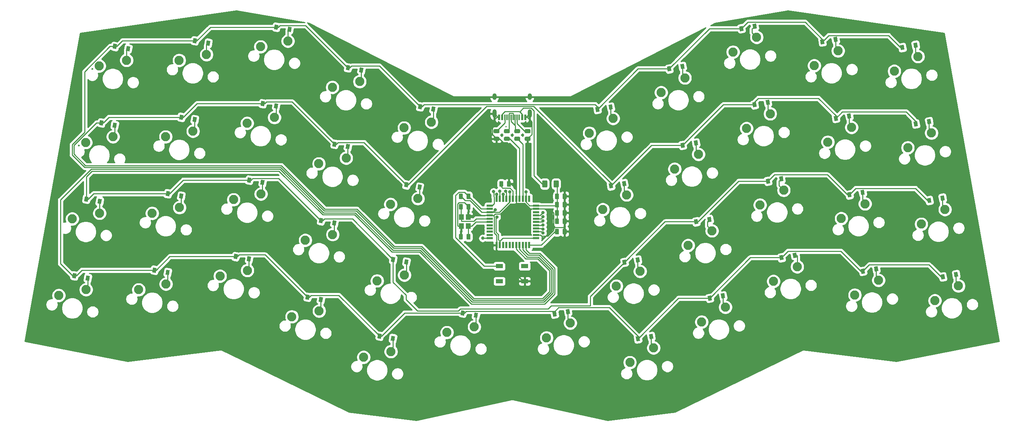
<source format=gtl>
G04 #@! TF.GenerationSoftware,KiCad,Pcbnew,(5.1.5)-3*
G04 #@! TF.CreationDate,2020-04-21T01:25:21+02:00*
G04 #@! TF.ProjectId,Marv-Atreus,4d617276-2d41-4747-9265-75732e6b6963,rev?*
G04 #@! TF.SameCoordinates,Original*
G04 #@! TF.FileFunction,Copper,L1,Top*
G04 #@! TF.FilePolarity,Positive*
%FSLAX46Y46*%
G04 Gerber Fmt 4.6, Leading zero omitted, Abs format (unit mm)*
G04 Created by KiCad (PCBNEW (5.1.5)-3) date 2020-04-21 01:25:21*
%MOMM*%
%LPD*%
G04 APERTURE LIST*
%ADD10R,1.200000X1.400000*%
%ADD11R,0.600000X1.450000*%
%ADD12R,0.300000X1.450000*%
%ADD13O,1.000000X2.100000*%
%ADD14O,1.000000X1.600000*%
%ADD15R,1.500000X0.550000*%
%ADD16R,0.550000X1.500000*%
%ADD17R,1.800000X1.100000*%
%ADD18C,0.100000*%
%ADD19C,2.250000*%
%ADD20C,0.800000*%
%ADD21C,0.250000*%
%ADD22C,0.254000*%
G04 APERTURE END LIST*
D10*
X136233560Y-96994000D03*
X136233560Y-94794000D03*
X137933560Y-94794000D03*
X137933560Y-96994000D03*
D11*
X145458497Y-70350524D03*
X151908497Y-70350524D03*
X146233497Y-70350524D03*
X151133497Y-70350524D03*
D12*
X150433497Y-70350524D03*
X146933497Y-70350524D03*
X149933497Y-70350524D03*
X147433497Y-70350524D03*
X149433497Y-70350524D03*
X147933497Y-70350524D03*
X148433497Y-70350524D03*
X148933497Y-70350524D03*
D13*
X153003497Y-69435524D03*
X144363497Y-69435524D03*
D14*
X153003497Y-65255524D03*
X144363497Y-65255524D03*
D15*
X154599307Y-91993108D03*
X154599307Y-92793108D03*
X154599307Y-93593108D03*
X154599307Y-94393108D03*
X154599307Y-95193108D03*
X154599307Y-95993108D03*
X154599307Y-96793108D03*
X154599307Y-97593108D03*
X154599307Y-98393108D03*
X154599307Y-99193108D03*
X154599307Y-99993108D03*
D16*
X152899307Y-101693108D03*
X152099307Y-101693108D03*
X151299307Y-101693108D03*
X150499307Y-101693108D03*
X149699307Y-101693108D03*
X148899307Y-101693108D03*
X148099307Y-101693108D03*
X147299307Y-101693108D03*
X146499307Y-101693108D03*
X145699307Y-101693108D03*
X144899307Y-101693108D03*
D15*
X143199307Y-99993108D03*
X143199307Y-99193108D03*
X143199307Y-98393108D03*
X143199307Y-97593108D03*
X143199307Y-96793108D03*
X143199307Y-95993108D03*
X143199307Y-95193108D03*
X143199307Y-94393108D03*
X143199307Y-93593108D03*
X143199307Y-92793108D03*
X143199307Y-91993108D03*
D16*
X144899307Y-90293108D03*
X145699307Y-90293108D03*
X146499307Y-90293108D03*
X147299307Y-90293108D03*
X148099307Y-90293108D03*
X148899307Y-90293108D03*
X149699307Y-90293108D03*
X150499307Y-90293108D03*
X151299307Y-90293108D03*
X152099307Y-90293108D03*
X152899307Y-90293108D03*
D17*
X145583497Y-110543140D03*
X151783497Y-106843140D03*
X145583497Y-106843140D03*
X151783497Y-110543140D03*
G04 #@! TA.AperFunction,SMDPad,CuDef*
D18*
G36*
X159958142Y-97651174D02*
G01*
X159981803Y-97654684D01*
X160005007Y-97660496D01*
X160027529Y-97668554D01*
X160049153Y-97678782D01*
X160069670Y-97691079D01*
X160088883Y-97705329D01*
X160106607Y-97721393D01*
X160122671Y-97739117D01*
X160136921Y-97758330D01*
X160149218Y-97778847D01*
X160159446Y-97800471D01*
X160167504Y-97822993D01*
X160173316Y-97846197D01*
X160176826Y-97869858D01*
X160178000Y-97893750D01*
X160178000Y-98806250D01*
X160176826Y-98830142D01*
X160173316Y-98853803D01*
X160167504Y-98877007D01*
X160159446Y-98899529D01*
X160149218Y-98921153D01*
X160136921Y-98941670D01*
X160122671Y-98960883D01*
X160106607Y-98978607D01*
X160088883Y-98994671D01*
X160069670Y-99008921D01*
X160049153Y-99021218D01*
X160027529Y-99031446D01*
X160005007Y-99039504D01*
X159981803Y-99045316D01*
X159958142Y-99048826D01*
X159934250Y-99050000D01*
X159446750Y-99050000D01*
X159422858Y-99048826D01*
X159399197Y-99045316D01*
X159375993Y-99039504D01*
X159353471Y-99031446D01*
X159331847Y-99021218D01*
X159311330Y-99008921D01*
X159292117Y-98994671D01*
X159274393Y-98978607D01*
X159258329Y-98960883D01*
X159244079Y-98941670D01*
X159231782Y-98921153D01*
X159221554Y-98899529D01*
X159213496Y-98877007D01*
X159207684Y-98853803D01*
X159204174Y-98830142D01*
X159203000Y-98806250D01*
X159203000Y-97893750D01*
X159204174Y-97869858D01*
X159207684Y-97846197D01*
X159213496Y-97822993D01*
X159221554Y-97800471D01*
X159231782Y-97778847D01*
X159244079Y-97758330D01*
X159258329Y-97739117D01*
X159274393Y-97721393D01*
X159292117Y-97705329D01*
X159311330Y-97691079D01*
X159331847Y-97678782D01*
X159353471Y-97668554D01*
X159375993Y-97660496D01*
X159399197Y-97654684D01*
X159422858Y-97651174D01*
X159446750Y-97650000D01*
X159934250Y-97650000D01*
X159958142Y-97651174D01*
G37*
G04 #@! TD.AperFunction*
G04 #@! TA.AperFunction,SMDPad,CuDef*
G36*
X161833142Y-97651174D02*
G01*
X161856803Y-97654684D01*
X161880007Y-97660496D01*
X161902529Y-97668554D01*
X161924153Y-97678782D01*
X161944670Y-97691079D01*
X161963883Y-97705329D01*
X161981607Y-97721393D01*
X161997671Y-97739117D01*
X162011921Y-97758330D01*
X162024218Y-97778847D01*
X162034446Y-97800471D01*
X162042504Y-97822993D01*
X162048316Y-97846197D01*
X162051826Y-97869858D01*
X162053000Y-97893750D01*
X162053000Y-98806250D01*
X162051826Y-98830142D01*
X162048316Y-98853803D01*
X162042504Y-98877007D01*
X162034446Y-98899529D01*
X162024218Y-98921153D01*
X162011921Y-98941670D01*
X161997671Y-98960883D01*
X161981607Y-98978607D01*
X161963883Y-98994671D01*
X161944670Y-99008921D01*
X161924153Y-99021218D01*
X161902529Y-99031446D01*
X161880007Y-99039504D01*
X161856803Y-99045316D01*
X161833142Y-99048826D01*
X161809250Y-99050000D01*
X161321750Y-99050000D01*
X161297858Y-99048826D01*
X161274197Y-99045316D01*
X161250993Y-99039504D01*
X161228471Y-99031446D01*
X161206847Y-99021218D01*
X161186330Y-99008921D01*
X161167117Y-98994671D01*
X161149393Y-98978607D01*
X161133329Y-98960883D01*
X161119079Y-98941670D01*
X161106782Y-98921153D01*
X161096554Y-98899529D01*
X161088496Y-98877007D01*
X161082684Y-98853803D01*
X161079174Y-98830142D01*
X161078000Y-98806250D01*
X161078000Y-97893750D01*
X161079174Y-97869858D01*
X161082684Y-97846197D01*
X161088496Y-97822993D01*
X161096554Y-97800471D01*
X161106782Y-97778847D01*
X161119079Y-97758330D01*
X161133329Y-97739117D01*
X161149393Y-97721393D01*
X161167117Y-97705329D01*
X161186330Y-97691079D01*
X161206847Y-97678782D01*
X161228471Y-97668554D01*
X161250993Y-97660496D01*
X161274197Y-97654684D01*
X161297858Y-97651174D01*
X161321750Y-97650000D01*
X161809250Y-97650000D01*
X161833142Y-97651174D01*
G37*
G04 #@! TD.AperFunction*
G04 #@! TA.AperFunction,SMDPad,CuDef*
G36*
X150440142Y-73225674D02*
G01*
X150463803Y-73229184D01*
X150487007Y-73234996D01*
X150509529Y-73243054D01*
X150531153Y-73253282D01*
X150551670Y-73265579D01*
X150570883Y-73279829D01*
X150588607Y-73295893D01*
X150604671Y-73313617D01*
X150618921Y-73332830D01*
X150631218Y-73353347D01*
X150641446Y-73374971D01*
X150649504Y-73397493D01*
X150655316Y-73420697D01*
X150658826Y-73444358D01*
X150660000Y-73468250D01*
X150660000Y-73955750D01*
X150658826Y-73979642D01*
X150655316Y-74003303D01*
X150649504Y-74026507D01*
X150641446Y-74049029D01*
X150631218Y-74070653D01*
X150618921Y-74091170D01*
X150604671Y-74110383D01*
X150588607Y-74128107D01*
X150570883Y-74144171D01*
X150551670Y-74158421D01*
X150531153Y-74170718D01*
X150509529Y-74180946D01*
X150487007Y-74189004D01*
X150463803Y-74194816D01*
X150440142Y-74198326D01*
X150416250Y-74199500D01*
X149503750Y-74199500D01*
X149479858Y-74198326D01*
X149456197Y-74194816D01*
X149432993Y-74189004D01*
X149410471Y-74180946D01*
X149388847Y-74170718D01*
X149368330Y-74158421D01*
X149349117Y-74144171D01*
X149331393Y-74128107D01*
X149315329Y-74110383D01*
X149301079Y-74091170D01*
X149288782Y-74070653D01*
X149278554Y-74049029D01*
X149270496Y-74026507D01*
X149264684Y-74003303D01*
X149261174Y-73979642D01*
X149260000Y-73955750D01*
X149260000Y-73468250D01*
X149261174Y-73444358D01*
X149264684Y-73420697D01*
X149270496Y-73397493D01*
X149278554Y-73374971D01*
X149288782Y-73353347D01*
X149301079Y-73332830D01*
X149315329Y-73313617D01*
X149331393Y-73295893D01*
X149349117Y-73279829D01*
X149368330Y-73265579D01*
X149388847Y-73253282D01*
X149410471Y-73243054D01*
X149432993Y-73234996D01*
X149456197Y-73229184D01*
X149479858Y-73225674D01*
X149503750Y-73224500D01*
X150416250Y-73224500D01*
X150440142Y-73225674D01*
G37*
G04 #@! TD.AperFunction*
G04 #@! TA.AperFunction,SMDPad,CuDef*
G36*
X150440142Y-75100674D02*
G01*
X150463803Y-75104184D01*
X150487007Y-75109996D01*
X150509529Y-75118054D01*
X150531153Y-75128282D01*
X150551670Y-75140579D01*
X150570883Y-75154829D01*
X150588607Y-75170893D01*
X150604671Y-75188617D01*
X150618921Y-75207830D01*
X150631218Y-75228347D01*
X150641446Y-75249971D01*
X150649504Y-75272493D01*
X150655316Y-75295697D01*
X150658826Y-75319358D01*
X150660000Y-75343250D01*
X150660000Y-75830750D01*
X150658826Y-75854642D01*
X150655316Y-75878303D01*
X150649504Y-75901507D01*
X150641446Y-75924029D01*
X150631218Y-75945653D01*
X150618921Y-75966170D01*
X150604671Y-75985383D01*
X150588607Y-76003107D01*
X150570883Y-76019171D01*
X150551670Y-76033421D01*
X150531153Y-76045718D01*
X150509529Y-76055946D01*
X150487007Y-76064004D01*
X150463803Y-76069816D01*
X150440142Y-76073326D01*
X150416250Y-76074500D01*
X149503750Y-76074500D01*
X149479858Y-76073326D01*
X149456197Y-76069816D01*
X149432993Y-76064004D01*
X149410471Y-76055946D01*
X149388847Y-76045718D01*
X149368330Y-76033421D01*
X149349117Y-76019171D01*
X149331393Y-76003107D01*
X149315329Y-75985383D01*
X149301079Y-75966170D01*
X149288782Y-75945653D01*
X149278554Y-75924029D01*
X149270496Y-75901507D01*
X149264684Y-75878303D01*
X149261174Y-75854642D01*
X149260000Y-75830750D01*
X149260000Y-75343250D01*
X149261174Y-75319358D01*
X149264684Y-75295697D01*
X149270496Y-75272493D01*
X149278554Y-75249971D01*
X149288782Y-75228347D01*
X149301079Y-75207830D01*
X149315329Y-75188617D01*
X149331393Y-75170893D01*
X149349117Y-75154829D01*
X149368330Y-75140579D01*
X149388847Y-75128282D01*
X149410471Y-75118054D01*
X149432993Y-75109996D01*
X149456197Y-75104184D01*
X149479858Y-75100674D01*
X149503750Y-75099500D01*
X150416250Y-75099500D01*
X150440142Y-75100674D01*
G37*
G04 #@! TD.AperFunction*
G04 #@! TA.AperFunction,SMDPad,CuDef*
G36*
X147900142Y-73235482D02*
G01*
X147923803Y-73238992D01*
X147947007Y-73244804D01*
X147969529Y-73252862D01*
X147991153Y-73263090D01*
X148011670Y-73275387D01*
X148030883Y-73289637D01*
X148048607Y-73305701D01*
X148064671Y-73323425D01*
X148078921Y-73342638D01*
X148091218Y-73363155D01*
X148101446Y-73384779D01*
X148109504Y-73407301D01*
X148115316Y-73430505D01*
X148118826Y-73454166D01*
X148120000Y-73478058D01*
X148120000Y-73965558D01*
X148118826Y-73989450D01*
X148115316Y-74013111D01*
X148109504Y-74036315D01*
X148101446Y-74058837D01*
X148091218Y-74080461D01*
X148078921Y-74100978D01*
X148064671Y-74120191D01*
X148048607Y-74137915D01*
X148030883Y-74153979D01*
X148011670Y-74168229D01*
X147991153Y-74180526D01*
X147969529Y-74190754D01*
X147947007Y-74198812D01*
X147923803Y-74204624D01*
X147900142Y-74208134D01*
X147876250Y-74209308D01*
X146963750Y-74209308D01*
X146939858Y-74208134D01*
X146916197Y-74204624D01*
X146892993Y-74198812D01*
X146870471Y-74190754D01*
X146848847Y-74180526D01*
X146828330Y-74168229D01*
X146809117Y-74153979D01*
X146791393Y-74137915D01*
X146775329Y-74120191D01*
X146761079Y-74100978D01*
X146748782Y-74080461D01*
X146738554Y-74058837D01*
X146730496Y-74036315D01*
X146724684Y-74013111D01*
X146721174Y-73989450D01*
X146720000Y-73965558D01*
X146720000Y-73478058D01*
X146721174Y-73454166D01*
X146724684Y-73430505D01*
X146730496Y-73407301D01*
X146738554Y-73384779D01*
X146748782Y-73363155D01*
X146761079Y-73342638D01*
X146775329Y-73323425D01*
X146791393Y-73305701D01*
X146809117Y-73289637D01*
X146828330Y-73275387D01*
X146848847Y-73263090D01*
X146870471Y-73252862D01*
X146892993Y-73244804D01*
X146916197Y-73238992D01*
X146939858Y-73235482D01*
X146963750Y-73234308D01*
X147876250Y-73234308D01*
X147900142Y-73235482D01*
G37*
G04 #@! TD.AperFunction*
G04 #@! TA.AperFunction,SMDPad,CuDef*
G36*
X147900142Y-75110482D02*
G01*
X147923803Y-75113992D01*
X147947007Y-75119804D01*
X147969529Y-75127862D01*
X147991153Y-75138090D01*
X148011670Y-75150387D01*
X148030883Y-75164637D01*
X148048607Y-75180701D01*
X148064671Y-75198425D01*
X148078921Y-75217638D01*
X148091218Y-75238155D01*
X148101446Y-75259779D01*
X148109504Y-75282301D01*
X148115316Y-75305505D01*
X148118826Y-75329166D01*
X148120000Y-75353058D01*
X148120000Y-75840558D01*
X148118826Y-75864450D01*
X148115316Y-75888111D01*
X148109504Y-75911315D01*
X148101446Y-75933837D01*
X148091218Y-75955461D01*
X148078921Y-75975978D01*
X148064671Y-75995191D01*
X148048607Y-76012915D01*
X148030883Y-76028979D01*
X148011670Y-76043229D01*
X147991153Y-76055526D01*
X147969529Y-76065754D01*
X147947007Y-76073812D01*
X147923803Y-76079624D01*
X147900142Y-76083134D01*
X147876250Y-76084308D01*
X146963750Y-76084308D01*
X146939858Y-76083134D01*
X146916197Y-76079624D01*
X146892993Y-76073812D01*
X146870471Y-76065754D01*
X146848847Y-76055526D01*
X146828330Y-76043229D01*
X146809117Y-76028979D01*
X146791393Y-76012915D01*
X146775329Y-75995191D01*
X146761079Y-75975978D01*
X146748782Y-75955461D01*
X146738554Y-75933837D01*
X146730496Y-75911315D01*
X146724684Y-75888111D01*
X146721174Y-75864450D01*
X146720000Y-75840558D01*
X146720000Y-75353058D01*
X146721174Y-75329166D01*
X146724684Y-75305505D01*
X146730496Y-75282301D01*
X146738554Y-75259779D01*
X146748782Y-75238155D01*
X146761079Y-75217638D01*
X146775329Y-75198425D01*
X146791393Y-75180701D01*
X146809117Y-75164637D01*
X146828330Y-75150387D01*
X146848847Y-75138090D01*
X146870471Y-75127862D01*
X146892993Y-75119804D01*
X146916197Y-75113992D01*
X146939858Y-75110482D01*
X146963750Y-75109308D01*
X147876250Y-75109308D01*
X147900142Y-75110482D01*
G37*
G04 #@! TD.AperFunction*
G04 #@! TA.AperFunction,SMDPad,CuDef*
G36*
X152980142Y-75110482D02*
G01*
X153003803Y-75113992D01*
X153027007Y-75119804D01*
X153049529Y-75127862D01*
X153071153Y-75138090D01*
X153091670Y-75150387D01*
X153110883Y-75164637D01*
X153128607Y-75180701D01*
X153144671Y-75198425D01*
X153158921Y-75217638D01*
X153171218Y-75238155D01*
X153181446Y-75259779D01*
X153189504Y-75282301D01*
X153195316Y-75305505D01*
X153198826Y-75329166D01*
X153200000Y-75353058D01*
X153200000Y-75840558D01*
X153198826Y-75864450D01*
X153195316Y-75888111D01*
X153189504Y-75911315D01*
X153181446Y-75933837D01*
X153171218Y-75955461D01*
X153158921Y-75975978D01*
X153144671Y-75995191D01*
X153128607Y-76012915D01*
X153110883Y-76028979D01*
X153091670Y-76043229D01*
X153071153Y-76055526D01*
X153049529Y-76065754D01*
X153027007Y-76073812D01*
X153003803Y-76079624D01*
X152980142Y-76083134D01*
X152956250Y-76084308D01*
X152043750Y-76084308D01*
X152019858Y-76083134D01*
X151996197Y-76079624D01*
X151972993Y-76073812D01*
X151950471Y-76065754D01*
X151928847Y-76055526D01*
X151908330Y-76043229D01*
X151889117Y-76028979D01*
X151871393Y-76012915D01*
X151855329Y-75995191D01*
X151841079Y-75975978D01*
X151828782Y-75955461D01*
X151818554Y-75933837D01*
X151810496Y-75911315D01*
X151804684Y-75888111D01*
X151801174Y-75864450D01*
X151800000Y-75840558D01*
X151800000Y-75353058D01*
X151801174Y-75329166D01*
X151804684Y-75305505D01*
X151810496Y-75282301D01*
X151818554Y-75259779D01*
X151828782Y-75238155D01*
X151841079Y-75217638D01*
X151855329Y-75198425D01*
X151871393Y-75180701D01*
X151889117Y-75164637D01*
X151908330Y-75150387D01*
X151928847Y-75138090D01*
X151950471Y-75127862D01*
X151972993Y-75119804D01*
X151996197Y-75113992D01*
X152019858Y-75110482D01*
X152043750Y-75109308D01*
X152956250Y-75109308D01*
X152980142Y-75110482D01*
G37*
G04 #@! TD.AperFunction*
G04 #@! TA.AperFunction,SMDPad,CuDef*
G36*
X152980142Y-73235482D02*
G01*
X153003803Y-73238992D01*
X153027007Y-73244804D01*
X153049529Y-73252862D01*
X153071153Y-73263090D01*
X153091670Y-73275387D01*
X153110883Y-73289637D01*
X153128607Y-73305701D01*
X153144671Y-73323425D01*
X153158921Y-73342638D01*
X153171218Y-73363155D01*
X153181446Y-73384779D01*
X153189504Y-73407301D01*
X153195316Y-73430505D01*
X153198826Y-73454166D01*
X153200000Y-73478058D01*
X153200000Y-73965558D01*
X153198826Y-73989450D01*
X153195316Y-74013111D01*
X153189504Y-74036315D01*
X153181446Y-74058837D01*
X153171218Y-74080461D01*
X153158921Y-74100978D01*
X153144671Y-74120191D01*
X153128607Y-74137915D01*
X153110883Y-74153979D01*
X153091670Y-74168229D01*
X153071153Y-74180526D01*
X153049529Y-74190754D01*
X153027007Y-74198812D01*
X153003803Y-74204624D01*
X152980142Y-74208134D01*
X152956250Y-74209308D01*
X152043750Y-74209308D01*
X152019858Y-74208134D01*
X151996197Y-74204624D01*
X151972993Y-74198812D01*
X151950471Y-74190754D01*
X151928847Y-74180526D01*
X151908330Y-74168229D01*
X151889117Y-74153979D01*
X151871393Y-74137915D01*
X151855329Y-74120191D01*
X151841079Y-74100978D01*
X151828782Y-74080461D01*
X151818554Y-74058837D01*
X151810496Y-74036315D01*
X151804684Y-74013111D01*
X151801174Y-73989450D01*
X151800000Y-73965558D01*
X151800000Y-73478058D01*
X151801174Y-73454166D01*
X151804684Y-73430505D01*
X151810496Y-73407301D01*
X151818554Y-73384779D01*
X151828782Y-73363155D01*
X151841079Y-73342638D01*
X151855329Y-73323425D01*
X151871393Y-73305701D01*
X151889117Y-73289637D01*
X151908330Y-73275387D01*
X151928847Y-73263090D01*
X151950471Y-73252862D01*
X151972993Y-73244804D01*
X151996197Y-73238992D01*
X152019858Y-73235482D01*
X152043750Y-73234308D01*
X152956250Y-73234308D01*
X152980142Y-73235482D01*
G37*
G04 #@! TD.AperFunction*
G04 #@! TA.AperFunction,SMDPad,CuDef*
G36*
X145360142Y-73235482D02*
G01*
X145383803Y-73238992D01*
X145407007Y-73244804D01*
X145429529Y-73252862D01*
X145451153Y-73263090D01*
X145471670Y-73275387D01*
X145490883Y-73289637D01*
X145508607Y-73305701D01*
X145524671Y-73323425D01*
X145538921Y-73342638D01*
X145551218Y-73363155D01*
X145561446Y-73384779D01*
X145569504Y-73407301D01*
X145575316Y-73430505D01*
X145578826Y-73454166D01*
X145580000Y-73478058D01*
X145580000Y-73965558D01*
X145578826Y-73989450D01*
X145575316Y-74013111D01*
X145569504Y-74036315D01*
X145561446Y-74058837D01*
X145551218Y-74080461D01*
X145538921Y-74100978D01*
X145524671Y-74120191D01*
X145508607Y-74137915D01*
X145490883Y-74153979D01*
X145471670Y-74168229D01*
X145451153Y-74180526D01*
X145429529Y-74190754D01*
X145407007Y-74198812D01*
X145383803Y-74204624D01*
X145360142Y-74208134D01*
X145336250Y-74209308D01*
X144423750Y-74209308D01*
X144399858Y-74208134D01*
X144376197Y-74204624D01*
X144352993Y-74198812D01*
X144330471Y-74190754D01*
X144308847Y-74180526D01*
X144288330Y-74168229D01*
X144269117Y-74153979D01*
X144251393Y-74137915D01*
X144235329Y-74120191D01*
X144221079Y-74100978D01*
X144208782Y-74080461D01*
X144198554Y-74058837D01*
X144190496Y-74036315D01*
X144184684Y-74013111D01*
X144181174Y-73989450D01*
X144180000Y-73965558D01*
X144180000Y-73478058D01*
X144181174Y-73454166D01*
X144184684Y-73430505D01*
X144190496Y-73407301D01*
X144198554Y-73384779D01*
X144208782Y-73363155D01*
X144221079Y-73342638D01*
X144235329Y-73323425D01*
X144251393Y-73305701D01*
X144269117Y-73289637D01*
X144288330Y-73275387D01*
X144308847Y-73263090D01*
X144330471Y-73252862D01*
X144352993Y-73244804D01*
X144376197Y-73238992D01*
X144399858Y-73235482D01*
X144423750Y-73234308D01*
X145336250Y-73234308D01*
X145360142Y-73235482D01*
G37*
G04 #@! TD.AperFunction*
G04 #@! TA.AperFunction,SMDPad,CuDef*
G36*
X145360142Y-75110482D02*
G01*
X145383803Y-75113992D01*
X145407007Y-75119804D01*
X145429529Y-75127862D01*
X145451153Y-75138090D01*
X145471670Y-75150387D01*
X145490883Y-75164637D01*
X145508607Y-75180701D01*
X145524671Y-75198425D01*
X145538921Y-75217638D01*
X145551218Y-75238155D01*
X145561446Y-75259779D01*
X145569504Y-75282301D01*
X145575316Y-75305505D01*
X145578826Y-75329166D01*
X145580000Y-75353058D01*
X145580000Y-75840558D01*
X145578826Y-75864450D01*
X145575316Y-75888111D01*
X145569504Y-75911315D01*
X145561446Y-75933837D01*
X145551218Y-75955461D01*
X145538921Y-75975978D01*
X145524671Y-75995191D01*
X145508607Y-76012915D01*
X145490883Y-76028979D01*
X145471670Y-76043229D01*
X145451153Y-76055526D01*
X145429529Y-76065754D01*
X145407007Y-76073812D01*
X145383803Y-76079624D01*
X145360142Y-76083134D01*
X145336250Y-76084308D01*
X144423750Y-76084308D01*
X144399858Y-76083134D01*
X144376197Y-76079624D01*
X144352993Y-76073812D01*
X144330471Y-76065754D01*
X144308847Y-76055526D01*
X144288330Y-76043229D01*
X144269117Y-76028979D01*
X144251393Y-76012915D01*
X144235329Y-75995191D01*
X144221079Y-75975978D01*
X144208782Y-75955461D01*
X144198554Y-75933837D01*
X144190496Y-75911315D01*
X144184684Y-75888111D01*
X144181174Y-75864450D01*
X144180000Y-75840558D01*
X144180000Y-75353058D01*
X144181174Y-75329166D01*
X144184684Y-75305505D01*
X144190496Y-75282301D01*
X144198554Y-75259779D01*
X144208782Y-75238155D01*
X144221079Y-75217638D01*
X144235329Y-75198425D01*
X144251393Y-75180701D01*
X144269117Y-75164637D01*
X144288330Y-75150387D01*
X144308847Y-75138090D01*
X144330471Y-75127862D01*
X144352993Y-75119804D01*
X144376197Y-75113992D01*
X144399858Y-75110482D01*
X144423750Y-75109308D01*
X145336250Y-75109308D01*
X145360142Y-75110482D01*
G37*
G04 #@! TD.AperFunction*
G04 #@! TA.AperFunction,SMDPad,CuDef*
G36*
X138289642Y-89015174D02*
G01*
X138313303Y-89018684D01*
X138336507Y-89024496D01*
X138359029Y-89032554D01*
X138380653Y-89042782D01*
X138401170Y-89055079D01*
X138420383Y-89069329D01*
X138438107Y-89085393D01*
X138454171Y-89103117D01*
X138468421Y-89122330D01*
X138480718Y-89142847D01*
X138490946Y-89164471D01*
X138499004Y-89186993D01*
X138504816Y-89210197D01*
X138508326Y-89233858D01*
X138509500Y-89257750D01*
X138509500Y-90170250D01*
X138508326Y-90194142D01*
X138504816Y-90217803D01*
X138499004Y-90241007D01*
X138490946Y-90263529D01*
X138480718Y-90285153D01*
X138468421Y-90305670D01*
X138454171Y-90324883D01*
X138438107Y-90342607D01*
X138420383Y-90358671D01*
X138401170Y-90372921D01*
X138380653Y-90385218D01*
X138359029Y-90395446D01*
X138336507Y-90403504D01*
X138313303Y-90409316D01*
X138289642Y-90412826D01*
X138265750Y-90414000D01*
X137778250Y-90414000D01*
X137754358Y-90412826D01*
X137730697Y-90409316D01*
X137707493Y-90403504D01*
X137684971Y-90395446D01*
X137663347Y-90385218D01*
X137642830Y-90372921D01*
X137623617Y-90358671D01*
X137605893Y-90342607D01*
X137589829Y-90324883D01*
X137575579Y-90305670D01*
X137563282Y-90285153D01*
X137553054Y-90263529D01*
X137544996Y-90241007D01*
X137539184Y-90217803D01*
X137535674Y-90194142D01*
X137534500Y-90170250D01*
X137534500Y-89257750D01*
X137535674Y-89233858D01*
X137539184Y-89210197D01*
X137544996Y-89186993D01*
X137553054Y-89164471D01*
X137563282Y-89142847D01*
X137575579Y-89122330D01*
X137589829Y-89103117D01*
X137605893Y-89085393D01*
X137623617Y-89069329D01*
X137642830Y-89055079D01*
X137663347Y-89042782D01*
X137684971Y-89032554D01*
X137707493Y-89024496D01*
X137730697Y-89018684D01*
X137754358Y-89015174D01*
X137778250Y-89014000D01*
X138265750Y-89014000D01*
X138289642Y-89015174D01*
G37*
G04 #@! TD.AperFunction*
G04 #@! TA.AperFunction,SMDPad,CuDef*
G36*
X136414642Y-89015174D02*
G01*
X136438303Y-89018684D01*
X136461507Y-89024496D01*
X136484029Y-89032554D01*
X136505653Y-89042782D01*
X136526170Y-89055079D01*
X136545383Y-89069329D01*
X136563107Y-89085393D01*
X136579171Y-89103117D01*
X136593421Y-89122330D01*
X136605718Y-89142847D01*
X136615946Y-89164471D01*
X136624004Y-89186993D01*
X136629816Y-89210197D01*
X136633326Y-89233858D01*
X136634500Y-89257750D01*
X136634500Y-90170250D01*
X136633326Y-90194142D01*
X136629816Y-90217803D01*
X136624004Y-90241007D01*
X136615946Y-90263529D01*
X136605718Y-90285153D01*
X136593421Y-90305670D01*
X136579171Y-90324883D01*
X136563107Y-90342607D01*
X136545383Y-90358671D01*
X136526170Y-90372921D01*
X136505653Y-90385218D01*
X136484029Y-90395446D01*
X136461507Y-90403504D01*
X136438303Y-90409316D01*
X136414642Y-90412826D01*
X136390750Y-90414000D01*
X135903250Y-90414000D01*
X135879358Y-90412826D01*
X135855697Y-90409316D01*
X135832493Y-90403504D01*
X135809971Y-90395446D01*
X135788347Y-90385218D01*
X135767830Y-90372921D01*
X135748617Y-90358671D01*
X135730893Y-90342607D01*
X135714829Y-90324883D01*
X135700579Y-90305670D01*
X135688282Y-90285153D01*
X135678054Y-90263529D01*
X135669996Y-90241007D01*
X135664184Y-90217803D01*
X135660674Y-90194142D01*
X135659500Y-90170250D01*
X135659500Y-89257750D01*
X135660674Y-89233858D01*
X135664184Y-89210197D01*
X135669996Y-89186993D01*
X135678054Y-89164471D01*
X135688282Y-89142847D01*
X135700579Y-89122330D01*
X135714829Y-89103117D01*
X135730893Y-89085393D01*
X135748617Y-89069329D01*
X135767830Y-89055079D01*
X135788347Y-89042782D01*
X135809971Y-89032554D01*
X135832493Y-89024496D01*
X135855697Y-89018684D01*
X135879358Y-89015174D01*
X135903250Y-89014000D01*
X136390750Y-89014000D01*
X136414642Y-89015174D01*
G37*
G04 #@! TD.AperFunction*
D19*
X258055771Y-111684754D03*
X252243308Y-115288832D03*
X238468135Y-110302602D03*
X232655672Y-113906680D03*
X218535914Y-106966216D03*
X212723451Y-110570294D03*
X200946865Y-116918614D03*
X195134402Y-120522692D03*
X183357815Y-126871012D03*
X177545352Y-130475090D03*
X162943177Y-120798700D03*
X157130714Y-124402778D03*
X132732046Y-123113663D03*
X139426641Y-121714917D03*
X119012002Y-127787229D03*
X112317407Y-129185975D03*
X101422954Y-117834831D03*
X94728359Y-119233577D03*
X83833904Y-107882433D03*
X77139309Y-109281179D03*
X63901684Y-111218819D03*
X57207089Y-112617565D03*
X44314047Y-112600971D03*
X37619452Y-113999717D03*
X254747765Y-92924119D03*
X248935302Y-96528197D03*
X235160129Y-91541967D03*
X229347666Y-95146045D03*
X215227908Y-88205581D03*
X209415445Y-91809659D03*
X197638859Y-98157979D03*
X191826396Y-101762057D03*
X180049809Y-108110377D03*
X174237346Y-111714455D03*
X122320009Y-109026593D03*
X115625414Y-110425339D03*
X104730959Y-99074196D03*
X98036364Y-100472942D03*
X87141910Y-89121799D03*
X80447315Y-90520545D03*
X67209690Y-92458184D03*
X60515095Y-93856930D03*
X47622053Y-93840336D03*
X40927458Y-95239082D03*
X251439759Y-74163484D03*
X245627296Y-77767562D03*
X231852123Y-72781332D03*
X226039660Y-76385410D03*
X211919902Y-69444946D03*
X206107439Y-73049024D03*
X194330853Y-79397344D03*
X188518390Y-83001422D03*
X176741803Y-89349742D03*
X170929340Y-92953820D03*
X125628015Y-90265959D03*
X118933420Y-91664705D03*
X108038965Y-80313561D03*
X101344370Y-81712307D03*
X90449917Y-70361163D03*
X83755322Y-71759909D03*
X70517696Y-73697549D03*
X63823101Y-75096295D03*
X50930060Y-75079701D03*
X44235465Y-76478447D03*
X248131753Y-55402849D03*
X242319290Y-59006927D03*
X228544116Y-54020697D03*
X222731653Y-57624775D03*
X208611896Y-50684311D03*
X202799433Y-54288389D03*
X191022847Y-60636709D03*
X185210384Y-64240787D03*
X173433797Y-70589107D03*
X167621334Y-74193185D03*
X128936021Y-71505324D03*
X122241426Y-72904070D03*
X111346971Y-61552926D03*
X104652376Y-62951672D03*
X93757923Y-51600529D03*
X87063328Y-52999275D03*
X73825702Y-54936914D03*
X67131107Y-56335660D03*
X54238066Y-56319066D03*
X47543471Y-57717812D03*
G04 #@! TA.AperFunction,SMDPad,CuDef*
D18*
G36*
X159887504Y-85792204D02*
G01*
X159911773Y-85795804D01*
X159935571Y-85801765D01*
X159958671Y-85810030D01*
X159980849Y-85820520D01*
X160001893Y-85833133D01*
X160021598Y-85847747D01*
X160039777Y-85864223D01*
X160056253Y-85882402D01*
X160070867Y-85902107D01*
X160083480Y-85923151D01*
X160093970Y-85945329D01*
X160102235Y-85968429D01*
X160108196Y-85992227D01*
X160111796Y-86016496D01*
X160113000Y-86041000D01*
X160113000Y-87291000D01*
X160111796Y-87315504D01*
X160108196Y-87339773D01*
X160102235Y-87363571D01*
X160093970Y-87386671D01*
X160083480Y-87408849D01*
X160070867Y-87429893D01*
X160056253Y-87449598D01*
X160039777Y-87467777D01*
X160021598Y-87484253D01*
X160001893Y-87498867D01*
X159980849Y-87511480D01*
X159958671Y-87521970D01*
X159935571Y-87530235D01*
X159911773Y-87536196D01*
X159887504Y-87539796D01*
X159863000Y-87541000D01*
X159113000Y-87541000D01*
X159088496Y-87539796D01*
X159064227Y-87536196D01*
X159040429Y-87530235D01*
X159017329Y-87521970D01*
X158995151Y-87511480D01*
X158974107Y-87498867D01*
X158954402Y-87484253D01*
X158936223Y-87467777D01*
X158919747Y-87449598D01*
X158905133Y-87429893D01*
X158892520Y-87408849D01*
X158882030Y-87386671D01*
X158873765Y-87363571D01*
X158867804Y-87339773D01*
X158864204Y-87315504D01*
X158863000Y-87291000D01*
X158863000Y-86041000D01*
X158864204Y-86016496D01*
X158867804Y-85992227D01*
X158873765Y-85968429D01*
X158882030Y-85945329D01*
X158892520Y-85923151D01*
X158905133Y-85902107D01*
X158919747Y-85882402D01*
X158936223Y-85864223D01*
X158954402Y-85847747D01*
X158974107Y-85833133D01*
X158995151Y-85820520D01*
X159017329Y-85810030D01*
X159040429Y-85801765D01*
X159064227Y-85795804D01*
X159088496Y-85792204D01*
X159113000Y-85791000D01*
X159863000Y-85791000D01*
X159887504Y-85792204D01*
G37*
G04 #@! TD.AperFunction*
G04 #@! TA.AperFunction,SMDPad,CuDef*
G36*
X157087504Y-85792204D02*
G01*
X157111773Y-85795804D01*
X157135571Y-85801765D01*
X157158671Y-85810030D01*
X157180849Y-85820520D01*
X157201893Y-85833133D01*
X157221598Y-85847747D01*
X157239777Y-85864223D01*
X157256253Y-85882402D01*
X157270867Y-85902107D01*
X157283480Y-85923151D01*
X157293970Y-85945329D01*
X157302235Y-85968429D01*
X157308196Y-85992227D01*
X157311796Y-86016496D01*
X157313000Y-86041000D01*
X157313000Y-87291000D01*
X157311796Y-87315504D01*
X157308196Y-87339773D01*
X157302235Y-87363571D01*
X157293970Y-87386671D01*
X157283480Y-87408849D01*
X157270867Y-87429893D01*
X157256253Y-87449598D01*
X157239777Y-87467777D01*
X157221598Y-87484253D01*
X157201893Y-87498867D01*
X157180849Y-87511480D01*
X157158671Y-87521970D01*
X157135571Y-87530235D01*
X157111773Y-87536196D01*
X157087504Y-87539796D01*
X157063000Y-87541000D01*
X156313000Y-87541000D01*
X156288496Y-87539796D01*
X156264227Y-87536196D01*
X156240429Y-87530235D01*
X156217329Y-87521970D01*
X156195151Y-87511480D01*
X156174107Y-87498867D01*
X156154402Y-87484253D01*
X156136223Y-87467777D01*
X156119747Y-87449598D01*
X156105133Y-87429893D01*
X156092520Y-87408849D01*
X156082030Y-87386671D01*
X156073765Y-87363571D01*
X156067804Y-87339773D01*
X156064204Y-87315504D01*
X156063000Y-87291000D01*
X156063000Y-86041000D01*
X156064204Y-86016496D01*
X156067804Y-85992227D01*
X156073765Y-85968429D01*
X156082030Y-85945329D01*
X156092520Y-85923151D01*
X156105133Y-85902107D01*
X156119747Y-85882402D01*
X156136223Y-85864223D01*
X156154402Y-85847747D01*
X156174107Y-85833133D01*
X156195151Y-85820520D01*
X156217329Y-85810030D01*
X156240429Y-85801765D01*
X156264227Y-85795804D01*
X156288496Y-85792204D01*
X156313000Y-85791000D01*
X157063000Y-85791000D01*
X157087504Y-85792204D01*
G37*
G04 #@! TD.AperFunction*
G04 #@! TA.AperFunction,SMDPad,CuDef*
G36*
X257125808Y-109556386D02*
G01*
X256917431Y-108374617D01*
X257803758Y-108218334D01*
X258012135Y-109400103D01*
X257125808Y-109556386D01*
G37*
G04 #@! TD.AperFunction*
G04 #@! TA.AperFunction,SMDPad,CuDef*
G36*
X253875942Y-110129424D02*
G01*
X253667565Y-108947655D01*
X254553892Y-108791372D01*
X254762269Y-109973141D01*
X253875942Y-110129424D01*
G37*
G04 #@! TD.AperFunction*
G04 #@! TA.AperFunction,SMDPad,CuDef*
G36*
X237538171Y-108174234D02*
G01*
X237329794Y-106992465D01*
X238216121Y-106836182D01*
X238424498Y-108017951D01*
X237538171Y-108174234D01*
G37*
G04 #@! TD.AperFunction*
G04 #@! TA.AperFunction,SMDPad,CuDef*
G36*
X234288305Y-108747272D02*
G01*
X234079928Y-107565503D01*
X234966255Y-107409220D01*
X235174632Y-108590989D01*
X234288305Y-108747272D01*
G37*
G04 #@! TD.AperFunction*
G04 #@! TA.AperFunction,SMDPad,CuDef*
G36*
X217605951Y-104837848D02*
G01*
X217397574Y-103656079D01*
X218283901Y-103499796D01*
X218492278Y-104681565D01*
X217605951Y-104837848D01*
G37*
G04 #@! TD.AperFunction*
G04 #@! TA.AperFunction,SMDPad,CuDef*
G36*
X214356085Y-105410886D02*
G01*
X214147708Y-104229117D01*
X215034035Y-104072834D01*
X215242412Y-105254603D01*
X214356085Y-105410886D01*
G37*
G04 #@! TD.AperFunction*
G04 #@! TA.AperFunction,SMDPad,CuDef*
G36*
X200016901Y-114790246D02*
G01*
X199808524Y-113608477D01*
X200694851Y-113452194D01*
X200903228Y-114633963D01*
X200016901Y-114790246D01*
G37*
G04 #@! TD.AperFunction*
G04 #@! TA.AperFunction,SMDPad,CuDef*
G36*
X196767035Y-115363284D02*
G01*
X196558658Y-114181515D01*
X197444985Y-114025232D01*
X197653362Y-115207001D01*
X196767035Y-115363284D01*
G37*
G04 #@! TD.AperFunction*
G04 #@! TA.AperFunction,SMDPad,CuDef*
G36*
X182427852Y-124742644D02*
G01*
X182219475Y-123560875D01*
X183105802Y-123404592D01*
X183314179Y-124586361D01*
X182427852Y-124742644D01*
G37*
G04 #@! TD.AperFunction*
G04 #@! TA.AperFunction,SMDPad,CuDef*
G36*
X179177986Y-125315682D02*
G01*
X178969609Y-124133913D01*
X179855936Y-123977630D01*
X180064313Y-125159399D01*
X179177986Y-125315682D01*
G37*
G04 #@! TD.AperFunction*
G04 #@! TA.AperFunction,SMDPad,CuDef*
G36*
X162013214Y-118670332D02*
G01*
X161804837Y-117488563D01*
X162691164Y-117332280D01*
X162899541Y-118514049D01*
X162013214Y-118670332D01*
G37*
G04 #@! TD.AperFunction*
G04 #@! TA.AperFunction,SMDPad,CuDef*
G36*
X158763348Y-119243370D02*
G01*
X158554971Y-118061601D01*
X159441298Y-117905318D01*
X159649675Y-119087087D01*
X158763348Y-119243370D01*
G37*
G04 #@! TD.AperFunction*
G04 #@! TA.AperFunction,SMDPad,CuDef*
G36*
X139280707Y-119396838D02*
G01*
X139489084Y-118215069D01*
X140375411Y-118371352D01*
X140167034Y-119553121D01*
X139280707Y-119396838D01*
G37*
G04 #@! TD.AperFunction*
G04 #@! TA.AperFunction,SMDPad,CuDef*
G36*
X136030841Y-118823800D02*
G01*
X136239218Y-117642031D01*
X137125545Y-117798314D01*
X136917168Y-118980083D01*
X136030841Y-118823800D01*
G37*
G04 #@! TD.AperFunction*
G04 #@! TA.AperFunction,SMDPad,CuDef*
G36*
X118934986Y-125078303D02*
G01*
X119143363Y-123896534D01*
X120029690Y-124052817D01*
X119821313Y-125234586D01*
X118934986Y-125078303D01*
G37*
G04 #@! TD.AperFunction*
G04 #@! TA.AperFunction,SMDPad,CuDef*
G36*
X115685120Y-124505265D02*
G01*
X115893497Y-123323496D01*
X116779824Y-123479779D01*
X116571447Y-124661548D01*
X115685120Y-124505265D01*
G37*
G04 #@! TD.AperFunction*
G04 #@! TA.AperFunction,SMDPad,CuDef*
G36*
X101277020Y-115516752D02*
G01*
X101485397Y-114334983D01*
X102371724Y-114491266D01*
X102163347Y-115673035D01*
X101277020Y-115516752D01*
G37*
G04 #@! TD.AperFunction*
G04 #@! TA.AperFunction,SMDPad,CuDef*
G36*
X98027154Y-114943714D02*
G01*
X98235531Y-113761945D01*
X99121858Y-113918228D01*
X98913481Y-115099997D01*
X98027154Y-114943714D01*
G37*
G04 #@! TD.AperFunction*
G04 #@! TA.AperFunction,SMDPad,CuDef*
G36*
X83687970Y-105564354D02*
G01*
X83896347Y-104382585D01*
X84782674Y-104538868D01*
X84574297Y-105720637D01*
X83687970Y-105564354D01*
G37*
G04 #@! TD.AperFunction*
G04 #@! TA.AperFunction,SMDPad,CuDef*
G36*
X80438104Y-104991316D02*
G01*
X80646481Y-103809547D01*
X81532808Y-103965830D01*
X81324431Y-105147599D01*
X80438104Y-104991316D01*
G37*
G04 #@! TD.AperFunction*
G04 #@! TA.AperFunction,SMDPad,CuDef*
G36*
X63755749Y-108900740D02*
G01*
X63964126Y-107718971D01*
X64850453Y-107875254D01*
X64642076Y-109057023D01*
X63755749Y-108900740D01*
G37*
G04 #@! TD.AperFunction*
G04 #@! TA.AperFunction,SMDPad,CuDef*
G36*
X60505883Y-108327702D02*
G01*
X60714260Y-107145933D01*
X61600587Y-107302216D01*
X61392210Y-108483985D01*
X60505883Y-108327702D01*
G37*
G04 #@! TD.AperFunction*
G04 #@! TA.AperFunction,SMDPad,CuDef*
G36*
X44168113Y-110282893D02*
G01*
X44376490Y-109101124D01*
X45262817Y-109257407D01*
X45054440Y-110439176D01*
X44168113Y-110282893D01*
G37*
G04 #@! TD.AperFunction*
G04 #@! TA.AperFunction,SMDPad,CuDef*
G36*
X40918247Y-109709855D02*
G01*
X41126624Y-108528086D01*
X42012951Y-108684369D01*
X41804574Y-109866138D01*
X40918247Y-109709855D01*
G37*
G04 #@! TD.AperFunction*
G04 #@! TA.AperFunction,SMDPad,CuDef*
G36*
X253817801Y-90795752D02*
G01*
X253609424Y-89613983D01*
X254495751Y-89457700D01*
X254704128Y-90639469D01*
X253817801Y-90795752D01*
G37*
G04 #@! TD.AperFunction*
G04 #@! TA.AperFunction,SMDPad,CuDef*
G36*
X250567935Y-91368790D02*
G01*
X250359558Y-90187021D01*
X251245885Y-90030738D01*
X251454262Y-91212507D01*
X250567935Y-91368790D01*
G37*
G04 #@! TD.AperFunction*
G04 #@! TA.AperFunction,SMDPad,CuDef*
G36*
X234230165Y-89413599D02*
G01*
X234021788Y-88231830D01*
X234908115Y-88075547D01*
X235116492Y-89257316D01*
X234230165Y-89413599D01*
G37*
G04 #@! TD.AperFunction*
G04 #@! TA.AperFunction,SMDPad,CuDef*
G36*
X230980299Y-89986637D02*
G01*
X230771922Y-88804868D01*
X231658249Y-88648585D01*
X231866626Y-89830354D01*
X230980299Y-89986637D01*
G37*
G04 #@! TD.AperFunction*
G04 #@! TA.AperFunction,SMDPad,CuDef*
G36*
X214297944Y-86077213D02*
G01*
X214089567Y-84895444D01*
X214975894Y-84739161D01*
X215184271Y-85920930D01*
X214297944Y-86077213D01*
G37*
G04 #@! TD.AperFunction*
G04 #@! TA.AperFunction,SMDPad,CuDef*
G36*
X211048078Y-86650251D02*
G01*
X210839701Y-85468482D01*
X211726028Y-85312199D01*
X211934405Y-86493968D01*
X211048078Y-86650251D01*
G37*
G04 #@! TD.AperFunction*
G04 #@! TA.AperFunction,SMDPad,CuDef*
G36*
X196708895Y-96029611D02*
G01*
X196500518Y-94847842D01*
X197386845Y-94691559D01*
X197595222Y-95873328D01*
X196708895Y-96029611D01*
G37*
G04 #@! TD.AperFunction*
G04 #@! TA.AperFunction,SMDPad,CuDef*
G36*
X193459029Y-96602649D02*
G01*
X193250652Y-95420880D01*
X194136979Y-95264597D01*
X194345356Y-96446366D01*
X193459029Y-96602649D01*
G37*
G04 #@! TD.AperFunction*
G04 #@! TA.AperFunction,SMDPad,CuDef*
G36*
X179119846Y-105982009D02*
G01*
X178911469Y-104800240D01*
X179797796Y-104643957D01*
X180006173Y-105825726D01*
X179119846Y-105982009D01*
G37*
G04 #@! TD.AperFunction*
G04 #@! TA.AperFunction,SMDPad,CuDef*
G36*
X175869980Y-106555047D02*
G01*
X175661603Y-105373278D01*
X176547930Y-105216995D01*
X176756307Y-106398764D01*
X175869980Y-106555047D01*
G37*
G04 #@! TD.AperFunction*
G04 #@! TA.AperFunction,SMDPad,CuDef*
G36*
X122242992Y-106317668D02*
G01*
X122451369Y-105135899D01*
X123337696Y-105292182D01*
X123129319Y-106473951D01*
X122242992Y-106317668D01*
G37*
G04 #@! TD.AperFunction*
G04 #@! TA.AperFunction,SMDPad,CuDef*
G36*
X118993126Y-105744630D02*
G01*
X119201503Y-104562861D01*
X120087830Y-104719144D01*
X119879453Y-105900913D01*
X118993126Y-105744630D01*
G37*
G04 #@! TD.AperFunction*
G04 #@! TA.AperFunction,SMDPad,CuDef*
G36*
X104585026Y-96756118D02*
G01*
X104793403Y-95574349D01*
X105679730Y-95730632D01*
X105471353Y-96912401D01*
X104585026Y-96756118D01*
G37*
G04 #@! TD.AperFunction*
G04 #@! TA.AperFunction,SMDPad,CuDef*
G36*
X101335160Y-96183080D02*
G01*
X101543537Y-95001311D01*
X102429864Y-95157594D01*
X102221487Y-96339363D01*
X101335160Y-96183080D01*
G37*
G04 #@! TD.AperFunction*
G04 #@! TA.AperFunction,SMDPad,CuDef*
G36*
X86995976Y-86803720D02*
G01*
X87204353Y-85621951D01*
X88090680Y-85778234D01*
X87882303Y-86960003D01*
X86995976Y-86803720D01*
G37*
G04 #@! TD.AperFunction*
G04 #@! TA.AperFunction,SMDPad,CuDef*
G36*
X83746110Y-86230682D02*
G01*
X83954487Y-85048913D01*
X84840814Y-85205196D01*
X84632437Y-86386965D01*
X83746110Y-86230682D01*
G37*
G04 #@! TD.AperFunction*
G04 #@! TA.AperFunction,SMDPad,CuDef*
G36*
X67063756Y-90140105D02*
G01*
X67272133Y-88958336D01*
X68158460Y-89114619D01*
X67950083Y-90296388D01*
X67063756Y-90140105D01*
G37*
G04 #@! TD.AperFunction*
G04 #@! TA.AperFunction,SMDPad,CuDef*
G36*
X63813890Y-89567067D02*
G01*
X64022267Y-88385298D01*
X64908594Y-88541581D01*
X64700217Y-89723350D01*
X63813890Y-89567067D01*
G37*
G04 #@! TD.AperFunction*
G04 #@! TA.AperFunction,SMDPad,CuDef*
G36*
X47085273Y-91453341D02*
G01*
X47293650Y-90271572D01*
X48179977Y-90427855D01*
X47971600Y-91609624D01*
X47085273Y-91453341D01*
G37*
G04 #@! TD.AperFunction*
G04 #@! TA.AperFunction,SMDPad,CuDef*
G36*
X43835407Y-90880303D02*
G01*
X44043784Y-89698534D01*
X44930111Y-89854817D01*
X44721734Y-91036586D01*
X43835407Y-90880303D01*
G37*
G04 #@! TD.AperFunction*
G04 #@! TA.AperFunction,SMDPad,CuDef*
G36*
X250509795Y-72035117D02*
G01*
X250301418Y-70853348D01*
X251187745Y-70697065D01*
X251396122Y-71878834D01*
X250509795Y-72035117D01*
G37*
G04 #@! TD.AperFunction*
G04 #@! TA.AperFunction,SMDPad,CuDef*
G36*
X247259929Y-72608155D02*
G01*
X247051552Y-71426386D01*
X247937879Y-71270103D01*
X248146256Y-72451872D01*
X247259929Y-72608155D01*
G37*
G04 #@! TD.AperFunction*
G04 #@! TA.AperFunction,SMDPad,CuDef*
G36*
X230922159Y-70652964D02*
G01*
X230713782Y-69471195D01*
X231600109Y-69314912D01*
X231808486Y-70496681D01*
X230922159Y-70652964D01*
G37*
G04 #@! TD.AperFunction*
G04 #@! TA.AperFunction,SMDPad,CuDef*
G36*
X227672293Y-71226002D02*
G01*
X227463916Y-70044233D01*
X228350243Y-69887950D01*
X228558620Y-71069719D01*
X227672293Y-71226002D01*
G37*
G04 #@! TD.AperFunction*
G04 #@! TA.AperFunction,SMDPad,CuDef*
G36*
X210989938Y-67316578D02*
G01*
X210781561Y-66134809D01*
X211667888Y-65978526D01*
X211876265Y-67160295D01*
X210989938Y-67316578D01*
G37*
G04 #@! TD.AperFunction*
G04 #@! TA.AperFunction,SMDPad,CuDef*
G36*
X207740072Y-67889616D02*
G01*
X207531695Y-66707847D01*
X208418022Y-66551564D01*
X208626399Y-67733333D01*
X207740072Y-67889616D01*
G37*
G04 #@! TD.AperFunction*
G04 #@! TA.AperFunction,SMDPad,CuDef*
G36*
X193400889Y-77268976D02*
G01*
X193192512Y-76087207D01*
X194078839Y-75930924D01*
X194287216Y-77112693D01*
X193400889Y-77268976D01*
G37*
G04 #@! TD.AperFunction*
G04 #@! TA.AperFunction,SMDPad,CuDef*
G36*
X190151023Y-77842014D02*
G01*
X189942646Y-76660245D01*
X190828973Y-76503962D01*
X191037350Y-77685731D01*
X190151023Y-77842014D01*
G37*
G04 #@! TD.AperFunction*
G04 #@! TA.AperFunction,SMDPad,CuDef*
G36*
X175811839Y-87221374D02*
G01*
X175603462Y-86039605D01*
X176489789Y-85883322D01*
X176698166Y-87065091D01*
X175811839Y-87221374D01*
G37*
G04 #@! TD.AperFunction*
G04 #@! TA.AperFunction,SMDPad,CuDef*
G36*
X172561973Y-87794412D02*
G01*
X172353596Y-86612643D01*
X173239923Y-86456360D01*
X173448300Y-87638129D01*
X172561973Y-87794412D01*
G37*
G04 #@! TD.AperFunction*
G04 #@! TA.AperFunction,SMDPad,CuDef*
G36*
X125482081Y-87947880D02*
G01*
X125690458Y-86766111D01*
X126576785Y-86922394D01*
X126368408Y-88104163D01*
X125482081Y-87947880D01*
G37*
G04 #@! TD.AperFunction*
G04 #@! TA.AperFunction,SMDPad,CuDef*
G36*
X122232215Y-87374842D02*
G01*
X122440592Y-86193073D01*
X123326919Y-86349356D01*
X123118542Y-87531125D01*
X122232215Y-87374842D01*
G37*
G04 #@! TD.AperFunction*
G04 #@! TA.AperFunction,SMDPad,CuDef*
G36*
X107893032Y-77995482D02*
G01*
X108101409Y-76813713D01*
X108987736Y-76969996D01*
X108779359Y-78151765D01*
X107893032Y-77995482D01*
G37*
G04 #@! TD.AperFunction*
G04 #@! TA.AperFunction,SMDPad,CuDef*
G36*
X104643166Y-77422444D02*
G01*
X104851543Y-76240675D01*
X105737870Y-76396958D01*
X105529493Y-77578727D01*
X104643166Y-77422444D01*
G37*
G04 #@! TD.AperFunction*
G04 #@! TA.AperFunction,SMDPad,CuDef*
G36*
X90303982Y-68043084D02*
G01*
X90512359Y-66861315D01*
X91398686Y-67017598D01*
X91190309Y-68199367D01*
X90303982Y-68043084D01*
G37*
G04 #@! TD.AperFunction*
G04 #@! TA.AperFunction,SMDPad,CuDef*
G36*
X87054116Y-67470046D02*
G01*
X87262493Y-66288277D01*
X88148820Y-66444560D01*
X87940443Y-67626329D01*
X87054116Y-67470046D01*
G37*
G04 #@! TD.AperFunction*
G04 #@! TA.AperFunction,SMDPad,CuDef*
G36*
X70371762Y-71379470D02*
G01*
X70580139Y-70197701D01*
X71466466Y-70353984D01*
X71258089Y-71535753D01*
X70371762Y-71379470D01*
G37*
G04 #@! TD.AperFunction*
G04 #@! TA.AperFunction,SMDPad,CuDef*
G36*
X67121896Y-70806432D02*
G01*
X67330273Y-69624663D01*
X68216600Y-69780946D01*
X68008223Y-70962715D01*
X67121896Y-70806432D01*
G37*
G04 #@! TD.AperFunction*
G04 #@! TA.AperFunction,SMDPad,CuDef*
G36*
X50784125Y-72761623D02*
G01*
X50992502Y-71579854D01*
X51878829Y-71736137D01*
X51670452Y-72917906D01*
X50784125Y-72761623D01*
G37*
G04 #@! TD.AperFunction*
G04 #@! TA.AperFunction,SMDPad,CuDef*
G36*
X47534259Y-72188585D02*
G01*
X47742636Y-71006816D01*
X48628963Y-71163099D01*
X48420586Y-72344868D01*
X47534259Y-72188585D01*
G37*
G04 #@! TD.AperFunction*
G04 #@! TA.AperFunction,SMDPad,CuDef*
G36*
X247201789Y-53274482D02*
G01*
X246993412Y-52092713D01*
X247879739Y-51936430D01*
X248088116Y-53118199D01*
X247201789Y-53274482D01*
G37*
G04 #@! TD.AperFunction*
G04 #@! TA.AperFunction,SMDPad,CuDef*
G36*
X243951923Y-53847520D02*
G01*
X243743546Y-52665751D01*
X244629873Y-52509468D01*
X244838250Y-53691237D01*
X243951923Y-53847520D01*
G37*
G04 #@! TD.AperFunction*
G04 #@! TA.AperFunction,SMDPad,CuDef*
G36*
X227614153Y-51892329D02*
G01*
X227405776Y-50710560D01*
X228292103Y-50554277D01*
X228500480Y-51736046D01*
X227614153Y-51892329D01*
G37*
G04 #@! TD.AperFunction*
G04 #@! TA.AperFunction,SMDPad,CuDef*
G36*
X224364287Y-52465367D02*
G01*
X224155910Y-51283598D01*
X225042237Y-51127315D01*
X225250614Y-52309084D01*
X224364287Y-52465367D01*
G37*
G04 #@! TD.AperFunction*
G04 #@! TA.AperFunction,SMDPad,CuDef*
G36*
X207785389Y-48640138D02*
G01*
X207577012Y-47458369D01*
X208463339Y-47302086D01*
X208671716Y-48483855D01*
X207785389Y-48640138D01*
G37*
G04 #@! TD.AperFunction*
G04 #@! TA.AperFunction,SMDPad,CuDef*
G36*
X204535523Y-49213176D02*
G01*
X204327146Y-48031407D01*
X205213473Y-47875124D01*
X205421850Y-49056893D01*
X204535523Y-49213176D01*
G37*
G04 #@! TD.AperFunction*
G04 #@! TA.AperFunction,SMDPad,CuDef*
G36*
X190092883Y-58508341D02*
G01*
X189884506Y-57326572D01*
X190770833Y-57170289D01*
X190979210Y-58352058D01*
X190092883Y-58508341D01*
G37*
G04 #@! TD.AperFunction*
G04 #@! TA.AperFunction,SMDPad,CuDef*
G36*
X186843017Y-59081379D02*
G01*
X186634640Y-57899610D01*
X187520967Y-57743327D01*
X187729344Y-58925096D01*
X186843017Y-59081379D01*
G37*
G04 #@! TD.AperFunction*
G04 #@! TA.AperFunction,SMDPad,CuDef*
G36*
X172503833Y-68460739D02*
G01*
X172295456Y-67278970D01*
X173181783Y-67122687D01*
X173390160Y-68304456D01*
X172503833Y-68460739D01*
G37*
G04 #@! TD.AperFunction*
G04 #@! TA.AperFunction,SMDPad,CuDef*
G36*
X169253967Y-69033777D02*
G01*
X169045590Y-67852008D01*
X169931917Y-67695725D01*
X170140294Y-68877494D01*
X169253967Y-69033777D01*
G37*
G04 #@! TD.AperFunction*
G04 #@! TA.AperFunction,SMDPad,CuDef*
G36*
X128859004Y-68796399D02*
G01*
X129067381Y-67614630D01*
X129953708Y-67770913D01*
X129745331Y-68952682D01*
X128859004Y-68796399D01*
G37*
G04 #@! TD.AperFunction*
G04 #@! TA.AperFunction,SMDPad,CuDef*
G36*
X125609138Y-68223361D02*
G01*
X125817515Y-67041592D01*
X126703842Y-67197875D01*
X126495465Y-68379644D01*
X125609138Y-68223361D01*
G37*
G04 #@! TD.AperFunction*
G04 #@! TA.AperFunction,SMDPad,CuDef*
G36*
X111201038Y-59234848D02*
G01*
X111409415Y-58053079D01*
X112295742Y-58209362D01*
X112087365Y-59391131D01*
X111201038Y-59234848D01*
G37*
G04 #@! TD.AperFunction*
G04 #@! TA.AperFunction,SMDPad,CuDef*
G36*
X107951172Y-58661810D02*
G01*
X108159549Y-57480041D01*
X109045876Y-57636324D01*
X108837499Y-58818093D01*
X107951172Y-58661810D01*
G37*
G04 #@! TD.AperFunction*
G04 #@! TA.AperFunction,SMDPad,CuDef*
G36*
X93611988Y-49282450D02*
G01*
X93820365Y-48100681D01*
X94706692Y-48256964D01*
X94498315Y-49438733D01*
X93611988Y-49282450D01*
G37*
G04 #@! TD.AperFunction*
G04 #@! TA.AperFunction,SMDPad,CuDef*
G36*
X90362122Y-48709412D02*
G01*
X90570499Y-47527643D01*
X91456826Y-47683926D01*
X91248449Y-48865695D01*
X90362122Y-48709412D01*
G37*
G04 #@! TD.AperFunction*
G04 #@! TA.AperFunction,SMDPad,CuDef*
G36*
X73679768Y-52618835D02*
G01*
X73888145Y-51437066D01*
X74774472Y-51593349D01*
X74566095Y-52775118D01*
X73679768Y-52618835D01*
G37*
G04 #@! TD.AperFunction*
G04 #@! TA.AperFunction,SMDPad,CuDef*
G36*
X70429902Y-52045797D02*
G01*
X70638279Y-50864028D01*
X71524606Y-51020311D01*
X71316229Y-52202080D01*
X70429902Y-52045797D01*
G37*
G04 #@! TD.AperFunction*
G04 #@! TA.AperFunction,SMDPad,CuDef*
G36*
X54092131Y-54000988D02*
G01*
X54300508Y-52819219D01*
X55186835Y-52975502D01*
X54978458Y-54157271D01*
X54092131Y-54000988D01*
G37*
G04 #@! TD.AperFunction*
G04 #@! TA.AperFunction,SMDPad,CuDef*
G36*
X50842265Y-53427950D02*
G01*
X51050642Y-52246181D01*
X51936969Y-52402464D01*
X51728592Y-53584233D01*
X50842265Y-53427950D01*
G37*
G04 #@! TD.AperFunction*
G04 #@! TA.AperFunction,SMDPad,CuDef*
G36*
X161833142Y-89015174D02*
G01*
X161856803Y-89018684D01*
X161880007Y-89024496D01*
X161902529Y-89032554D01*
X161924153Y-89042782D01*
X161944670Y-89055079D01*
X161963883Y-89069329D01*
X161981607Y-89085393D01*
X161997671Y-89103117D01*
X162011921Y-89122330D01*
X162024218Y-89142847D01*
X162034446Y-89164471D01*
X162042504Y-89186993D01*
X162048316Y-89210197D01*
X162051826Y-89233858D01*
X162053000Y-89257750D01*
X162053000Y-90170250D01*
X162051826Y-90194142D01*
X162048316Y-90217803D01*
X162042504Y-90241007D01*
X162034446Y-90263529D01*
X162024218Y-90285153D01*
X162011921Y-90305670D01*
X161997671Y-90324883D01*
X161981607Y-90342607D01*
X161963883Y-90358671D01*
X161944670Y-90372921D01*
X161924153Y-90385218D01*
X161902529Y-90395446D01*
X161880007Y-90403504D01*
X161856803Y-90409316D01*
X161833142Y-90412826D01*
X161809250Y-90414000D01*
X161321750Y-90414000D01*
X161297858Y-90412826D01*
X161274197Y-90409316D01*
X161250993Y-90403504D01*
X161228471Y-90395446D01*
X161206847Y-90385218D01*
X161186330Y-90372921D01*
X161167117Y-90358671D01*
X161149393Y-90342607D01*
X161133329Y-90324883D01*
X161119079Y-90305670D01*
X161106782Y-90285153D01*
X161096554Y-90263529D01*
X161088496Y-90241007D01*
X161082684Y-90217803D01*
X161079174Y-90194142D01*
X161078000Y-90170250D01*
X161078000Y-89257750D01*
X161079174Y-89233858D01*
X161082684Y-89210197D01*
X161088496Y-89186993D01*
X161096554Y-89164471D01*
X161106782Y-89142847D01*
X161119079Y-89122330D01*
X161133329Y-89103117D01*
X161149393Y-89085393D01*
X161167117Y-89069329D01*
X161186330Y-89055079D01*
X161206847Y-89042782D01*
X161228471Y-89032554D01*
X161250993Y-89024496D01*
X161274197Y-89018684D01*
X161297858Y-89015174D01*
X161321750Y-89014000D01*
X161809250Y-89014000D01*
X161833142Y-89015174D01*
G37*
G04 #@! TD.AperFunction*
G04 #@! TA.AperFunction,SMDPad,CuDef*
G36*
X159958142Y-89015174D02*
G01*
X159981803Y-89018684D01*
X160005007Y-89024496D01*
X160027529Y-89032554D01*
X160049153Y-89042782D01*
X160069670Y-89055079D01*
X160088883Y-89069329D01*
X160106607Y-89085393D01*
X160122671Y-89103117D01*
X160136921Y-89122330D01*
X160149218Y-89142847D01*
X160159446Y-89164471D01*
X160167504Y-89186993D01*
X160173316Y-89210197D01*
X160176826Y-89233858D01*
X160178000Y-89257750D01*
X160178000Y-90170250D01*
X160176826Y-90194142D01*
X160173316Y-90217803D01*
X160167504Y-90241007D01*
X160159446Y-90263529D01*
X160149218Y-90285153D01*
X160136921Y-90305670D01*
X160122671Y-90324883D01*
X160106607Y-90342607D01*
X160088883Y-90358671D01*
X160069670Y-90372921D01*
X160049153Y-90385218D01*
X160027529Y-90395446D01*
X160005007Y-90403504D01*
X159981803Y-90409316D01*
X159958142Y-90412826D01*
X159934250Y-90414000D01*
X159446750Y-90414000D01*
X159422858Y-90412826D01*
X159399197Y-90409316D01*
X159375993Y-90403504D01*
X159353471Y-90395446D01*
X159331847Y-90385218D01*
X159311330Y-90372921D01*
X159292117Y-90358671D01*
X159274393Y-90342607D01*
X159258329Y-90324883D01*
X159244079Y-90305670D01*
X159231782Y-90285153D01*
X159221554Y-90263529D01*
X159213496Y-90241007D01*
X159207684Y-90217803D01*
X159204174Y-90194142D01*
X159203000Y-90170250D01*
X159203000Y-89257750D01*
X159204174Y-89233858D01*
X159207684Y-89210197D01*
X159213496Y-89186993D01*
X159221554Y-89164471D01*
X159231782Y-89142847D01*
X159244079Y-89122330D01*
X159258329Y-89103117D01*
X159274393Y-89085393D01*
X159292117Y-89069329D01*
X159311330Y-89055079D01*
X159331847Y-89042782D01*
X159353471Y-89032554D01*
X159375993Y-89024496D01*
X159399197Y-89018684D01*
X159422858Y-89015174D01*
X159446750Y-89014000D01*
X159934250Y-89014000D01*
X159958142Y-89015174D01*
G37*
G04 #@! TD.AperFunction*
G04 #@! TA.AperFunction,SMDPad,CuDef*
G36*
X161833142Y-91047174D02*
G01*
X161856803Y-91050684D01*
X161880007Y-91056496D01*
X161902529Y-91064554D01*
X161924153Y-91074782D01*
X161944670Y-91087079D01*
X161963883Y-91101329D01*
X161981607Y-91117393D01*
X161997671Y-91135117D01*
X162011921Y-91154330D01*
X162024218Y-91174847D01*
X162034446Y-91196471D01*
X162042504Y-91218993D01*
X162048316Y-91242197D01*
X162051826Y-91265858D01*
X162053000Y-91289750D01*
X162053000Y-92202250D01*
X162051826Y-92226142D01*
X162048316Y-92249803D01*
X162042504Y-92273007D01*
X162034446Y-92295529D01*
X162024218Y-92317153D01*
X162011921Y-92337670D01*
X161997671Y-92356883D01*
X161981607Y-92374607D01*
X161963883Y-92390671D01*
X161944670Y-92404921D01*
X161924153Y-92417218D01*
X161902529Y-92427446D01*
X161880007Y-92435504D01*
X161856803Y-92441316D01*
X161833142Y-92444826D01*
X161809250Y-92446000D01*
X161321750Y-92446000D01*
X161297858Y-92444826D01*
X161274197Y-92441316D01*
X161250993Y-92435504D01*
X161228471Y-92427446D01*
X161206847Y-92417218D01*
X161186330Y-92404921D01*
X161167117Y-92390671D01*
X161149393Y-92374607D01*
X161133329Y-92356883D01*
X161119079Y-92337670D01*
X161106782Y-92317153D01*
X161096554Y-92295529D01*
X161088496Y-92273007D01*
X161082684Y-92249803D01*
X161079174Y-92226142D01*
X161078000Y-92202250D01*
X161078000Y-91289750D01*
X161079174Y-91265858D01*
X161082684Y-91242197D01*
X161088496Y-91218993D01*
X161096554Y-91196471D01*
X161106782Y-91174847D01*
X161119079Y-91154330D01*
X161133329Y-91135117D01*
X161149393Y-91117393D01*
X161167117Y-91101329D01*
X161186330Y-91087079D01*
X161206847Y-91074782D01*
X161228471Y-91064554D01*
X161250993Y-91056496D01*
X161274197Y-91050684D01*
X161297858Y-91047174D01*
X161321750Y-91046000D01*
X161809250Y-91046000D01*
X161833142Y-91047174D01*
G37*
G04 #@! TD.AperFunction*
G04 #@! TA.AperFunction,SMDPad,CuDef*
G36*
X159958142Y-91047174D02*
G01*
X159981803Y-91050684D01*
X160005007Y-91056496D01*
X160027529Y-91064554D01*
X160049153Y-91074782D01*
X160069670Y-91087079D01*
X160088883Y-91101329D01*
X160106607Y-91117393D01*
X160122671Y-91135117D01*
X160136921Y-91154330D01*
X160149218Y-91174847D01*
X160159446Y-91196471D01*
X160167504Y-91218993D01*
X160173316Y-91242197D01*
X160176826Y-91265858D01*
X160178000Y-91289750D01*
X160178000Y-92202250D01*
X160176826Y-92226142D01*
X160173316Y-92249803D01*
X160167504Y-92273007D01*
X160159446Y-92295529D01*
X160149218Y-92317153D01*
X160136921Y-92337670D01*
X160122671Y-92356883D01*
X160106607Y-92374607D01*
X160088883Y-92390671D01*
X160069670Y-92404921D01*
X160049153Y-92417218D01*
X160027529Y-92427446D01*
X160005007Y-92435504D01*
X159981803Y-92441316D01*
X159958142Y-92444826D01*
X159934250Y-92446000D01*
X159446750Y-92446000D01*
X159422858Y-92444826D01*
X159399197Y-92441316D01*
X159375993Y-92435504D01*
X159353471Y-92427446D01*
X159331847Y-92417218D01*
X159311330Y-92404921D01*
X159292117Y-92390671D01*
X159274393Y-92374607D01*
X159258329Y-92356883D01*
X159244079Y-92337670D01*
X159231782Y-92317153D01*
X159221554Y-92295529D01*
X159213496Y-92273007D01*
X159207684Y-92249803D01*
X159204174Y-92226142D01*
X159203000Y-92202250D01*
X159203000Y-91289750D01*
X159204174Y-91265858D01*
X159207684Y-91242197D01*
X159213496Y-91218993D01*
X159221554Y-91196471D01*
X159231782Y-91174847D01*
X159244079Y-91154330D01*
X159258329Y-91135117D01*
X159274393Y-91117393D01*
X159292117Y-91101329D01*
X159311330Y-91087079D01*
X159331847Y-91074782D01*
X159353471Y-91064554D01*
X159375993Y-91056496D01*
X159399197Y-91050684D01*
X159422858Y-91047174D01*
X159446750Y-91046000D01*
X159934250Y-91046000D01*
X159958142Y-91047174D01*
G37*
G04 #@! TD.AperFunction*
G04 #@! TA.AperFunction,SMDPad,CuDef*
G36*
X161833142Y-95111174D02*
G01*
X161856803Y-95114684D01*
X161880007Y-95120496D01*
X161902529Y-95128554D01*
X161924153Y-95138782D01*
X161944670Y-95151079D01*
X161963883Y-95165329D01*
X161981607Y-95181393D01*
X161997671Y-95199117D01*
X162011921Y-95218330D01*
X162024218Y-95238847D01*
X162034446Y-95260471D01*
X162042504Y-95282993D01*
X162048316Y-95306197D01*
X162051826Y-95329858D01*
X162053000Y-95353750D01*
X162053000Y-96266250D01*
X162051826Y-96290142D01*
X162048316Y-96313803D01*
X162042504Y-96337007D01*
X162034446Y-96359529D01*
X162024218Y-96381153D01*
X162011921Y-96401670D01*
X161997671Y-96420883D01*
X161981607Y-96438607D01*
X161963883Y-96454671D01*
X161944670Y-96468921D01*
X161924153Y-96481218D01*
X161902529Y-96491446D01*
X161880007Y-96499504D01*
X161856803Y-96505316D01*
X161833142Y-96508826D01*
X161809250Y-96510000D01*
X161321750Y-96510000D01*
X161297858Y-96508826D01*
X161274197Y-96505316D01*
X161250993Y-96499504D01*
X161228471Y-96491446D01*
X161206847Y-96481218D01*
X161186330Y-96468921D01*
X161167117Y-96454671D01*
X161149393Y-96438607D01*
X161133329Y-96420883D01*
X161119079Y-96401670D01*
X161106782Y-96381153D01*
X161096554Y-96359529D01*
X161088496Y-96337007D01*
X161082684Y-96313803D01*
X161079174Y-96290142D01*
X161078000Y-96266250D01*
X161078000Y-95353750D01*
X161079174Y-95329858D01*
X161082684Y-95306197D01*
X161088496Y-95282993D01*
X161096554Y-95260471D01*
X161106782Y-95238847D01*
X161119079Y-95218330D01*
X161133329Y-95199117D01*
X161149393Y-95181393D01*
X161167117Y-95165329D01*
X161186330Y-95151079D01*
X161206847Y-95138782D01*
X161228471Y-95128554D01*
X161250993Y-95120496D01*
X161274197Y-95114684D01*
X161297858Y-95111174D01*
X161321750Y-95110000D01*
X161809250Y-95110000D01*
X161833142Y-95111174D01*
G37*
G04 #@! TD.AperFunction*
G04 #@! TA.AperFunction,SMDPad,CuDef*
G36*
X159958142Y-95111174D02*
G01*
X159981803Y-95114684D01*
X160005007Y-95120496D01*
X160027529Y-95128554D01*
X160049153Y-95138782D01*
X160069670Y-95151079D01*
X160088883Y-95165329D01*
X160106607Y-95181393D01*
X160122671Y-95199117D01*
X160136921Y-95218330D01*
X160149218Y-95238847D01*
X160159446Y-95260471D01*
X160167504Y-95282993D01*
X160173316Y-95306197D01*
X160176826Y-95329858D01*
X160178000Y-95353750D01*
X160178000Y-96266250D01*
X160176826Y-96290142D01*
X160173316Y-96313803D01*
X160167504Y-96337007D01*
X160159446Y-96359529D01*
X160149218Y-96381153D01*
X160136921Y-96401670D01*
X160122671Y-96420883D01*
X160106607Y-96438607D01*
X160088883Y-96454671D01*
X160069670Y-96468921D01*
X160049153Y-96481218D01*
X160027529Y-96491446D01*
X160005007Y-96499504D01*
X159981803Y-96505316D01*
X159958142Y-96508826D01*
X159934250Y-96510000D01*
X159446750Y-96510000D01*
X159422858Y-96508826D01*
X159399197Y-96505316D01*
X159375993Y-96499504D01*
X159353471Y-96491446D01*
X159331847Y-96481218D01*
X159311330Y-96468921D01*
X159292117Y-96454671D01*
X159274393Y-96438607D01*
X159258329Y-96420883D01*
X159244079Y-96401670D01*
X159231782Y-96381153D01*
X159221554Y-96359529D01*
X159213496Y-96337007D01*
X159207684Y-96313803D01*
X159204174Y-96290142D01*
X159203000Y-96266250D01*
X159203000Y-95353750D01*
X159204174Y-95329858D01*
X159207684Y-95306197D01*
X159213496Y-95282993D01*
X159221554Y-95260471D01*
X159231782Y-95238847D01*
X159244079Y-95218330D01*
X159258329Y-95199117D01*
X159274393Y-95181393D01*
X159292117Y-95165329D01*
X159311330Y-95151079D01*
X159331847Y-95138782D01*
X159353471Y-95128554D01*
X159375993Y-95120496D01*
X159399197Y-95114684D01*
X159422858Y-95111174D01*
X159446750Y-95110000D01*
X159934250Y-95110000D01*
X159958142Y-95111174D01*
G37*
G04 #@! TD.AperFunction*
G04 #@! TA.AperFunction,SMDPad,CuDef*
G36*
X161833142Y-93079174D02*
G01*
X161856803Y-93082684D01*
X161880007Y-93088496D01*
X161902529Y-93096554D01*
X161924153Y-93106782D01*
X161944670Y-93119079D01*
X161963883Y-93133329D01*
X161981607Y-93149393D01*
X161997671Y-93167117D01*
X162011921Y-93186330D01*
X162024218Y-93206847D01*
X162034446Y-93228471D01*
X162042504Y-93250993D01*
X162048316Y-93274197D01*
X162051826Y-93297858D01*
X162053000Y-93321750D01*
X162053000Y-94234250D01*
X162051826Y-94258142D01*
X162048316Y-94281803D01*
X162042504Y-94305007D01*
X162034446Y-94327529D01*
X162024218Y-94349153D01*
X162011921Y-94369670D01*
X161997671Y-94388883D01*
X161981607Y-94406607D01*
X161963883Y-94422671D01*
X161944670Y-94436921D01*
X161924153Y-94449218D01*
X161902529Y-94459446D01*
X161880007Y-94467504D01*
X161856803Y-94473316D01*
X161833142Y-94476826D01*
X161809250Y-94478000D01*
X161321750Y-94478000D01*
X161297858Y-94476826D01*
X161274197Y-94473316D01*
X161250993Y-94467504D01*
X161228471Y-94459446D01*
X161206847Y-94449218D01*
X161186330Y-94436921D01*
X161167117Y-94422671D01*
X161149393Y-94406607D01*
X161133329Y-94388883D01*
X161119079Y-94369670D01*
X161106782Y-94349153D01*
X161096554Y-94327529D01*
X161088496Y-94305007D01*
X161082684Y-94281803D01*
X161079174Y-94258142D01*
X161078000Y-94234250D01*
X161078000Y-93321750D01*
X161079174Y-93297858D01*
X161082684Y-93274197D01*
X161088496Y-93250993D01*
X161096554Y-93228471D01*
X161106782Y-93206847D01*
X161119079Y-93186330D01*
X161133329Y-93167117D01*
X161149393Y-93149393D01*
X161167117Y-93133329D01*
X161186330Y-93119079D01*
X161206847Y-93106782D01*
X161228471Y-93096554D01*
X161250993Y-93088496D01*
X161274197Y-93082684D01*
X161297858Y-93079174D01*
X161321750Y-93078000D01*
X161809250Y-93078000D01*
X161833142Y-93079174D01*
G37*
G04 #@! TD.AperFunction*
G04 #@! TA.AperFunction,SMDPad,CuDef*
G36*
X159958142Y-93079174D02*
G01*
X159981803Y-93082684D01*
X160005007Y-93088496D01*
X160027529Y-93096554D01*
X160049153Y-93106782D01*
X160069670Y-93119079D01*
X160088883Y-93133329D01*
X160106607Y-93149393D01*
X160122671Y-93167117D01*
X160136921Y-93186330D01*
X160149218Y-93206847D01*
X160159446Y-93228471D01*
X160167504Y-93250993D01*
X160173316Y-93274197D01*
X160176826Y-93297858D01*
X160178000Y-93321750D01*
X160178000Y-94234250D01*
X160176826Y-94258142D01*
X160173316Y-94281803D01*
X160167504Y-94305007D01*
X160159446Y-94327529D01*
X160149218Y-94349153D01*
X160136921Y-94369670D01*
X160122671Y-94388883D01*
X160106607Y-94406607D01*
X160088883Y-94422671D01*
X160069670Y-94436921D01*
X160049153Y-94449218D01*
X160027529Y-94459446D01*
X160005007Y-94467504D01*
X159981803Y-94473316D01*
X159958142Y-94476826D01*
X159934250Y-94478000D01*
X159446750Y-94478000D01*
X159422858Y-94476826D01*
X159399197Y-94473316D01*
X159375993Y-94467504D01*
X159353471Y-94459446D01*
X159331847Y-94449218D01*
X159311330Y-94436921D01*
X159292117Y-94422671D01*
X159274393Y-94406607D01*
X159258329Y-94388883D01*
X159244079Y-94369670D01*
X159231782Y-94349153D01*
X159221554Y-94327529D01*
X159213496Y-94305007D01*
X159207684Y-94281803D01*
X159204174Y-94258142D01*
X159203000Y-94234250D01*
X159203000Y-93321750D01*
X159204174Y-93297858D01*
X159207684Y-93274197D01*
X159213496Y-93250993D01*
X159221554Y-93228471D01*
X159231782Y-93206847D01*
X159244079Y-93186330D01*
X159258329Y-93167117D01*
X159274393Y-93149393D01*
X159292117Y-93133329D01*
X159311330Y-93119079D01*
X159331847Y-93106782D01*
X159353471Y-93096554D01*
X159375993Y-93088496D01*
X159399197Y-93082684D01*
X159422858Y-93079174D01*
X159446750Y-93078000D01*
X159934250Y-93078000D01*
X159958142Y-93079174D01*
G37*
G04 #@! TD.AperFunction*
G04 #@! TA.AperFunction,SMDPad,CuDef*
G36*
X148195642Y-85967174D02*
G01*
X148219303Y-85970684D01*
X148242507Y-85976496D01*
X148265029Y-85984554D01*
X148286653Y-85994782D01*
X148307170Y-86007079D01*
X148326383Y-86021329D01*
X148344107Y-86037393D01*
X148360171Y-86055117D01*
X148374421Y-86074330D01*
X148386718Y-86094847D01*
X148396946Y-86116471D01*
X148405004Y-86138993D01*
X148410816Y-86162197D01*
X148414326Y-86185858D01*
X148415500Y-86209750D01*
X148415500Y-87122250D01*
X148414326Y-87146142D01*
X148410816Y-87169803D01*
X148405004Y-87193007D01*
X148396946Y-87215529D01*
X148386718Y-87237153D01*
X148374421Y-87257670D01*
X148360171Y-87276883D01*
X148344107Y-87294607D01*
X148326383Y-87310671D01*
X148307170Y-87324921D01*
X148286653Y-87337218D01*
X148265029Y-87347446D01*
X148242507Y-87355504D01*
X148219303Y-87361316D01*
X148195642Y-87364826D01*
X148171750Y-87366000D01*
X147684250Y-87366000D01*
X147660358Y-87364826D01*
X147636697Y-87361316D01*
X147613493Y-87355504D01*
X147590971Y-87347446D01*
X147569347Y-87337218D01*
X147548830Y-87324921D01*
X147529617Y-87310671D01*
X147511893Y-87294607D01*
X147495829Y-87276883D01*
X147481579Y-87257670D01*
X147469282Y-87237153D01*
X147459054Y-87215529D01*
X147450996Y-87193007D01*
X147445184Y-87169803D01*
X147441674Y-87146142D01*
X147440500Y-87122250D01*
X147440500Y-86209750D01*
X147441674Y-86185858D01*
X147445184Y-86162197D01*
X147450996Y-86138993D01*
X147459054Y-86116471D01*
X147469282Y-86094847D01*
X147481579Y-86074330D01*
X147495829Y-86055117D01*
X147511893Y-86037393D01*
X147529617Y-86021329D01*
X147548830Y-86007079D01*
X147569347Y-85994782D01*
X147590971Y-85984554D01*
X147613493Y-85976496D01*
X147636697Y-85970684D01*
X147660358Y-85967174D01*
X147684250Y-85966000D01*
X148171750Y-85966000D01*
X148195642Y-85967174D01*
G37*
G04 #@! TD.AperFunction*
G04 #@! TA.AperFunction,SMDPad,CuDef*
G36*
X146320642Y-85967174D02*
G01*
X146344303Y-85970684D01*
X146367507Y-85976496D01*
X146390029Y-85984554D01*
X146411653Y-85994782D01*
X146432170Y-86007079D01*
X146451383Y-86021329D01*
X146469107Y-86037393D01*
X146485171Y-86055117D01*
X146499421Y-86074330D01*
X146511718Y-86094847D01*
X146521946Y-86116471D01*
X146530004Y-86138993D01*
X146535816Y-86162197D01*
X146539326Y-86185858D01*
X146540500Y-86209750D01*
X146540500Y-87122250D01*
X146539326Y-87146142D01*
X146535816Y-87169803D01*
X146530004Y-87193007D01*
X146521946Y-87215529D01*
X146511718Y-87237153D01*
X146499421Y-87257670D01*
X146485171Y-87276883D01*
X146469107Y-87294607D01*
X146451383Y-87310671D01*
X146432170Y-87324921D01*
X146411653Y-87337218D01*
X146390029Y-87347446D01*
X146367507Y-87355504D01*
X146344303Y-87361316D01*
X146320642Y-87364826D01*
X146296750Y-87366000D01*
X145809250Y-87366000D01*
X145785358Y-87364826D01*
X145761697Y-87361316D01*
X145738493Y-87355504D01*
X145715971Y-87347446D01*
X145694347Y-87337218D01*
X145673830Y-87324921D01*
X145654617Y-87310671D01*
X145636893Y-87294607D01*
X145620829Y-87276883D01*
X145606579Y-87257670D01*
X145594282Y-87237153D01*
X145584054Y-87215529D01*
X145575996Y-87193007D01*
X145570184Y-87169803D01*
X145566674Y-87146142D01*
X145565500Y-87122250D01*
X145565500Y-86209750D01*
X145566674Y-86185858D01*
X145570184Y-86162197D01*
X145575996Y-86138993D01*
X145584054Y-86116471D01*
X145594282Y-86094847D01*
X145606579Y-86074330D01*
X145620829Y-86055117D01*
X145636893Y-86037393D01*
X145654617Y-86021329D01*
X145673830Y-86007079D01*
X145694347Y-85994782D01*
X145715971Y-85984554D01*
X145738493Y-85976496D01*
X145761697Y-85970684D01*
X145785358Y-85967174D01*
X145809250Y-85966000D01*
X146296750Y-85966000D01*
X146320642Y-85967174D01*
G37*
G04 #@! TD.AperFunction*
G04 #@! TA.AperFunction,SMDPad,CuDef*
G36*
X138289642Y-91555174D02*
G01*
X138313303Y-91558684D01*
X138336507Y-91564496D01*
X138359029Y-91572554D01*
X138380653Y-91582782D01*
X138401170Y-91595079D01*
X138420383Y-91609329D01*
X138438107Y-91625393D01*
X138454171Y-91643117D01*
X138468421Y-91662330D01*
X138480718Y-91682847D01*
X138490946Y-91704471D01*
X138499004Y-91726993D01*
X138504816Y-91750197D01*
X138508326Y-91773858D01*
X138509500Y-91797750D01*
X138509500Y-92710250D01*
X138508326Y-92734142D01*
X138504816Y-92757803D01*
X138499004Y-92781007D01*
X138490946Y-92803529D01*
X138480718Y-92825153D01*
X138468421Y-92845670D01*
X138454171Y-92864883D01*
X138438107Y-92882607D01*
X138420383Y-92898671D01*
X138401170Y-92912921D01*
X138380653Y-92925218D01*
X138359029Y-92935446D01*
X138336507Y-92943504D01*
X138313303Y-92949316D01*
X138289642Y-92952826D01*
X138265750Y-92954000D01*
X137778250Y-92954000D01*
X137754358Y-92952826D01*
X137730697Y-92949316D01*
X137707493Y-92943504D01*
X137684971Y-92935446D01*
X137663347Y-92925218D01*
X137642830Y-92912921D01*
X137623617Y-92898671D01*
X137605893Y-92882607D01*
X137589829Y-92864883D01*
X137575579Y-92845670D01*
X137563282Y-92825153D01*
X137553054Y-92803529D01*
X137544996Y-92781007D01*
X137539184Y-92757803D01*
X137535674Y-92734142D01*
X137534500Y-92710250D01*
X137534500Y-91797750D01*
X137535674Y-91773858D01*
X137539184Y-91750197D01*
X137544996Y-91726993D01*
X137553054Y-91704471D01*
X137563282Y-91682847D01*
X137575579Y-91662330D01*
X137589829Y-91643117D01*
X137605893Y-91625393D01*
X137623617Y-91609329D01*
X137642830Y-91595079D01*
X137663347Y-91582782D01*
X137684971Y-91572554D01*
X137707493Y-91564496D01*
X137730697Y-91558684D01*
X137754358Y-91555174D01*
X137778250Y-91554000D01*
X138265750Y-91554000D01*
X138289642Y-91555174D01*
G37*
G04 #@! TD.AperFunction*
G04 #@! TA.AperFunction,SMDPad,CuDef*
G36*
X136414642Y-91555174D02*
G01*
X136438303Y-91558684D01*
X136461507Y-91564496D01*
X136484029Y-91572554D01*
X136505653Y-91582782D01*
X136526170Y-91595079D01*
X136545383Y-91609329D01*
X136563107Y-91625393D01*
X136579171Y-91643117D01*
X136593421Y-91662330D01*
X136605718Y-91682847D01*
X136615946Y-91704471D01*
X136624004Y-91726993D01*
X136629816Y-91750197D01*
X136633326Y-91773858D01*
X136634500Y-91797750D01*
X136634500Y-92710250D01*
X136633326Y-92734142D01*
X136629816Y-92757803D01*
X136624004Y-92781007D01*
X136615946Y-92803529D01*
X136605718Y-92825153D01*
X136593421Y-92845670D01*
X136579171Y-92864883D01*
X136563107Y-92882607D01*
X136545383Y-92898671D01*
X136526170Y-92912921D01*
X136505653Y-92925218D01*
X136484029Y-92935446D01*
X136461507Y-92943504D01*
X136438303Y-92949316D01*
X136414642Y-92952826D01*
X136390750Y-92954000D01*
X135903250Y-92954000D01*
X135879358Y-92952826D01*
X135855697Y-92949316D01*
X135832493Y-92943504D01*
X135809971Y-92935446D01*
X135788347Y-92925218D01*
X135767830Y-92912921D01*
X135748617Y-92898671D01*
X135730893Y-92882607D01*
X135714829Y-92864883D01*
X135700579Y-92845670D01*
X135688282Y-92825153D01*
X135678054Y-92803529D01*
X135669996Y-92781007D01*
X135664184Y-92757803D01*
X135660674Y-92734142D01*
X135659500Y-92710250D01*
X135659500Y-91797750D01*
X135660674Y-91773858D01*
X135664184Y-91750197D01*
X135669996Y-91726993D01*
X135678054Y-91704471D01*
X135688282Y-91682847D01*
X135700579Y-91662330D01*
X135714829Y-91643117D01*
X135730893Y-91625393D01*
X135748617Y-91609329D01*
X135767830Y-91595079D01*
X135788347Y-91582782D01*
X135809971Y-91572554D01*
X135832493Y-91564496D01*
X135855697Y-91558684D01*
X135879358Y-91555174D01*
X135903250Y-91554000D01*
X136390750Y-91554000D01*
X136414642Y-91555174D01*
G37*
G04 #@! TD.AperFunction*
G04 #@! TA.AperFunction,SMDPad,CuDef*
G36*
X136414642Y-98921174D02*
G01*
X136438303Y-98924684D01*
X136461507Y-98930496D01*
X136484029Y-98938554D01*
X136505653Y-98948782D01*
X136526170Y-98961079D01*
X136545383Y-98975329D01*
X136563107Y-98991393D01*
X136579171Y-99009117D01*
X136593421Y-99028330D01*
X136605718Y-99048847D01*
X136615946Y-99070471D01*
X136624004Y-99092993D01*
X136629816Y-99116197D01*
X136633326Y-99139858D01*
X136634500Y-99163750D01*
X136634500Y-100076250D01*
X136633326Y-100100142D01*
X136629816Y-100123803D01*
X136624004Y-100147007D01*
X136615946Y-100169529D01*
X136605718Y-100191153D01*
X136593421Y-100211670D01*
X136579171Y-100230883D01*
X136563107Y-100248607D01*
X136545383Y-100264671D01*
X136526170Y-100278921D01*
X136505653Y-100291218D01*
X136484029Y-100301446D01*
X136461507Y-100309504D01*
X136438303Y-100315316D01*
X136414642Y-100318826D01*
X136390750Y-100320000D01*
X135903250Y-100320000D01*
X135879358Y-100318826D01*
X135855697Y-100315316D01*
X135832493Y-100309504D01*
X135809971Y-100301446D01*
X135788347Y-100291218D01*
X135767830Y-100278921D01*
X135748617Y-100264671D01*
X135730893Y-100248607D01*
X135714829Y-100230883D01*
X135700579Y-100211670D01*
X135688282Y-100191153D01*
X135678054Y-100169529D01*
X135669996Y-100147007D01*
X135664184Y-100123803D01*
X135660674Y-100100142D01*
X135659500Y-100076250D01*
X135659500Y-99163750D01*
X135660674Y-99139858D01*
X135664184Y-99116197D01*
X135669996Y-99092993D01*
X135678054Y-99070471D01*
X135688282Y-99048847D01*
X135700579Y-99028330D01*
X135714829Y-99009117D01*
X135730893Y-98991393D01*
X135748617Y-98975329D01*
X135767830Y-98961079D01*
X135788347Y-98948782D01*
X135809971Y-98938554D01*
X135832493Y-98930496D01*
X135855697Y-98924684D01*
X135879358Y-98921174D01*
X135903250Y-98920000D01*
X136390750Y-98920000D01*
X136414642Y-98921174D01*
G37*
G04 #@! TD.AperFunction*
G04 #@! TA.AperFunction,SMDPad,CuDef*
G36*
X138289642Y-98921174D02*
G01*
X138313303Y-98924684D01*
X138336507Y-98930496D01*
X138359029Y-98938554D01*
X138380653Y-98948782D01*
X138401170Y-98961079D01*
X138420383Y-98975329D01*
X138438107Y-98991393D01*
X138454171Y-99009117D01*
X138468421Y-99028330D01*
X138480718Y-99048847D01*
X138490946Y-99070471D01*
X138499004Y-99092993D01*
X138504816Y-99116197D01*
X138508326Y-99139858D01*
X138509500Y-99163750D01*
X138509500Y-100076250D01*
X138508326Y-100100142D01*
X138504816Y-100123803D01*
X138499004Y-100147007D01*
X138490946Y-100169529D01*
X138480718Y-100191153D01*
X138468421Y-100211670D01*
X138454171Y-100230883D01*
X138438107Y-100248607D01*
X138420383Y-100264671D01*
X138401170Y-100278921D01*
X138380653Y-100291218D01*
X138359029Y-100301446D01*
X138336507Y-100309504D01*
X138313303Y-100315316D01*
X138289642Y-100318826D01*
X138265750Y-100320000D01*
X137778250Y-100320000D01*
X137754358Y-100318826D01*
X137730697Y-100315316D01*
X137707493Y-100309504D01*
X137684971Y-100301446D01*
X137663347Y-100291218D01*
X137642830Y-100278921D01*
X137623617Y-100264671D01*
X137605893Y-100248607D01*
X137589829Y-100230883D01*
X137575579Y-100211670D01*
X137563282Y-100191153D01*
X137553054Y-100169529D01*
X137544996Y-100147007D01*
X137539184Y-100123803D01*
X137535674Y-100100142D01*
X137534500Y-100076250D01*
X137534500Y-99163750D01*
X137535674Y-99139858D01*
X137539184Y-99116197D01*
X137544996Y-99092993D01*
X137553054Y-99070471D01*
X137563282Y-99048847D01*
X137575579Y-99028330D01*
X137589829Y-99009117D01*
X137605893Y-98991393D01*
X137623617Y-98975329D01*
X137642830Y-98961079D01*
X137663347Y-98948782D01*
X137684971Y-98938554D01*
X137707493Y-98930496D01*
X137730697Y-98924684D01*
X137754358Y-98921174D01*
X137778250Y-98920000D01*
X138265750Y-98920000D01*
X138289642Y-98921174D01*
G37*
G04 #@! TD.AperFunction*
D20*
X148117842Y-88652158D03*
X152090000Y-88650000D03*
X144570000Y-92980000D03*
X144999308Y-94774611D03*
X147146124Y-88416010D03*
X146529451Y-89203231D03*
X145650274Y-88424098D03*
X144925274Y-89209989D03*
X144154672Y-88572670D03*
X156279946Y-97734910D03*
X156280051Y-96734909D03*
X156279968Y-95734908D03*
X156249950Y-94735356D03*
X156230000Y-93730000D03*
X141480000Y-99990000D03*
X156247001Y-98734369D03*
D21*
X152088497Y-70350524D02*
X153003497Y-69435524D01*
X151908497Y-70350524D02*
X152088497Y-70350524D01*
X145278497Y-70350524D02*
X144363497Y-69435524D01*
X145458497Y-70350524D02*
X145278497Y-70350524D01*
X143854990Y-74571798D02*
X144394473Y-75111281D01*
X144394473Y-75111281D02*
X144880000Y-75596808D01*
X143854990Y-71404031D02*
X143854990Y-74571798D01*
X144908497Y-70350524D02*
X143854990Y-71404031D01*
X145458497Y-70350524D02*
X144908497Y-70350524D01*
X152985527Y-75111281D02*
X152500000Y-75596808D01*
X153525010Y-74571798D02*
X152985527Y-75111281D01*
X153525010Y-71417037D02*
X153525010Y-74571798D01*
X152458497Y-70350524D02*
X153525010Y-71417037D01*
X151908497Y-70350524D02*
X152458497Y-70350524D01*
X145580000Y-75596808D02*
X146489192Y-76506000D01*
X144880000Y-75596808D02*
X145580000Y-75596808D01*
X146489192Y-76506000D02*
X147420000Y-76506000D01*
X149699307Y-78785307D02*
X149699307Y-90293108D01*
X147420000Y-76506000D02*
X149699307Y-78785307D01*
X149699307Y-87949807D02*
X149699307Y-89293108D01*
X148415500Y-86666000D02*
X149699307Y-87949807D01*
X149699307Y-89293108D02*
X149699307Y-90293108D01*
X147928000Y-86666000D02*
X148415500Y-86666000D01*
X138022000Y-94705560D02*
X137933560Y-94794000D01*
X138022000Y-92254000D02*
X138022000Y-94705560D01*
X136233560Y-96894000D02*
X136233560Y-96994000D01*
X137933560Y-94794000D02*
X137933560Y-95194000D01*
X136233560Y-99533440D02*
X136147000Y-99620000D01*
X136233560Y-96994000D02*
X136233560Y-99533440D01*
X138334452Y-94393108D02*
X137933560Y-94794000D01*
X143199307Y-94393108D02*
X138334452Y-94393108D01*
X135383560Y-96994000D02*
X136233560Y-96994000D01*
X135308559Y-96918999D02*
X135383560Y-96994000D01*
X135308559Y-91588091D02*
X135308559Y-96918999D01*
X135667660Y-91228990D02*
X135308559Y-91588091D01*
X136996990Y-91228990D02*
X135667660Y-91228990D01*
X138022000Y-92254000D02*
X136996990Y-91228990D01*
X161240490Y-97324990D02*
X159113010Y-97324990D01*
X161565500Y-97650000D02*
X161240490Y-97324990D01*
X161565500Y-97650000D02*
X161565500Y-89714000D01*
X161565500Y-98350000D02*
X161565500Y-97650000D01*
X144549297Y-94043118D02*
X145795710Y-94043117D01*
X143199307Y-94393108D02*
X144199307Y-94393108D01*
X144199307Y-94393108D02*
X144549297Y-94043118D01*
X145795710Y-94043117D02*
X148264414Y-91574413D01*
X149699307Y-91293108D02*
X149699307Y-90293108D01*
X149418002Y-91574413D02*
X149699307Y-91293108D01*
X148264414Y-91574413D02*
X149418002Y-91574413D01*
X153152895Y-92793108D02*
X154599307Y-92793108D01*
X151732948Y-91373161D02*
X153152895Y-92793108D01*
X149699307Y-91293108D02*
X149779360Y-91373161D01*
X149779360Y-91373161D02*
X151732948Y-91373161D01*
X151433497Y-110543140D02*
X151783497Y-110543140D01*
X144899307Y-104008950D02*
X151433497Y-110543140D01*
X144899307Y-101693108D02*
X144899307Y-104008950D01*
X144009309Y-94393108D02*
X144274308Y-94658107D01*
X143199307Y-94393108D02*
X144009309Y-94393108D01*
X144274308Y-94658107D02*
X144274308Y-98658107D01*
X144899307Y-99283106D02*
X144899307Y-101693108D01*
X144274308Y-98658107D02*
X144899307Y-99283106D01*
X159113010Y-97324990D02*
X158850000Y-97061980D01*
X158850000Y-97061980D02*
X158850000Y-93778000D01*
X157865108Y-92793108D02*
X154599307Y-92793108D01*
X158850000Y-93778000D02*
X157865108Y-92793108D01*
X154599307Y-99193108D02*
X155632738Y-99193108D01*
X155899000Y-99459370D02*
X157457220Y-99459370D01*
X155632738Y-99193108D02*
X155899000Y-99459370D01*
X158877990Y-97560010D02*
X159113010Y-97324990D01*
X158877990Y-98038600D02*
X158877990Y-97560010D01*
X157457220Y-99459370D02*
X158877990Y-98038600D01*
X137933560Y-99531560D02*
X138022000Y-99620000D01*
X137933560Y-96994000D02*
X137933560Y-99531560D01*
X142199307Y-95993108D02*
X143199307Y-95993108D01*
X139784452Y-95993108D02*
X142199307Y-95993108D01*
X138783560Y-96994000D02*
X139784452Y-95993108D01*
X137933560Y-96994000D02*
X138783560Y-96994000D01*
X136147000Y-94707440D02*
X136233560Y-94794000D01*
X136147000Y-92254000D02*
X136147000Y-94707440D01*
X142199307Y-95193108D02*
X143199307Y-95193108D01*
X139948042Y-95193108D02*
X142199307Y-95193108D01*
X139322149Y-95819001D02*
X139948042Y-95193108D01*
X136308561Y-95819001D02*
X139322149Y-95819001D01*
X136233560Y-95744000D02*
X136308561Y-95819001D01*
X136233560Y-94794000D02*
X136233560Y-95744000D01*
X148182000Y-87691010D02*
X148899307Y-88408317D01*
X146378010Y-87691010D02*
X148182000Y-87691010D01*
X146053000Y-86666000D02*
X146053000Y-87366000D01*
X148899307Y-88408317D02*
X148899307Y-90293108D01*
X146053000Y-87366000D02*
X146378010Y-87691010D01*
X138410600Y-90739010D02*
X141264698Y-93593108D01*
X137172010Y-90739010D02*
X138410600Y-90739010D01*
X142199307Y-93593108D02*
X143199307Y-93593108D01*
X141264698Y-93593108D02*
X142199307Y-93593108D01*
X136147000Y-89714000D02*
X137172010Y-90739010D01*
X159690500Y-89714000D02*
X159690500Y-95810000D01*
X159690500Y-86868500D02*
X159488000Y-86666000D01*
X159690500Y-89714000D02*
X159690500Y-86868500D01*
X159443392Y-91993108D02*
X159690500Y-91746000D01*
X154599307Y-91993108D02*
X159443392Y-91993108D01*
X144199307Y-93593108D02*
X143199307Y-93593108D01*
X145609309Y-93593108D02*
X144199307Y-93593108D01*
X148099307Y-91103110D02*
X145609309Y-93593108D01*
X148099307Y-90293108D02*
X148099307Y-91103110D01*
X153599307Y-91993108D02*
X154599307Y-91993108D01*
X152989305Y-91993108D02*
X153599307Y-91993108D01*
X152099307Y-91103110D02*
X152989305Y-91993108D01*
X152099307Y-90293108D02*
X152099307Y-91103110D01*
X153599307Y-99993108D02*
X154599307Y-99993108D01*
X146399307Y-99993108D02*
X153599307Y-99993108D01*
X145699307Y-100693108D02*
X146399307Y-99993108D01*
X145699307Y-101693108D02*
X145699307Y-100693108D01*
X148099307Y-90293108D02*
X148099307Y-88670693D01*
X148099307Y-88670693D02*
X148117842Y-88652158D01*
X152090000Y-90283801D02*
X152099307Y-90293108D01*
X152090000Y-88650000D02*
X152090000Y-90283801D01*
X143199307Y-93593108D02*
X143956892Y-93593108D01*
X143956892Y-93593108D02*
X144570000Y-92980000D01*
X145349317Y-100343118D02*
X145699307Y-100693108D01*
X144945389Y-94774611D02*
X144724318Y-94995682D01*
X144999308Y-94774611D02*
X144945389Y-94774611D01*
X145349317Y-99096706D02*
X145349317Y-100343118D01*
X144724318Y-94995682D02*
X144724318Y-98471707D01*
X144724318Y-98471707D02*
X145349317Y-99096706D01*
X54238066Y-53889662D02*
X54639483Y-53488245D01*
X54238066Y-56319066D02*
X54238066Y-53889662D01*
X70520313Y-51533054D02*
X70977254Y-51533054D01*
X53228711Y-51533054D02*
X70520313Y-51533054D01*
X51846558Y-52915207D02*
X53228711Y-51533054D01*
X51389617Y-52915207D02*
X51846558Y-52915207D01*
X74770580Y-48196669D02*
X90452533Y-48196669D01*
X71434195Y-51533054D02*
X74770580Y-48196669D01*
X90452533Y-48196669D02*
X90909474Y-48196669D01*
X70977254Y-51533054D02*
X71434195Y-51533054D01*
X108110076Y-57760619D02*
X108498524Y-58149067D01*
X98125128Y-47775671D02*
X108110076Y-57760619D01*
X91787413Y-47775671D02*
X98125128Y-47775671D01*
X91366415Y-48196669D02*
X91787413Y-47775671D01*
X90909474Y-48196669D02*
X91366415Y-48196669D01*
X108955465Y-58149067D02*
X109376463Y-57728069D01*
X125768042Y-67322170D02*
X126156490Y-67710618D01*
X116173941Y-57728069D02*
X125768042Y-67322170D01*
X109376463Y-57728069D02*
X116173941Y-57728069D01*
X108498524Y-58149067D02*
X108955465Y-58149067D01*
X225091710Y-51407893D02*
X224703262Y-51796341D01*
X226270336Y-50229267D02*
X225091710Y-51407893D01*
X240884730Y-50229267D02*
X226270336Y-50229267D01*
X243833957Y-53178494D02*
X240884730Y-50229267D01*
X244290898Y-53178494D02*
X243833957Y-53178494D01*
X179545340Y-58412353D02*
X187181992Y-58412353D01*
X169592942Y-68364751D02*
X179545340Y-58412353D01*
X197050195Y-48544150D02*
X204874498Y-48544150D01*
X187181992Y-58412353D02*
X197050195Y-48544150D01*
X224703262Y-51187086D02*
X224703262Y-51796341D01*
X220493252Y-46977076D02*
X224703262Y-51187086D01*
X206441572Y-46977076D02*
X220493252Y-46977076D01*
X204874498Y-48544150D02*
X206441572Y-46977076D01*
X168997940Y-67160494D02*
X169592942Y-67755496D01*
X127163555Y-67160494D02*
X168997940Y-67160494D01*
X126613431Y-67710618D02*
X127163555Y-67160494D01*
X169592942Y-67755496D02*
X169592942Y-68364751D01*
X126156490Y-67710618D02*
X126613431Y-67710618D01*
X158269979Y-107733569D02*
X155126400Y-104589990D01*
X158269980Y-113277200D02*
X158269979Y-107733569D01*
X156337200Y-115209980D02*
X158269980Y-113277200D01*
X139112800Y-115209980D02*
X156337200Y-115209980D01*
X126362802Y-102459982D02*
X139112800Y-115209980D01*
X119652801Y-102459981D02*
X126362802Y-102459982D01*
X152396189Y-104589990D02*
X150499307Y-102693108D01*
X155126400Y-104589990D02*
X152396189Y-104589990D01*
X43970000Y-73961500D02*
X40893682Y-77037818D01*
X40893682Y-77037818D02*
X40893683Y-79521727D01*
X58850001Y-82610011D02*
X91972832Y-82610012D01*
X91972832Y-82610012D02*
X102662801Y-93299981D01*
X43970000Y-59145281D02*
X43970000Y-73961500D01*
X50200074Y-52915207D02*
X43970000Y-59145281D01*
X51389617Y-52915207D02*
X50200074Y-52915207D01*
X150499307Y-102693108D02*
X150499307Y-101693108D01*
X40893683Y-79521727D02*
X43981966Y-82610010D01*
X43981966Y-82610010D02*
X58850001Y-82610011D01*
X102662801Y-93299981D02*
X110492802Y-93299982D01*
X110492802Y-93299982D02*
X119652801Y-102459981D01*
X73825702Y-52507510D02*
X74227120Y-52106092D01*
X73825702Y-54936914D02*
X73825702Y-52507510D01*
X93757923Y-49171124D02*
X94159340Y-48769707D01*
X93757923Y-51600529D02*
X93757923Y-49171124D01*
X111748390Y-61151507D02*
X111346971Y-61552926D01*
X111748390Y-58722105D02*
X111748390Y-61151507D01*
X129406356Y-71034989D02*
X128936021Y-71505324D01*
X129406356Y-68283656D02*
X129406356Y-71034989D01*
X172842808Y-69998118D02*
X173433797Y-70589107D01*
X172842808Y-67791713D02*
X172842808Y-69998118D01*
X190431858Y-60045720D02*
X191022847Y-60636709D01*
X190431858Y-57839315D02*
X190431858Y-60045720D01*
X207486897Y-49559312D02*
X208611896Y-50684311D01*
X207486897Y-48608579D02*
X207486897Y-49559312D01*
X208124364Y-47971112D02*
X207486897Y-48608579D01*
X227953128Y-53429709D02*
X228544116Y-54020697D01*
X227953128Y-51223303D02*
X227953128Y-53429709D01*
X247540764Y-54811860D02*
X248131753Y-55402849D01*
X247540764Y-52605456D02*
X247540764Y-54811860D01*
X51331477Y-74678284D02*
X50930060Y-75079701D01*
X51331477Y-72248880D02*
X51331477Y-74678284D01*
X67212307Y-70293689D02*
X67669248Y-70293689D01*
X49920705Y-70293689D02*
X67212307Y-70293689D01*
X48538552Y-71675842D02*
X49920705Y-70293689D01*
X48081611Y-71675842D02*
X48538552Y-71675842D01*
X87144527Y-66957303D02*
X87601468Y-66957303D01*
X71462575Y-66957303D02*
X87144527Y-66957303D01*
X68126189Y-70293689D02*
X71462575Y-66957303D01*
X67669248Y-70293689D02*
X68126189Y-70293689D01*
X104802070Y-76521253D02*
X105190518Y-76909701D01*
X88479407Y-66536305D02*
X94817122Y-66536305D01*
X94817122Y-66536305D02*
X104802070Y-76521253D01*
X88058409Y-66957303D02*
X88479407Y-66536305D01*
X87601468Y-66957303D02*
X88058409Y-66957303D01*
X122391119Y-86473651D02*
X122779567Y-86862099D01*
X106068457Y-76488703D02*
X112406171Y-76488703D01*
X112406171Y-76488703D02*
X122391119Y-86473651D01*
X105647459Y-76909701D02*
X106068457Y-76488703D01*
X105190518Y-76909701D02*
X105647459Y-76909701D01*
X182853346Y-77172988D02*
X190489998Y-77172988D01*
X172900948Y-87125386D02*
X182853346Y-77172988D01*
X200442396Y-67220590D02*
X208079047Y-67220590D01*
X190489998Y-77172988D02*
X200442396Y-67220590D01*
X209036866Y-65653516D02*
X223717063Y-65653516D01*
X208079047Y-66611335D02*
X209036866Y-65653516D01*
X228011268Y-69947721D02*
X228011268Y-70556976D01*
X223717063Y-65653516D02*
X228011268Y-69947721D01*
X208079047Y-67220590D02*
X208079047Y-66611335D01*
X247598904Y-71329874D02*
X247598904Y-71939129D01*
X245258932Y-68989902D02*
X247598904Y-71329874D01*
X229578342Y-68989902D02*
X245258932Y-68989902D01*
X228011268Y-70556976D02*
X229578342Y-68989902D01*
X153995321Y-67610504D02*
X172900948Y-86516131D01*
X172900948Y-86516131D02*
X172900948Y-87125386D01*
X142488103Y-67610504D02*
X153995321Y-67610504D01*
X123236508Y-86862099D02*
X142488103Y-67610504D01*
X122779567Y-86862099D02*
X123236508Y-86862099D01*
X149699307Y-102693108D02*
X149699307Y-101693108D01*
X152046199Y-105040000D02*
X149699307Y-102693108D01*
X154940000Y-105040000D02*
X152046199Y-105040000D01*
X157819970Y-107919970D02*
X154940000Y-105040000D01*
X157819970Y-113090800D02*
X157819970Y-107919970D01*
X156150800Y-114759970D02*
X157819970Y-113090800D01*
X41343692Y-79335326D02*
X44168366Y-82160000D01*
X44168366Y-82160000D02*
X92159230Y-82160000D01*
X92159230Y-82160000D02*
X102849202Y-92849972D01*
X46892068Y-71675842D02*
X41343692Y-77224218D01*
X48081611Y-71675842D02*
X46892068Y-71675842D01*
X102849202Y-92849972D02*
X110679203Y-92849973D01*
X110679203Y-92849973D02*
X119839202Y-102009972D01*
X119839202Y-102009972D02*
X126549203Y-102009973D01*
X41343692Y-77224218D02*
X41343692Y-79335326D01*
X126549203Y-102009973D02*
X139299200Y-114759970D01*
X139299200Y-114759970D02*
X156150800Y-114759970D01*
X70919114Y-73296131D02*
X70517696Y-73697549D01*
X70919114Y-70866727D02*
X70919114Y-73296131D01*
X90851334Y-69959746D02*
X90449917Y-70361163D01*
X90851334Y-67530341D02*
X90851334Y-69959746D01*
X108440384Y-79912142D02*
X108038965Y-80313561D01*
X108440384Y-77482739D02*
X108440384Y-79912142D01*
X126029433Y-89864541D02*
X125628015Y-90265959D01*
X126029433Y-87435137D02*
X126029433Y-89864541D01*
X176150814Y-88758753D02*
X176741803Y-89349742D01*
X176150814Y-86552348D02*
X176150814Y-88758753D01*
X193739864Y-78806355D02*
X194330853Y-79397344D01*
X193739864Y-76599950D02*
X193739864Y-78806355D01*
X211328913Y-68853957D02*
X211919902Y-69444946D01*
X211328913Y-66647552D02*
X211328913Y-68853957D01*
X231261134Y-72190343D02*
X231852123Y-72781332D01*
X231261134Y-69983938D02*
X231261134Y-72190343D01*
X250848770Y-73572495D02*
X251439759Y-74163484D01*
X250848770Y-71366091D02*
X250848770Y-73572495D01*
X47632625Y-93829764D02*
X47622053Y-93840336D01*
X47632625Y-90940598D02*
X47632625Y-93829764D01*
X63904301Y-89054324D02*
X64361242Y-89054324D01*
X44839700Y-90367560D02*
X46152936Y-89054324D01*
X46152936Y-89054324D02*
X63904301Y-89054324D01*
X44382759Y-90367560D02*
X44839700Y-90367560D01*
X83836521Y-85717939D02*
X84293462Y-85717939D01*
X68154568Y-85717939D02*
X83836521Y-85717939D01*
X64818183Y-89054324D02*
X68154568Y-85717939D01*
X64361242Y-89054324D02*
X64818183Y-89054324D01*
X91509116Y-85296941D02*
X101494064Y-95281889D01*
X85171401Y-85296941D02*
X91509116Y-85296941D01*
X101494064Y-95281889D02*
X101882512Y-95670337D01*
X84750403Y-85717939D02*
X85171401Y-85296941D01*
X84293462Y-85717939D02*
X84750403Y-85717939D01*
X119152030Y-104843439D02*
X119540478Y-105231887D01*
X102760451Y-95249339D02*
X109557930Y-95249339D01*
X109557930Y-95249339D02*
X119152030Y-104843439D01*
X102339453Y-95670337D02*
X102760451Y-95249339D01*
X101882512Y-95670337D02*
X102339453Y-95670337D01*
X247500742Y-87750537D02*
X232886348Y-87750537D01*
X250449969Y-90699764D02*
X247500742Y-87750537D01*
X231707722Y-88929163D02*
X231319274Y-89317611D01*
X232886348Y-87750537D02*
X231707722Y-88929163D01*
X250906910Y-90699764D02*
X250449969Y-90699764D01*
X211775501Y-85592777D02*
X211387053Y-85981225D01*
X225958873Y-84414151D02*
X212954127Y-84414151D01*
X230862333Y-89317611D02*
X225958873Y-84414151D01*
X212954127Y-84414151D02*
X211775501Y-85592777D01*
X231319274Y-89317611D02*
X230862333Y-89317611D01*
X210930112Y-85981225D02*
X211387053Y-85981225D01*
X204207343Y-85981225D02*
X210930112Y-85981225D01*
X194254945Y-95933623D02*
X204207343Y-85981225D01*
X193798004Y-95933623D02*
X194254945Y-95933623D01*
X186161353Y-95933623D02*
X193798004Y-95933623D01*
X176208955Y-105886021D02*
X186161353Y-95933623D01*
X122739287Y-115046484D02*
X125553850Y-117861047D01*
X122739287Y-113959198D02*
X122739287Y-115046484D01*
X119540478Y-105231887D02*
X119540478Y-110760389D01*
X119540478Y-110760389D02*
X122739287Y-113959198D01*
X125553850Y-117861047D02*
X135482000Y-117861047D01*
X136026026Y-117317021D02*
X157497021Y-117317021D01*
X135482000Y-117861047D02*
X136026026Y-117317021D01*
X158256781Y-116557261D02*
X167820739Y-116557261D01*
X157497021Y-117317021D02*
X158256781Y-116557261D01*
X167820739Y-114274237D02*
X176208955Y-105886021D01*
X167820739Y-116557261D02*
X167820739Y-114274237D01*
X152919970Y-103689970D02*
X152099307Y-102869307D01*
X159169999Y-107360769D02*
X155499200Y-103689970D01*
X91600030Y-83510030D02*
X102290000Y-94200000D01*
X45766380Y-83510030D02*
X91600030Y-83510030D01*
X152099307Y-102869307D02*
X152099307Y-101693108D01*
X138740000Y-116110000D02*
X156710000Y-116110000D01*
X44382759Y-90367560D02*
X44382759Y-84893651D01*
X102290000Y-94200000D02*
X110120000Y-94200000D01*
X44382759Y-84893651D02*
X45766380Y-83510030D01*
X110120000Y-94200000D02*
X119280000Y-103360000D01*
X125990000Y-103360000D02*
X138740000Y-116110000D01*
X155499200Y-103689970D02*
X152919970Y-103689970D01*
X119280000Y-103360000D02*
X125990000Y-103360000D01*
X159170000Y-113650000D02*
X159169999Y-107360769D01*
X156710000Y-116110000D02*
X159170000Y-113650000D01*
X67611108Y-92056766D02*
X67209690Y-92458184D01*
X67611108Y-89627362D02*
X67611108Y-92056766D01*
X87543328Y-88720381D02*
X87141910Y-89121799D01*
X87543328Y-86290977D02*
X87543328Y-88720381D01*
X105132378Y-98672777D02*
X104730959Y-99074196D01*
X105132378Y-96243375D02*
X105132378Y-98672777D01*
X122790344Y-108556258D02*
X122320009Y-109026593D01*
X122790344Y-105804925D02*
X122790344Y-108556258D01*
X179458821Y-107519389D02*
X180049809Y-108110377D01*
X179458821Y-105312983D02*
X179458821Y-107519389D01*
X196513860Y-95894595D02*
X196513860Y-97032980D01*
X196513860Y-97032980D02*
X197638859Y-98157979D01*
X197047870Y-95360585D02*
X196513860Y-95894595D01*
X214102909Y-87080582D02*
X215227908Y-88205581D01*
X214102909Y-85942197D02*
X214102909Y-87080582D01*
X214636919Y-85408187D02*
X214102909Y-85942197D01*
X234569140Y-90950978D02*
X235160129Y-91541967D01*
X234569140Y-88744573D02*
X234569140Y-90950978D01*
X254156776Y-92333130D02*
X254747765Y-92924119D01*
X254156776Y-90126726D02*
X254156776Y-92333130D01*
X44715465Y-112199553D02*
X44314047Y-112600971D01*
X44715465Y-109770150D02*
X44715465Y-112199553D01*
X60596294Y-107814959D02*
X61053235Y-107814959D01*
X43304693Y-107814959D02*
X60596294Y-107814959D01*
X41922540Y-109197112D02*
X43304693Y-107814959D01*
X41465599Y-109197112D02*
X41922540Y-109197112D01*
X80528515Y-104478573D02*
X80985456Y-104478573D01*
X64846562Y-104478573D02*
X80528515Y-104478573D01*
X61510176Y-107814959D02*
X64846562Y-104478573D01*
X61053235Y-107814959D02*
X61510176Y-107814959D01*
X98186058Y-114042523D02*
X98574506Y-114430971D01*
X88201110Y-104057575D02*
X98186058Y-114042523D01*
X81863395Y-104057575D02*
X88201110Y-104057575D01*
X81442397Y-104478573D02*
X81863395Y-104057575D01*
X80985456Y-104478573D02*
X81442397Y-104478573D01*
X106249923Y-114009973D02*
X115844024Y-123604074D01*
X115844024Y-123604074D02*
X116232472Y-123992522D01*
X99452445Y-114009973D02*
X106249923Y-114009973D01*
X99031447Y-114430971D02*
X99452445Y-114009973D01*
X98574506Y-114430971D02*
X99031447Y-114430971D01*
X136121252Y-118311057D02*
X136578193Y-118311057D01*
X122370878Y-118311057D02*
X136121252Y-118311057D01*
X116689413Y-123992522D02*
X122370878Y-118311057D01*
X116232472Y-123992522D02*
X116689413Y-123992522D01*
X159027293Y-117890059D02*
X159102323Y-117965089D01*
X137456132Y-117890059D02*
X159027293Y-117890059D01*
X137035134Y-118311057D02*
X137456132Y-117890059D01*
X136578193Y-118311057D02*
X137035134Y-118311057D01*
X179516961Y-124037401D02*
X179516961Y-124646656D01*
X160060142Y-117007270D02*
X172486830Y-117007270D01*
X159102323Y-117965089D02*
X160060142Y-117007270D01*
X172486830Y-117007270D02*
X179516961Y-124037401D01*
X159102323Y-118574344D02*
X159102323Y-117965089D01*
X189469359Y-114694258D02*
X179516961Y-124646656D01*
X197106010Y-114694258D02*
X189469359Y-114694258D01*
X207058408Y-104741860D02*
X197106010Y-114694258D01*
X214695060Y-104741860D02*
X207058408Y-104741860D01*
X215083508Y-104353412D02*
X214695060Y-104741860D01*
X234170339Y-108078246D02*
X229266879Y-103174786D01*
X216262134Y-103174786D02*
X215083508Y-104353412D01*
X229266879Y-103174786D02*
X216262134Y-103174786D01*
X234627280Y-108078246D02*
X234170339Y-108078246D01*
X235015728Y-107689798D02*
X234627280Y-108078246D01*
X250808750Y-106511172D02*
X236194354Y-106511172D01*
X236194354Y-106511172D02*
X235015728Y-107689798D01*
X253757976Y-109460398D02*
X250808750Y-106511172D01*
X254214917Y-109460398D02*
X253757976Y-109460398D01*
X152582589Y-104139980D02*
X151299307Y-102856698D01*
X155312800Y-104139980D02*
X152582589Y-104139980D01*
X158719990Y-107547170D02*
X155312800Y-104139980D01*
X158719990Y-113463600D02*
X158719990Y-107547170D01*
X156523600Y-115659990D02*
X158719990Y-113463600D01*
X91786431Y-83060021D02*
X102476400Y-93749990D01*
X110306401Y-93749991D02*
X119466400Y-102909990D01*
X38035685Y-90604315D02*
X45579980Y-83060020D01*
X38035685Y-106224139D02*
X38035685Y-90604315D01*
X45579980Y-83060020D02*
X91786431Y-83060021D01*
X138926400Y-115659990D02*
X156523600Y-115659990D01*
X151299307Y-102856698D02*
X151299307Y-101693108D01*
X41465599Y-109197112D02*
X41008658Y-109197112D01*
X41008658Y-109197112D02*
X38035685Y-106224139D01*
X102476400Y-93749990D02*
X110306401Y-93749991D01*
X119466400Y-102909990D02*
X126176401Y-102909991D01*
X126176401Y-102909991D02*
X138926400Y-115659990D01*
X64303101Y-110817402D02*
X63901684Y-111218819D01*
X64303101Y-108387997D02*
X64303101Y-110817402D01*
X84235322Y-107481015D02*
X83833904Y-107882433D01*
X84235322Y-105051611D02*
X84235322Y-107481015D01*
X101824372Y-117433413D02*
X101422954Y-117834831D01*
X101824372Y-115004009D02*
X101824372Y-117433413D01*
X119482338Y-127316893D02*
X119012002Y-127787229D01*
X119482338Y-124565560D02*
X119482338Y-127316893D01*
X139828059Y-121313499D02*
X139426641Y-121714917D01*
X139828059Y-118884095D02*
X139828059Y-121313499D01*
X162352189Y-120207712D02*
X162943177Y-120798700D01*
X162352189Y-118001306D02*
X162352189Y-120207712D01*
X182766827Y-126280024D02*
X183357815Y-126871012D01*
X182766827Y-124073618D02*
X182766827Y-126280024D01*
X200355876Y-116327625D02*
X200946865Y-116918614D01*
X200355876Y-114121220D02*
X200355876Y-116327625D01*
X218535914Y-105375226D02*
X218535914Y-106966216D01*
X218535914Y-104302869D02*
X218535914Y-105375226D01*
X218401867Y-104168822D02*
X218535914Y-104302869D01*
X217944926Y-104168822D02*
X218401867Y-104168822D01*
X237877146Y-109711613D02*
X238468135Y-110302602D01*
X237877146Y-107505208D02*
X237877146Y-109711613D01*
X257464783Y-111093766D02*
X258055771Y-111684754D01*
X257464783Y-108887360D02*
X257464783Y-111093766D01*
X151133497Y-69590522D02*
X151133497Y-70350524D01*
X146233497Y-69590522D02*
X146973506Y-68850513D01*
X146973506Y-68850513D02*
X150393488Y-68850513D01*
X146233497Y-70350524D02*
X146233497Y-69590522D01*
X156063000Y-86666000D02*
X154024000Y-84627000D01*
X156688000Y-86666000D02*
X156063000Y-86666000D01*
X150722000Y-68795019D02*
X150722000Y-69140000D01*
X151456505Y-68060514D02*
X150722000Y-68795019D01*
X153345227Y-68060514D02*
X151456505Y-68060514D01*
X154024000Y-68739287D02*
X153345227Y-68060514D01*
X154024000Y-84627000D02*
X154024000Y-68739287D01*
X150722000Y-69140000D02*
X151133497Y-69590522D01*
X150393488Y-68850513D02*
X150722000Y-69140000D01*
X147299307Y-90293108D02*
X147299307Y-88569193D01*
X147299307Y-88569193D02*
X147146124Y-88416010D01*
X146499307Y-90293108D02*
X146499307Y-89233375D01*
X146499307Y-89233375D02*
X146529451Y-89203231D01*
X145650274Y-90244075D02*
X145699307Y-90293108D01*
X145650274Y-88424098D02*
X145650274Y-90244075D01*
X144899307Y-90293108D02*
X144899307Y-89235956D01*
X144899307Y-89235956D02*
X144925274Y-89209989D01*
X143199307Y-91993108D02*
X143776892Y-91993108D01*
X143776892Y-91993108D02*
X144299306Y-91470694D01*
X144299306Y-91470694D02*
X144299306Y-91303109D01*
X144299306Y-91303109D02*
X144299306Y-89910000D01*
X144200273Y-88618271D02*
X144154672Y-88572670D01*
X144299306Y-89910000D02*
X144200273Y-89810967D01*
X144200273Y-89810967D02*
X144200273Y-88618271D01*
X154599307Y-97593108D02*
X156138144Y-97593108D01*
X156138144Y-97593108D02*
X156279946Y-97734910D01*
X154599307Y-96793108D02*
X156221852Y-96793108D01*
X156221852Y-96793108D02*
X156280051Y-96734909D01*
X154599307Y-95993108D02*
X156021768Y-95993108D01*
X156021768Y-95993108D02*
X156279968Y-95734908D01*
X154599307Y-95193108D02*
X155792198Y-95193108D01*
X155792198Y-95193108D02*
X156249950Y-94735356D01*
X154599307Y-94393108D02*
X155566892Y-94393108D01*
X155566892Y-94393108D02*
X156230000Y-93730000D01*
X143199307Y-99993108D02*
X141483108Y-99993108D01*
X141483108Y-99993108D02*
X141480000Y-99990000D01*
X154599307Y-98393108D02*
X155905740Y-98393108D01*
X155905740Y-98393108D02*
X156247001Y-98734369D01*
X141101108Y-92793108D02*
X143199307Y-92793108D01*
X138022000Y-89714000D02*
X141101108Y-92793108D01*
X135667660Y-88688990D02*
X136996990Y-88688990D01*
X136996990Y-88688990D02*
X137536473Y-89228473D01*
X134858550Y-89498100D02*
X135667660Y-88688990D01*
X137536473Y-89228473D02*
X138022000Y-89714000D01*
X134858550Y-99835900D02*
X134858550Y-89498100D01*
X141865790Y-106843140D02*
X134858550Y-99835900D01*
X145583497Y-106843140D02*
X141865790Y-106843140D01*
X146933497Y-71668311D02*
X144880000Y-73721808D01*
X146933497Y-70350524D02*
X146933497Y-71668311D01*
X151800000Y-73721808D02*
X152500000Y-73721808D01*
X149933497Y-71855305D02*
X151800000Y-73721808D01*
X149933497Y-70350524D02*
X149933497Y-71855305D01*
X147933497Y-73208311D02*
X147420000Y-73721808D01*
X147933497Y-70350524D02*
X147933497Y-73208311D01*
X147933497Y-69375524D02*
X147933497Y-70350524D01*
X148008498Y-69300523D02*
X147933497Y-69375524D01*
X148858496Y-69300523D02*
X148008498Y-69300523D01*
X148933497Y-69375524D02*
X148858496Y-69300523D01*
X148933497Y-70350524D02*
X148933497Y-69375524D01*
X150499307Y-89293108D02*
X150499307Y-90293108D01*
X150499307Y-77976115D02*
X150499307Y-89293108D01*
X148120000Y-75596808D02*
X150499307Y-77976115D01*
X147420000Y-75596808D02*
X148120000Y-75596808D01*
X148433497Y-71325524D02*
X149452000Y-72344027D01*
X148433497Y-70350524D02*
X148433497Y-71325524D01*
X149452000Y-72344027D02*
X149452000Y-73204000D01*
X149452000Y-73204000D02*
X149960000Y-73712000D01*
X149433497Y-72325524D02*
X149452000Y-72344027D01*
X149433497Y-70350524D02*
X149433497Y-72325524D01*
X151299307Y-76926307D02*
X151299307Y-90293108D01*
X149960000Y-75587000D02*
X151299307Y-76926307D01*
X153424307Y-101693108D02*
X152899307Y-101693108D01*
X155859892Y-101693108D02*
X153424307Y-101693108D01*
X159203000Y-98350000D02*
X155859892Y-101693108D01*
X159690500Y-98350000D02*
X159203000Y-98350000D01*
D22*
G36*
X254528782Y-49681608D02*
G01*
X268039119Y-125239423D01*
X242899040Y-130168851D01*
X220185134Y-127392708D01*
X220156780Y-127385968D01*
X220118335Y-127384544D01*
X220113705Y-127383978D01*
X220084709Y-127383298D01*
X220021939Y-127380973D01*
X220017303Y-127381718D01*
X220012611Y-127381608D01*
X219950734Y-127392414D01*
X219888714Y-127402380D01*
X219884315Y-127404014D01*
X219879689Y-127404822D01*
X219821132Y-127427484D01*
X219793920Y-127437592D01*
X219789723Y-127439639D01*
X219753851Y-127453522D01*
X219729251Y-127469138D01*
X188625215Y-142641839D01*
X172090449Y-144646054D01*
X148856516Y-139595200D01*
X148812306Y-139582640D01*
X148757153Y-139578193D01*
X148702190Y-139571795D01*
X148690000Y-139572778D01*
X148677809Y-139571795D01*
X148622845Y-139578193D01*
X148567694Y-139582640D01*
X148523488Y-139595199D01*
X125289557Y-144646054D01*
X108754788Y-142641840D01*
X85541185Y-131318131D01*
X109115635Y-131318131D01*
X109115635Y-131615575D01*
X109173664Y-131907304D01*
X109287491Y-132182106D01*
X109452742Y-132429422D01*
X109663066Y-132639746D01*
X109910382Y-132804997D01*
X110185184Y-132918824D01*
X110476913Y-132976853D01*
X110774357Y-132976853D01*
X111066086Y-132918824D01*
X111340888Y-132804997D01*
X111588204Y-132639746D01*
X111798528Y-132429422D01*
X111963779Y-132182106D01*
X112001904Y-132090062D01*
X112999558Y-132090062D01*
X112999558Y-132607910D01*
X113100585Y-133115808D01*
X113298757Y-133594237D01*
X113586458Y-134024812D01*
X113952632Y-134390986D01*
X114383207Y-134678687D01*
X114861636Y-134876859D01*
X115369534Y-134977886D01*
X115887382Y-134977886D01*
X116395280Y-134876859D01*
X116873709Y-134678687D01*
X117304284Y-134390986D01*
X117670458Y-134024812D01*
X117958159Y-133594237D01*
X118156331Y-133115808D01*
X118162976Y-133082397D01*
X119121281Y-133082397D01*
X119121281Y-133379841D01*
X119179310Y-133671570D01*
X119293137Y-133946372D01*
X119458388Y-134193688D01*
X119668712Y-134404012D01*
X119916028Y-134569263D01*
X120190830Y-134683090D01*
X120482559Y-134741119D01*
X120780003Y-134741119D01*
X121071732Y-134683090D01*
X121346534Y-134569263D01*
X121593850Y-134404012D01*
X121804174Y-134193688D01*
X121969425Y-133946372D01*
X122083252Y-133671570D01*
X122141281Y-133379841D01*
X122141281Y-133082397D01*
X122134502Y-133048313D01*
X175225713Y-133048313D01*
X175225713Y-133345757D01*
X175283742Y-133637486D01*
X175397569Y-133912288D01*
X175562820Y-134159604D01*
X175773144Y-134369928D01*
X176020460Y-134535179D01*
X176295262Y-134649006D01*
X176586991Y-134707035D01*
X176884435Y-134707035D01*
X177176164Y-134649006D01*
X177450966Y-134535179D01*
X177698282Y-134369928D01*
X177908606Y-134159604D01*
X178073857Y-133912288D01*
X178187684Y-133637486D01*
X178245713Y-133345757D01*
X178245713Y-133048313D01*
X178187684Y-132756584D01*
X178073857Y-132481782D01*
X177908606Y-132234466D01*
X177877618Y-132203478D01*
X178058725Y-132167454D01*
X178327853Y-132055978D01*
X179109636Y-132055978D01*
X179109636Y-132573826D01*
X179210663Y-133081724D01*
X179408835Y-133560153D01*
X179696536Y-133990728D01*
X180062710Y-134356902D01*
X180493285Y-134644603D01*
X180971714Y-134842775D01*
X181479612Y-134943802D01*
X181997460Y-134943802D01*
X182505358Y-134842775D01*
X182983787Y-134644603D01*
X183414362Y-134356902D01*
X183780536Y-133990728D01*
X184068237Y-133560153D01*
X184266409Y-133081724D01*
X184367436Y-132573826D01*
X184367436Y-132055978D01*
X184266409Y-131548080D01*
X184157043Y-131284047D01*
X185231359Y-131284047D01*
X185231359Y-131581491D01*
X185289388Y-131873220D01*
X185403215Y-132148022D01*
X185568466Y-132395338D01*
X185778790Y-132605662D01*
X186026106Y-132770913D01*
X186300908Y-132884740D01*
X186592637Y-132942769D01*
X186890081Y-132942769D01*
X187181810Y-132884740D01*
X187456612Y-132770913D01*
X187703928Y-132605662D01*
X187914252Y-132395338D01*
X188079503Y-132148022D01*
X188193330Y-131873220D01*
X188251359Y-131581491D01*
X188251359Y-131284047D01*
X188193330Y-130992318D01*
X188079503Y-130717516D01*
X187914252Y-130470200D01*
X187703928Y-130259876D01*
X187456612Y-130094625D01*
X187181810Y-129980798D01*
X186890081Y-129922769D01*
X186592637Y-129922769D01*
X186300908Y-129980798D01*
X186026106Y-130094625D01*
X185778790Y-130259876D01*
X185568466Y-130470200D01*
X185403215Y-130717516D01*
X185289388Y-130992318D01*
X185231359Y-131284047D01*
X184157043Y-131284047D01*
X184068237Y-131069651D01*
X183780536Y-130639076D01*
X183414362Y-130272902D01*
X182983787Y-129985201D01*
X182505358Y-129787029D01*
X181997460Y-129686002D01*
X181479612Y-129686002D01*
X180971714Y-129787029D01*
X180493285Y-129985201D01*
X180062710Y-130272902D01*
X179696536Y-130639076D01*
X179408835Y-131069651D01*
X179210663Y-131548080D01*
X179109636Y-132055978D01*
X178327853Y-132055978D01*
X178379025Y-132034782D01*
X178667287Y-131842171D01*
X178912433Y-131597025D01*
X179105044Y-131308763D01*
X179237716Y-130988463D01*
X179305352Y-130648435D01*
X179305352Y-130301745D01*
X179237716Y-129961717D01*
X179105044Y-129641417D01*
X178912433Y-129353155D01*
X178667287Y-129108009D01*
X178379025Y-128915398D01*
X178058725Y-128782726D01*
X177718697Y-128715090D01*
X177372007Y-128715090D01*
X177031979Y-128782726D01*
X176711679Y-128915398D01*
X176423417Y-129108009D01*
X176178271Y-129353155D01*
X175985660Y-129641417D01*
X175852988Y-129961717D01*
X175785352Y-130301745D01*
X175785352Y-130648435D01*
X175852988Y-130988463D01*
X175985660Y-131308763D01*
X176178271Y-131597025D01*
X176321159Y-131739913D01*
X176295262Y-131745064D01*
X176020460Y-131858891D01*
X175773144Y-132024142D01*
X175562820Y-132234466D01*
X175397569Y-132481782D01*
X175283742Y-132756584D01*
X175225713Y-133048313D01*
X122134502Y-133048313D01*
X122083252Y-132790668D01*
X121969425Y-132515866D01*
X121804174Y-132268550D01*
X121593850Y-132058226D01*
X121346534Y-131892975D01*
X121071732Y-131779148D01*
X120780003Y-131721119D01*
X120482559Y-131721119D01*
X120190830Y-131779148D01*
X119916028Y-131892975D01*
X119668712Y-132058226D01*
X119458388Y-132268550D01*
X119293137Y-132515866D01*
X119179310Y-132790668D01*
X119121281Y-133082397D01*
X118162976Y-133082397D01*
X118257358Y-132607910D01*
X118257358Y-132090062D01*
X118156331Y-131582164D01*
X117958159Y-131103735D01*
X117670458Y-130673160D01*
X117304284Y-130306986D01*
X116873709Y-130019285D01*
X116395280Y-129821113D01*
X115887382Y-129720086D01*
X115369534Y-129720086D01*
X114861636Y-129821113D01*
X114383207Y-130019285D01*
X113952632Y-130306986D01*
X113586458Y-130673160D01*
X113298757Y-131103735D01*
X113100585Y-131582164D01*
X112999558Y-132090062D01*
X112001904Y-132090062D01*
X112077606Y-131907304D01*
X112135635Y-131615575D01*
X112135635Y-131318131D01*
X112077606Y-131026402D01*
X112035334Y-130924347D01*
X112144062Y-130945975D01*
X112490752Y-130945975D01*
X112830780Y-130878339D01*
X113151080Y-130745667D01*
X113439342Y-130553056D01*
X113684488Y-130307910D01*
X113877099Y-130019648D01*
X114009771Y-129699348D01*
X114077407Y-129359320D01*
X114077407Y-129012630D01*
X114009771Y-128672602D01*
X113877099Y-128352302D01*
X113684488Y-128064040D01*
X113439342Y-127818894D01*
X113151080Y-127626283D01*
X113121147Y-127613884D01*
X117252002Y-127613884D01*
X117252002Y-127960574D01*
X117319638Y-128300602D01*
X117452310Y-128620902D01*
X117644921Y-128909164D01*
X117890067Y-129154310D01*
X118178329Y-129346921D01*
X118498629Y-129479593D01*
X118838657Y-129547229D01*
X119185347Y-129547229D01*
X119525375Y-129479593D01*
X119845675Y-129346921D01*
X120133937Y-129154310D01*
X120379083Y-128909164D01*
X120571694Y-128620902D01*
X120704366Y-128300602D01*
X120772002Y-127960574D01*
X120772002Y-127613884D01*
X120704366Y-127273856D01*
X120571694Y-126953556D01*
X120379083Y-126665294D01*
X120242338Y-126528549D01*
X120242338Y-125710045D01*
X120282233Y-125675821D01*
X120359458Y-125577422D01*
X120416001Y-125465847D01*
X120449691Y-125345386D01*
X120467247Y-125245819D01*
X129530274Y-125245819D01*
X129530274Y-125543263D01*
X129588303Y-125834992D01*
X129702130Y-126109794D01*
X129867381Y-126357110D01*
X130077705Y-126567434D01*
X130325021Y-126732685D01*
X130599823Y-126846512D01*
X130891552Y-126904541D01*
X131188996Y-126904541D01*
X131480725Y-126846512D01*
X131755527Y-126732685D01*
X132002843Y-126567434D01*
X132213167Y-126357110D01*
X132378418Y-126109794D01*
X132416543Y-126017750D01*
X133414197Y-126017750D01*
X133414197Y-126535598D01*
X133515224Y-127043496D01*
X133713396Y-127521925D01*
X134001097Y-127952500D01*
X134367271Y-128318674D01*
X134797846Y-128606375D01*
X135276275Y-128804547D01*
X135784173Y-128905574D01*
X136302021Y-128905574D01*
X136809919Y-128804547D01*
X137288348Y-128606375D01*
X137718923Y-128318674D01*
X138085097Y-127952500D01*
X138372798Y-127521925D01*
X138570970Y-127043496D01*
X138577615Y-127010085D01*
X139535920Y-127010085D01*
X139535920Y-127307529D01*
X139593949Y-127599258D01*
X139707776Y-127874060D01*
X139873027Y-128121376D01*
X140083351Y-128331700D01*
X140330667Y-128496951D01*
X140605469Y-128610778D01*
X140897198Y-128668807D01*
X141194642Y-128668807D01*
X141486371Y-128610778D01*
X141761173Y-128496951D01*
X142008489Y-128331700D01*
X142218813Y-128121376D01*
X142384064Y-127874060D01*
X142497891Y-127599258D01*
X142555920Y-127307529D01*
X142555920Y-127010085D01*
X142549141Y-126976001D01*
X154811075Y-126976001D01*
X154811075Y-127273445D01*
X154869104Y-127565174D01*
X154982931Y-127839976D01*
X155148182Y-128087292D01*
X155358506Y-128297616D01*
X155605822Y-128462867D01*
X155880624Y-128576694D01*
X156172353Y-128634723D01*
X156469797Y-128634723D01*
X156761526Y-128576694D01*
X157036328Y-128462867D01*
X157283644Y-128297616D01*
X157493968Y-128087292D01*
X157659219Y-127839976D01*
X157773046Y-127565174D01*
X157831075Y-127273445D01*
X157831075Y-126976001D01*
X157773046Y-126684272D01*
X157659219Y-126409470D01*
X157493968Y-126162154D01*
X157462980Y-126131166D01*
X157644087Y-126095142D01*
X157913215Y-125983666D01*
X158694998Y-125983666D01*
X158694998Y-126501514D01*
X158796025Y-127009412D01*
X158994197Y-127487841D01*
X159281898Y-127918416D01*
X159648072Y-128284590D01*
X160078647Y-128572291D01*
X160557076Y-128770463D01*
X161064974Y-128871490D01*
X161582822Y-128871490D01*
X162090720Y-128770463D01*
X162569149Y-128572291D01*
X162999724Y-128284590D01*
X163365898Y-127918416D01*
X163653599Y-127487841D01*
X163851771Y-127009412D01*
X163952798Y-126501514D01*
X163952798Y-125983666D01*
X163851771Y-125475768D01*
X163742405Y-125211735D01*
X164816721Y-125211735D01*
X164816721Y-125509179D01*
X164874750Y-125800908D01*
X164988577Y-126075710D01*
X165153828Y-126323026D01*
X165364152Y-126533350D01*
X165611468Y-126698601D01*
X165886270Y-126812428D01*
X166177999Y-126870457D01*
X166475443Y-126870457D01*
X166767172Y-126812428D01*
X167041974Y-126698601D01*
X167289290Y-126533350D01*
X167499614Y-126323026D01*
X167664865Y-126075710D01*
X167778692Y-125800908D01*
X167836721Y-125509179D01*
X167836721Y-125211735D01*
X167778692Y-124920006D01*
X167664865Y-124645204D01*
X167499614Y-124397888D01*
X167289290Y-124187564D01*
X167041974Y-124022313D01*
X166767172Y-123908486D01*
X166475443Y-123850457D01*
X166177999Y-123850457D01*
X165886270Y-123908486D01*
X165611468Y-124022313D01*
X165364152Y-124187564D01*
X165153828Y-124397888D01*
X164988577Y-124645204D01*
X164874750Y-124920006D01*
X164816721Y-125211735D01*
X163742405Y-125211735D01*
X163653599Y-124997339D01*
X163365898Y-124566764D01*
X162999724Y-124200590D01*
X162569149Y-123912889D01*
X162090720Y-123714717D01*
X161582822Y-123613690D01*
X161064974Y-123613690D01*
X160557076Y-123714717D01*
X160078647Y-123912889D01*
X159648072Y-124200590D01*
X159281898Y-124566764D01*
X158994197Y-124997339D01*
X158796025Y-125475768D01*
X158694998Y-125983666D01*
X157913215Y-125983666D01*
X157964387Y-125962470D01*
X158252649Y-125769859D01*
X158497795Y-125524713D01*
X158690406Y-125236451D01*
X158823078Y-124916151D01*
X158890714Y-124576123D01*
X158890714Y-124229433D01*
X158823078Y-123889405D01*
X158690406Y-123569105D01*
X158497795Y-123280843D01*
X158252649Y-123035697D01*
X157964387Y-122843086D01*
X157644087Y-122710414D01*
X157304059Y-122642778D01*
X156957369Y-122642778D01*
X156617341Y-122710414D01*
X156297041Y-122843086D01*
X156008779Y-123035697D01*
X155763633Y-123280843D01*
X155571022Y-123569105D01*
X155438350Y-123889405D01*
X155370714Y-124229433D01*
X155370714Y-124576123D01*
X155438350Y-124916151D01*
X155571022Y-125236451D01*
X155763633Y-125524713D01*
X155906521Y-125667601D01*
X155880624Y-125672752D01*
X155605822Y-125786579D01*
X155358506Y-125951830D01*
X155148182Y-126162154D01*
X154982931Y-126409470D01*
X154869104Y-126684272D01*
X154811075Y-126976001D01*
X142549141Y-126976001D01*
X142497891Y-126718356D01*
X142384064Y-126443554D01*
X142218813Y-126196238D01*
X142008489Y-125985914D01*
X141761173Y-125820663D01*
X141486371Y-125706836D01*
X141194642Y-125648807D01*
X140897198Y-125648807D01*
X140605469Y-125706836D01*
X140330667Y-125820663D01*
X140083351Y-125985914D01*
X139873027Y-126196238D01*
X139707776Y-126443554D01*
X139593949Y-126718356D01*
X139535920Y-127010085D01*
X138577615Y-127010085D01*
X138671997Y-126535598D01*
X138671997Y-126017750D01*
X138570970Y-125509852D01*
X138372798Y-125031423D01*
X138085097Y-124600848D01*
X137718923Y-124234674D01*
X137288348Y-123946973D01*
X136809919Y-123748801D01*
X136302021Y-123647774D01*
X135784173Y-123647774D01*
X135276275Y-123748801D01*
X134797846Y-123946973D01*
X134367271Y-124234674D01*
X134001097Y-124600848D01*
X133713396Y-125031423D01*
X133515224Y-125509852D01*
X133414197Y-126017750D01*
X132416543Y-126017750D01*
X132492245Y-125834992D01*
X132550274Y-125543263D01*
X132550274Y-125245819D01*
X132492245Y-124954090D01*
X132449973Y-124852035D01*
X132558701Y-124873663D01*
X132905391Y-124873663D01*
X133245419Y-124806027D01*
X133565719Y-124673355D01*
X133853981Y-124480744D01*
X134099127Y-124235598D01*
X134291738Y-123947336D01*
X134424410Y-123627036D01*
X134492046Y-123287008D01*
X134492046Y-122940318D01*
X134424410Y-122600290D01*
X134291738Y-122279990D01*
X134099127Y-121991728D01*
X133853981Y-121746582D01*
X133565719Y-121553971D01*
X133245419Y-121421299D01*
X132905391Y-121353663D01*
X132558701Y-121353663D01*
X132218673Y-121421299D01*
X131898373Y-121553971D01*
X131610111Y-121746582D01*
X131364965Y-121991728D01*
X131172354Y-122279990D01*
X131039682Y-122600290D01*
X130972046Y-122940318D01*
X130972046Y-123287008D01*
X131039682Y-123627036D01*
X131146344Y-123884541D01*
X130891552Y-123884541D01*
X130599823Y-123942570D01*
X130325021Y-124056397D01*
X130077705Y-124221648D01*
X129867381Y-124431972D01*
X129702130Y-124679288D01*
X129588303Y-124954090D01*
X129530274Y-125245819D01*
X120467247Y-125245819D01*
X120658068Y-124163617D01*
X120667610Y-124038897D01*
X120652637Y-123914713D01*
X120613725Y-123795835D01*
X120552368Y-123686834D01*
X120470925Y-123591897D01*
X120372526Y-123514672D01*
X120260951Y-123458129D01*
X120140490Y-123424439D01*
X119254163Y-123268156D01*
X119129443Y-123258614D01*
X119005259Y-123273587D01*
X118886381Y-123312500D01*
X118777380Y-123373856D01*
X118682443Y-123455299D01*
X118605218Y-123553698D01*
X118548675Y-123665273D01*
X118514985Y-123785734D01*
X118306608Y-124967503D01*
X118297066Y-125092223D01*
X118312039Y-125216407D01*
X118350951Y-125335285D01*
X118412308Y-125444286D01*
X118493751Y-125539223D01*
X118592150Y-125616448D01*
X118703725Y-125672991D01*
X118722338Y-125678197D01*
X118722339Y-126050366D01*
X118498629Y-126094865D01*
X118178329Y-126227537D01*
X117890067Y-126420148D01*
X117644921Y-126665294D01*
X117452310Y-126953556D01*
X117319638Y-127273856D01*
X117252002Y-127613884D01*
X113121147Y-127613884D01*
X112830780Y-127493611D01*
X112490752Y-127425975D01*
X112144062Y-127425975D01*
X111804034Y-127493611D01*
X111483734Y-127626283D01*
X111195472Y-127818894D01*
X110950326Y-128064040D01*
X110757715Y-128352302D01*
X110625043Y-128672602D01*
X110557407Y-129012630D01*
X110557407Y-129359320D01*
X110625043Y-129699348D01*
X110731705Y-129956853D01*
X110476913Y-129956853D01*
X110185184Y-130014882D01*
X109910382Y-130128709D01*
X109663066Y-130293960D01*
X109452742Y-130504284D01*
X109287491Y-130751600D01*
X109173664Y-131026402D01*
X109115635Y-131318131D01*
X85541185Y-131318131D01*
X77650755Y-127469141D01*
X77626150Y-127453522D01*
X77590270Y-127439636D01*
X77586079Y-127437592D01*
X77558903Y-127427497D01*
X77500311Y-127404822D01*
X77495683Y-127404014D01*
X77491285Y-127402380D01*
X77429284Y-127392418D01*
X77367390Y-127381608D01*
X77362697Y-127381718D01*
X77358060Y-127380973D01*
X77295289Y-127383298D01*
X77266295Y-127383978D01*
X77261665Y-127384544D01*
X77223220Y-127385968D01*
X77194866Y-127392708D01*
X54480967Y-130168851D01*
X29340880Y-125239423D01*
X30033526Y-121365733D01*
X91526587Y-121365733D01*
X91526587Y-121663177D01*
X91584616Y-121954906D01*
X91698443Y-122229708D01*
X91863694Y-122477024D01*
X92074018Y-122687348D01*
X92321334Y-122852599D01*
X92596136Y-122966426D01*
X92887865Y-123024455D01*
X93185309Y-123024455D01*
X93477038Y-122966426D01*
X93751840Y-122852599D01*
X93999156Y-122687348D01*
X94209480Y-122477024D01*
X94374731Y-122229708D01*
X94412856Y-122137664D01*
X95410510Y-122137664D01*
X95410510Y-122655512D01*
X95511537Y-123163410D01*
X95709709Y-123641839D01*
X95997410Y-124072414D01*
X96363584Y-124438588D01*
X96794159Y-124726289D01*
X97272588Y-124924461D01*
X97780486Y-125025488D01*
X98298334Y-125025488D01*
X98806232Y-124924461D01*
X99284661Y-124726289D01*
X99715236Y-124438588D01*
X100081410Y-124072414D01*
X100369111Y-123641839D01*
X100567283Y-123163410D01*
X100573928Y-123129999D01*
X101532233Y-123129999D01*
X101532233Y-123427443D01*
X101590262Y-123719172D01*
X101704089Y-123993974D01*
X101869340Y-124241290D01*
X102079664Y-124451614D01*
X102326980Y-124616865D01*
X102601782Y-124730692D01*
X102893511Y-124788721D01*
X103190955Y-124788721D01*
X103482684Y-124730692D01*
X103757486Y-124616865D01*
X104004802Y-124451614D01*
X104215126Y-124241290D01*
X104380377Y-123993974D01*
X104494204Y-123719172D01*
X104552233Y-123427443D01*
X104552233Y-123129999D01*
X104494204Y-122838270D01*
X104380377Y-122563468D01*
X104215126Y-122316152D01*
X104004802Y-122105828D01*
X103757486Y-121940577D01*
X103482684Y-121826750D01*
X103190955Y-121768721D01*
X102893511Y-121768721D01*
X102601782Y-121826750D01*
X102326980Y-121940577D01*
X102079664Y-122105828D01*
X101869340Y-122316152D01*
X101704089Y-122563468D01*
X101590262Y-122838270D01*
X101532233Y-123129999D01*
X100573928Y-123129999D01*
X100668310Y-122655512D01*
X100668310Y-122137664D01*
X100567283Y-121629766D01*
X100369111Y-121151337D01*
X100081410Y-120720762D01*
X99715236Y-120354588D01*
X99284661Y-120066887D01*
X98806232Y-119868715D01*
X98298334Y-119767688D01*
X97780486Y-119767688D01*
X97272588Y-119868715D01*
X96794159Y-120066887D01*
X96363584Y-120354588D01*
X95997410Y-120720762D01*
X95709709Y-121151337D01*
X95511537Y-121629766D01*
X95410510Y-122137664D01*
X94412856Y-122137664D01*
X94488558Y-121954906D01*
X94546587Y-121663177D01*
X94546587Y-121365733D01*
X94488558Y-121074004D01*
X94446286Y-120971949D01*
X94555014Y-120993577D01*
X94901704Y-120993577D01*
X95241732Y-120925941D01*
X95562032Y-120793269D01*
X95850294Y-120600658D01*
X96095440Y-120355512D01*
X96288051Y-120067250D01*
X96420723Y-119746950D01*
X96488359Y-119406922D01*
X96488359Y-119060232D01*
X96420723Y-118720204D01*
X96288051Y-118399904D01*
X96095440Y-118111642D01*
X95850294Y-117866496D01*
X95562032Y-117673885D01*
X95241732Y-117541213D01*
X94901704Y-117473577D01*
X94555014Y-117473577D01*
X94214986Y-117541213D01*
X93894686Y-117673885D01*
X93606424Y-117866496D01*
X93361278Y-118111642D01*
X93168667Y-118399904D01*
X93035995Y-118720204D01*
X92968359Y-119060232D01*
X92968359Y-119406922D01*
X93035995Y-119746950D01*
X93142657Y-120004455D01*
X92887865Y-120004455D01*
X92596136Y-120062484D01*
X92321334Y-120176311D01*
X92074018Y-120341562D01*
X91863694Y-120551886D01*
X91698443Y-120799202D01*
X91584616Y-121074004D01*
X91526587Y-121365733D01*
X30033526Y-121365733D01*
X30969382Y-116131873D01*
X34417680Y-116131873D01*
X34417680Y-116429317D01*
X34475709Y-116721046D01*
X34589536Y-116995848D01*
X34754787Y-117243164D01*
X34965111Y-117453488D01*
X35212427Y-117618739D01*
X35487229Y-117732566D01*
X35778958Y-117790595D01*
X36076402Y-117790595D01*
X36368131Y-117732566D01*
X36642933Y-117618739D01*
X36890249Y-117453488D01*
X37100573Y-117243164D01*
X37265824Y-116995848D01*
X37303949Y-116903804D01*
X38301603Y-116903804D01*
X38301603Y-117421652D01*
X38402630Y-117929550D01*
X38600802Y-118407979D01*
X38888503Y-118838554D01*
X39254677Y-119204728D01*
X39685252Y-119492429D01*
X40163681Y-119690601D01*
X40671579Y-119791628D01*
X41189427Y-119791628D01*
X41697325Y-119690601D01*
X42175754Y-119492429D01*
X42606329Y-119204728D01*
X42972503Y-118838554D01*
X43260204Y-118407979D01*
X43458376Y-117929550D01*
X43465021Y-117896139D01*
X44423326Y-117896139D01*
X44423326Y-118193583D01*
X44481355Y-118485312D01*
X44595182Y-118760114D01*
X44760433Y-119007430D01*
X44970757Y-119217754D01*
X45218073Y-119383005D01*
X45492875Y-119496832D01*
X45784604Y-119554861D01*
X46082048Y-119554861D01*
X46373777Y-119496832D01*
X46648579Y-119383005D01*
X46895895Y-119217754D01*
X47106219Y-119007430D01*
X47271470Y-118760114D01*
X47385297Y-118485312D01*
X47443326Y-118193583D01*
X47443326Y-117896139D01*
X47385297Y-117604410D01*
X47271470Y-117329608D01*
X47106219Y-117082292D01*
X46895895Y-116871968D01*
X46648579Y-116706717D01*
X46373777Y-116592890D01*
X46082048Y-116534861D01*
X45784604Y-116534861D01*
X45492875Y-116592890D01*
X45218073Y-116706717D01*
X44970757Y-116871968D01*
X44760433Y-117082292D01*
X44595182Y-117329608D01*
X44481355Y-117604410D01*
X44423326Y-117896139D01*
X43465021Y-117896139D01*
X43559403Y-117421652D01*
X43559403Y-116903804D01*
X43458376Y-116395906D01*
X43260204Y-115917477D01*
X42972503Y-115486902D01*
X42606329Y-115120728D01*
X42175754Y-114833027D01*
X41974636Y-114749721D01*
X54005317Y-114749721D01*
X54005317Y-115047165D01*
X54063346Y-115338894D01*
X54177173Y-115613696D01*
X54342424Y-115861012D01*
X54552748Y-116071336D01*
X54800064Y-116236587D01*
X55074866Y-116350414D01*
X55366595Y-116408443D01*
X55664039Y-116408443D01*
X55955768Y-116350414D01*
X56230570Y-116236587D01*
X56477886Y-116071336D01*
X56688210Y-115861012D01*
X56853461Y-115613696D01*
X56891586Y-115521652D01*
X57889240Y-115521652D01*
X57889240Y-116039500D01*
X57990267Y-116547398D01*
X58188439Y-117025827D01*
X58476140Y-117456402D01*
X58842314Y-117822576D01*
X59272889Y-118110277D01*
X59751318Y-118308449D01*
X60259216Y-118409476D01*
X60777064Y-118409476D01*
X61284962Y-118308449D01*
X61763391Y-118110277D01*
X62193966Y-117822576D01*
X62560140Y-117456402D01*
X62847841Y-117025827D01*
X63046013Y-116547398D01*
X63052658Y-116513987D01*
X64010963Y-116513987D01*
X64010963Y-116811431D01*
X64068992Y-117103160D01*
X64182819Y-117377962D01*
X64348070Y-117625278D01*
X64558394Y-117835602D01*
X64805710Y-118000853D01*
X65080512Y-118114680D01*
X65372241Y-118172709D01*
X65669685Y-118172709D01*
X65961414Y-118114680D01*
X66236216Y-118000853D01*
X66483532Y-117835602D01*
X66693856Y-117625278D01*
X66859107Y-117377962D01*
X66972934Y-117103160D01*
X67030963Y-116811431D01*
X67030963Y-116513987D01*
X66972934Y-116222258D01*
X66859107Y-115947456D01*
X66693856Y-115700140D01*
X66483532Y-115489816D01*
X66236216Y-115324565D01*
X65961414Y-115210738D01*
X65669685Y-115152709D01*
X65372241Y-115152709D01*
X65080512Y-115210738D01*
X64805710Y-115324565D01*
X64558394Y-115489816D01*
X64348070Y-115700140D01*
X64182819Y-115947456D01*
X64068992Y-116222258D01*
X64010963Y-116513987D01*
X63052658Y-116513987D01*
X63147040Y-116039500D01*
X63147040Y-115521652D01*
X63046013Y-115013754D01*
X62847841Y-114535325D01*
X62560140Y-114104750D01*
X62193966Y-113738576D01*
X61763391Y-113450875D01*
X61284962Y-113252703D01*
X60777064Y-113151676D01*
X60259216Y-113151676D01*
X59751318Y-113252703D01*
X59272889Y-113450875D01*
X58842314Y-113738576D01*
X58476140Y-114104750D01*
X58188439Y-114535325D01*
X57990267Y-115013754D01*
X57889240Y-115521652D01*
X56891586Y-115521652D01*
X56967288Y-115338894D01*
X57025317Y-115047165D01*
X57025317Y-114749721D01*
X56967288Y-114457992D01*
X56925016Y-114355937D01*
X57033744Y-114377565D01*
X57380434Y-114377565D01*
X57720462Y-114309929D01*
X58040762Y-114177257D01*
X58329024Y-113984646D01*
X58574170Y-113739500D01*
X58766781Y-113451238D01*
X58899453Y-113130938D01*
X58967089Y-112790910D01*
X58967089Y-112444220D01*
X58899453Y-112104192D01*
X58766781Y-111783892D01*
X58574170Y-111495630D01*
X58329024Y-111250484D01*
X58040762Y-111057873D01*
X58010829Y-111045474D01*
X62141684Y-111045474D01*
X62141684Y-111392164D01*
X62209320Y-111732192D01*
X62341992Y-112052492D01*
X62534603Y-112340754D01*
X62779749Y-112585900D01*
X63068011Y-112778511D01*
X63388311Y-112911183D01*
X63728339Y-112978819D01*
X64075029Y-112978819D01*
X64415057Y-112911183D01*
X64735357Y-112778511D01*
X65023619Y-112585900D01*
X65268765Y-112340754D01*
X65461376Y-112052492D01*
X65594048Y-111732192D01*
X65657472Y-111413335D01*
X73937537Y-111413335D01*
X73937537Y-111710779D01*
X73995566Y-112002508D01*
X74109393Y-112277310D01*
X74274644Y-112524626D01*
X74484968Y-112734950D01*
X74732284Y-112900201D01*
X75007086Y-113014028D01*
X75298815Y-113072057D01*
X75596259Y-113072057D01*
X75887988Y-113014028D01*
X76162790Y-112900201D01*
X76410106Y-112734950D01*
X76620430Y-112524626D01*
X76785681Y-112277310D01*
X76823806Y-112185266D01*
X77821460Y-112185266D01*
X77821460Y-112703114D01*
X77922487Y-113211012D01*
X78120659Y-113689441D01*
X78408360Y-114120016D01*
X78774534Y-114486190D01*
X79205109Y-114773891D01*
X79683538Y-114972063D01*
X80191436Y-115073090D01*
X80709284Y-115073090D01*
X81217182Y-114972063D01*
X81695611Y-114773891D01*
X82126186Y-114486190D01*
X82492360Y-114120016D01*
X82780061Y-113689441D01*
X82978233Y-113211012D01*
X82984878Y-113177601D01*
X83943183Y-113177601D01*
X83943183Y-113475045D01*
X84001212Y-113766774D01*
X84115039Y-114041576D01*
X84280290Y-114288892D01*
X84490614Y-114499216D01*
X84737930Y-114664467D01*
X85012732Y-114778294D01*
X85304461Y-114836323D01*
X85601905Y-114836323D01*
X85893634Y-114778294D01*
X86168436Y-114664467D01*
X86415752Y-114499216D01*
X86626076Y-114288892D01*
X86791327Y-114041576D01*
X86905154Y-113766774D01*
X86963183Y-113475045D01*
X86963183Y-113177601D01*
X86905154Y-112885872D01*
X86791327Y-112611070D01*
X86626076Y-112363754D01*
X86415752Y-112153430D01*
X86168436Y-111988179D01*
X85893634Y-111874352D01*
X85601905Y-111816323D01*
X85304461Y-111816323D01*
X85012732Y-111874352D01*
X84737930Y-111988179D01*
X84490614Y-112153430D01*
X84280290Y-112363754D01*
X84115039Y-112611070D01*
X84001212Y-112885872D01*
X83943183Y-113177601D01*
X82984878Y-113177601D01*
X83079260Y-112703114D01*
X83079260Y-112185266D01*
X82978233Y-111677368D01*
X82780061Y-111198939D01*
X82492360Y-110768364D01*
X82126186Y-110402190D01*
X81695611Y-110114489D01*
X81217182Y-109916317D01*
X80709284Y-109815290D01*
X80191436Y-109815290D01*
X79683538Y-109916317D01*
X79205109Y-110114489D01*
X78774534Y-110402190D01*
X78408360Y-110768364D01*
X78120659Y-111198939D01*
X77922487Y-111677368D01*
X77821460Y-112185266D01*
X76823806Y-112185266D01*
X76899508Y-112002508D01*
X76957537Y-111710779D01*
X76957537Y-111413335D01*
X76899508Y-111121606D01*
X76857236Y-111019551D01*
X76965964Y-111041179D01*
X77312654Y-111041179D01*
X77652682Y-110973543D01*
X77972982Y-110840871D01*
X78261244Y-110648260D01*
X78506390Y-110403114D01*
X78699001Y-110114852D01*
X78831673Y-109794552D01*
X78899309Y-109454524D01*
X78899309Y-109107834D01*
X78831673Y-108767806D01*
X78699001Y-108447506D01*
X78506390Y-108159244D01*
X78261244Y-107914098D01*
X77972982Y-107721487D01*
X77652682Y-107588815D01*
X77312654Y-107521179D01*
X76965964Y-107521179D01*
X76625936Y-107588815D01*
X76305636Y-107721487D01*
X76017374Y-107914098D01*
X75772228Y-108159244D01*
X75579617Y-108447506D01*
X75446945Y-108767806D01*
X75379309Y-109107834D01*
X75379309Y-109454524D01*
X75446945Y-109794552D01*
X75553607Y-110052057D01*
X75298815Y-110052057D01*
X75007086Y-110110086D01*
X74732284Y-110223913D01*
X74484968Y-110389164D01*
X74274644Y-110599488D01*
X74109393Y-110846804D01*
X73995566Y-111121606D01*
X73937537Y-111413335D01*
X65657472Y-111413335D01*
X65661684Y-111392164D01*
X65661684Y-111045474D01*
X65594048Y-110705446D01*
X65461376Y-110385146D01*
X65268765Y-110096884D01*
X65063101Y-109891220D01*
X65063101Y-109532482D01*
X65102996Y-109498258D01*
X65180221Y-109399859D01*
X65236764Y-109288284D01*
X65270454Y-109167823D01*
X65478831Y-107986054D01*
X65488373Y-107861334D01*
X65473400Y-107737150D01*
X65434488Y-107618272D01*
X65373131Y-107509271D01*
X65291688Y-107414334D01*
X65193289Y-107337109D01*
X65081714Y-107280566D01*
X64961253Y-107246876D01*
X64074926Y-107090593D01*
X63950206Y-107081051D01*
X63826022Y-107096024D01*
X63707144Y-107134937D01*
X63598143Y-107196293D01*
X63503206Y-107277736D01*
X63425981Y-107376135D01*
X63369438Y-107487710D01*
X63335748Y-107608171D01*
X63127371Y-108789940D01*
X63117829Y-108914660D01*
X63132802Y-109038844D01*
X63171714Y-109157722D01*
X63233071Y-109266723D01*
X63314514Y-109361660D01*
X63412913Y-109438885D01*
X63524488Y-109495428D01*
X63532720Y-109497730D01*
X63388311Y-109526455D01*
X63068011Y-109659127D01*
X62779749Y-109851738D01*
X62534603Y-110096884D01*
X62341992Y-110385146D01*
X62209320Y-110705446D01*
X62141684Y-111045474D01*
X58010829Y-111045474D01*
X57720462Y-110925201D01*
X57380434Y-110857565D01*
X57033744Y-110857565D01*
X56693716Y-110925201D01*
X56373416Y-111057873D01*
X56085154Y-111250484D01*
X55840008Y-111495630D01*
X55647397Y-111783892D01*
X55514725Y-112104192D01*
X55447089Y-112444220D01*
X55447089Y-112790910D01*
X55514725Y-113130938D01*
X55621387Y-113388443D01*
X55366595Y-113388443D01*
X55074866Y-113446472D01*
X54800064Y-113560299D01*
X54552748Y-113725550D01*
X54342424Y-113935874D01*
X54177173Y-114183190D01*
X54063346Y-114457992D01*
X54005317Y-114749721D01*
X41974636Y-114749721D01*
X41697325Y-114634855D01*
X41189427Y-114533828D01*
X40671579Y-114533828D01*
X40163681Y-114634855D01*
X39685252Y-114833027D01*
X39254677Y-115120728D01*
X38888503Y-115486902D01*
X38600802Y-115917477D01*
X38402630Y-116395906D01*
X38301603Y-116903804D01*
X37303949Y-116903804D01*
X37379651Y-116721046D01*
X37437680Y-116429317D01*
X37437680Y-116131873D01*
X37379651Y-115840144D01*
X37337379Y-115738089D01*
X37446107Y-115759717D01*
X37792797Y-115759717D01*
X38132825Y-115692081D01*
X38453125Y-115559409D01*
X38741387Y-115366798D01*
X38986533Y-115121652D01*
X39179144Y-114833390D01*
X39311816Y-114513090D01*
X39379452Y-114173062D01*
X39379452Y-113826372D01*
X39311816Y-113486344D01*
X39179144Y-113166044D01*
X38986533Y-112877782D01*
X38741387Y-112632636D01*
X38453125Y-112440025D01*
X38132825Y-112307353D01*
X37792797Y-112239717D01*
X37446107Y-112239717D01*
X37106079Y-112307353D01*
X36785779Y-112440025D01*
X36497517Y-112632636D01*
X36252371Y-112877782D01*
X36059760Y-113166044D01*
X35927088Y-113486344D01*
X35859452Y-113826372D01*
X35859452Y-114173062D01*
X35927088Y-114513090D01*
X36033750Y-114770595D01*
X35778958Y-114770595D01*
X35487229Y-114828624D01*
X35212427Y-114942451D01*
X34965111Y-115107702D01*
X34754787Y-115318026D01*
X34589536Y-115565342D01*
X34475709Y-115840144D01*
X34417680Y-116131873D01*
X30969382Y-116131873D01*
X42851219Y-49681608D01*
X81117469Y-44179272D01*
X97899492Y-47015671D01*
X91824735Y-47015671D01*
X91787412Y-47011995D01*
X91750089Y-47015671D01*
X91750080Y-47015671D01*
X91638427Y-47026668D01*
X91552192Y-47052827D01*
X90681299Y-46899265D01*
X90556579Y-46889723D01*
X90432395Y-46904696D01*
X90313517Y-46943609D01*
X90204516Y-47004965D01*
X90109579Y-47086408D01*
X90032354Y-47184807D01*
X89975811Y-47296382D01*
X89942121Y-47416843D01*
X89938625Y-47436669D01*
X74807903Y-47436669D01*
X74770580Y-47432993D01*
X74733257Y-47436669D01*
X74733247Y-47436669D01*
X74621594Y-47447666D01*
X74488371Y-47488078D01*
X74478333Y-47491123D01*
X74346303Y-47561695D01*
X74284946Y-47612050D01*
X74230579Y-47656668D01*
X74206781Y-47685666D01*
X71520734Y-50371713D01*
X70749079Y-50235650D01*
X70624359Y-50226108D01*
X70500175Y-50241081D01*
X70381297Y-50279994D01*
X70272296Y-50341350D01*
X70177359Y-50422793D01*
X70100134Y-50521192D01*
X70043591Y-50632767D01*
X70009901Y-50753228D01*
X70006405Y-50773054D01*
X53266044Y-50773054D01*
X53228711Y-50769377D01*
X53191378Y-50773054D01*
X53079725Y-50784051D01*
X52936464Y-50827508D01*
X52804435Y-50898080D01*
X52688710Y-50993053D01*
X52664912Y-51022051D01*
X51933097Y-51753866D01*
X51161442Y-51617803D01*
X51036722Y-51608261D01*
X50912538Y-51623234D01*
X50793660Y-51662147D01*
X50684659Y-51723503D01*
X50589722Y-51804946D01*
X50512497Y-51903345D01*
X50455954Y-52014920D01*
X50422264Y-52135381D01*
X50418768Y-52155207D01*
X50237396Y-52155207D01*
X50200073Y-52151531D01*
X50162750Y-52155207D01*
X50162741Y-52155207D01*
X50051088Y-52166204D01*
X49949678Y-52196966D01*
X49907827Y-52209661D01*
X49775797Y-52280233D01*
X49735615Y-52313210D01*
X49660073Y-52375206D01*
X49636275Y-52404204D01*
X43459003Y-58581477D01*
X43429999Y-58605280D01*
X43388314Y-58656074D01*
X43335026Y-58721005D01*
X43297513Y-58791186D01*
X43264454Y-58853035D01*
X43220997Y-58996296D01*
X43210000Y-59107949D01*
X43210000Y-59107959D01*
X43206324Y-59145281D01*
X43210000Y-59182603D01*
X43210001Y-73646697D01*
X40382679Y-76474020D01*
X40353681Y-76497818D01*
X40329883Y-76526816D01*
X40258708Y-76613542D01*
X40194568Y-76733538D01*
X40188136Y-76745572D01*
X40144679Y-76888833D01*
X40133682Y-77000486D01*
X40133682Y-77000496D01*
X40130006Y-77037818D01*
X40133682Y-77075141D01*
X40133684Y-79484395D01*
X40130007Y-79521727D01*
X40144681Y-79670712D01*
X40188137Y-79813973D01*
X40258709Y-79946003D01*
X40319391Y-80019943D01*
X40353683Y-80061728D01*
X40382681Y-80085526D01*
X43418171Y-83121017D01*
X43441965Y-83150010D01*
X43470958Y-83173804D01*
X43470963Y-83173809D01*
X43557690Y-83244984D01*
X43689719Y-83315556D01*
X43832980Y-83359013D01*
X43981966Y-83373686D01*
X44019301Y-83370009D01*
X44195189Y-83370009D01*
X37524683Y-90040516D01*
X37495685Y-90064314D01*
X37471887Y-90093312D01*
X37471886Y-90093313D01*
X37400711Y-90180039D01*
X37330139Y-90312069D01*
X37303285Y-90400597D01*
X37286683Y-90455329D01*
X37275686Y-90566982D01*
X37272009Y-90604315D01*
X37275686Y-90641648D01*
X37275685Y-106186817D01*
X37272009Y-106224139D01*
X37275685Y-106261461D01*
X37275685Y-106261471D01*
X37286682Y-106373124D01*
X37311753Y-106455772D01*
X37330139Y-106516385D01*
X37400711Y-106648415D01*
X37440556Y-106696965D01*
X37495684Y-106764140D01*
X37524688Y-106787943D01*
X40296754Y-109560010D01*
X40289869Y-109599055D01*
X40280327Y-109723775D01*
X40295300Y-109847959D01*
X40334212Y-109966837D01*
X40395569Y-110075838D01*
X40477012Y-110170775D01*
X40575411Y-110248000D01*
X40686986Y-110304543D01*
X40807447Y-110338233D01*
X41693774Y-110494516D01*
X41818494Y-110504058D01*
X41942678Y-110489085D01*
X42061556Y-110450172D01*
X42170557Y-110388816D01*
X42265494Y-110307373D01*
X42342719Y-110208974D01*
X42399262Y-110097399D01*
X42432952Y-109976938D01*
X42478714Y-109717406D01*
X42486344Y-109708109D01*
X43619495Y-108574959D01*
X44016702Y-108574959D01*
X44010507Y-108578446D01*
X43915570Y-108659889D01*
X43838345Y-108758288D01*
X43781802Y-108869863D01*
X43748112Y-108990324D01*
X43539735Y-110172093D01*
X43530193Y-110296813D01*
X43545166Y-110420997D01*
X43584078Y-110539875D01*
X43645435Y-110648876D01*
X43726878Y-110743813D01*
X43825277Y-110821038D01*
X43936852Y-110877581D01*
X43945081Y-110879883D01*
X43800674Y-110908607D01*
X43480374Y-111041279D01*
X43192112Y-111233890D01*
X42946966Y-111479036D01*
X42754355Y-111767298D01*
X42621683Y-112087598D01*
X42554047Y-112427626D01*
X42554047Y-112774316D01*
X42621683Y-113114344D01*
X42754355Y-113434644D01*
X42946966Y-113722906D01*
X43192112Y-113968052D01*
X43480374Y-114160663D01*
X43800674Y-114293335D01*
X44140702Y-114360971D01*
X44487392Y-114360971D01*
X44827420Y-114293335D01*
X45147720Y-114160663D01*
X45435982Y-113968052D01*
X45681128Y-113722906D01*
X45873739Y-113434644D01*
X46006411Y-113114344D01*
X46074047Y-112774316D01*
X46074047Y-112427626D01*
X46006411Y-112087598D01*
X45873739Y-111767298D01*
X45681128Y-111479036D01*
X45475465Y-111273373D01*
X45475465Y-110914635D01*
X45515360Y-110880411D01*
X45592585Y-110782012D01*
X45649128Y-110670437D01*
X45682818Y-110549976D01*
X45891195Y-109368207D01*
X45900737Y-109243487D01*
X45885764Y-109119303D01*
X45846852Y-109000425D01*
X45785495Y-108891424D01*
X45704052Y-108796487D01*
X45605653Y-108719262D01*
X45494078Y-108662719D01*
X45373617Y-108629029D01*
X45066970Y-108574959D01*
X59918665Y-108574959D01*
X59921848Y-108584684D01*
X59983205Y-108693685D01*
X60064648Y-108788622D01*
X60163047Y-108865847D01*
X60274622Y-108922390D01*
X60395083Y-108956080D01*
X61281410Y-109112363D01*
X61406130Y-109121905D01*
X61530314Y-109106932D01*
X61649192Y-109068019D01*
X61758193Y-109006663D01*
X61853130Y-108925220D01*
X61930355Y-108826821D01*
X61986898Y-108715246D01*
X62020588Y-108594785D01*
X62066350Y-108335253D01*
X62073980Y-108325956D01*
X65161364Y-105238573D01*
X79850886Y-105238573D01*
X79854069Y-105248298D01*
X79915426Y-105357299D01*
X79996869Y-105452236D01*
X80095268Y-105529461D01*
X80206843Y-105586004D01*
X80327304Y-105619694D01*
X81213631Y-105775977D01*
X81338351Y-105785519D01*
X81462535Y-105770546D01*
X81581413Y-105731633D01*
X81690414Y-105670277D01*
X81785351Y-105588834D01*
X81862576Y-105490435D01*
X81919119Y-105378860D01*
X81952809Y-105258399D01*
X81998571Y-104998867D01*
X82006201Y-104989570D01*
X82178196Y-104817575D01*
X83171732Y-104817575D01*
X83059592Y-105453554D01*
X83050050Y-105578274D01*
X83065023Y-105702458D01*
X83103935Y-105821336D01*
X83165292Y-105930337D01*
X83246735Y-106025274D01*
X83345134Y-106102499D01*
X83456709Y-106159042D01*
X83464940Y-106161344D01*
X83320531Y-106190069D01*
X83000231Y-106322741D01*
X82711969Y-106515352D01*
X82466823Y-106760498D01*
X82274212Y-107048760D01*
X82141540Y-107369060D01*
X82073904Y-107709088D01*
X82073904Y-108055778D01*
X82141540Y-108395806D01*
X82274212Y-108716106D01*
X82466823Y-109004368D01*
X82711969Y-109249514D01*
X83000231Y-109442125D01*
X83320531Y-109574797D01*
X83660559Y-109642433D01*
X84007249Y-109642433D01*
X84347277Y-109574797D01*
X84667577Y-109442125D01*
X84955839Y-109249514D01*
X85200985Y-109004368D01*
X85393596Y-108716106D01*
X85526268Y-108395806D01*
X85593904Y-108055778D01*
X85593904Y-107709088D01*
X85526268Y-107369060D01*
X85393596Y-107048760D01*
X85200985Y-106760498D01*
X84995322Y-106554835D01*
X84995322Y-106196096D01*
X85035217Y-106161872D01*
X85112442Y-106063473D01*
X85168985Y-105951898D01*
X85202675Y-105831437D01*
X85381446Y-104817575D01*
X87886309Y-104817575D01*
X97474154Y-114405421D01*
X97398776Y-114832914D01*
X97389234Y-114957634D01*
X97404207Y-115081818D01*
X97443119Y-115200696D01*
X97504476Y-115309697D01*
X97585919Y-115404634D01*
X97684318Y-115481859D01*
X97795893Y-115538402D01*
X97916354Y-115572092D01*
X98802681Y-115728375D01*
X98927401Y-115737917D01*
X99051585Y-115722944D01*
X99170463Y-115684031D01*
X99279464Y-115622675D01*
X99374401Y-115541232D01*
X99451626Y-115442833D01*
X99508169Y-115331258D01*
X99541859Y-115210797D01*
X99587621Y-114951265D01*
X99595251Y-114941968D01*
X99767246Y-114769973D01*
X100760782Y-114769973D01*
X100648642Y-115405952D01*
X100639100Y-115530672D01*
X100654073Y-115654856D01*
X100692985Y-115773734D01*
X100754342Y-115882735D01*
X100835785Y-115977672D01*
X100934184Y-116054897D01*
X101045759Y-116111440D01*
X101053990Y-116113742D01*
X100909581Y-116142467D01*
X100589281Y-116275139D01*
X100301019Y-116467750D01*
X100055873Y-116712896D01*
X99863262Y-117001158D01*
X99730590Y-117321458D01*
X99662954Y-117661486D01*
X99662954Y-118008176D01*
X99730590Y-118348204D01*
X99863262Y-118668504D01*
X100055873Y-118956766D01*
X100301019Y-119201912D01*
X100589281Y-119394523D01*
X100909581Y-119527195D01*
X101249609Y-119594831D01*
X101596299Y-119594831D01*
X101936327Y-119527195D01*
X102256627Y-119394523D01*
X102544889Y-119201912D01*
X102790035Y-118956766D01*
X102982646Y-118668504D01*
X103115318Y-118348204D01*
X103182954Y-118008176D01*
X103182954Y-117661486D01*
X103115318Y-117321458D01*
X102982646Y-117001158D01*
X102790035Y-116712896D01*
X102584372Y-116507233D01*
X102584372Y-116148494D01*
X102624267Y-116114270D01*
X102701492Y-116015871D01*
X102758035Y-115904296D01*
X102791725Y-115783835D01*
X102970496Y-114769973D01*
X105935122Y-114769973D01*
X115132120Y-123966972D01*
X115056742Y-124394465D01*
X115047200Y-124519185D01*
X115062173Y-124643369D01*
X115101085Y-124762247D01*
X115162442Y-124871248D01*
X115243885Y-124966185D01*
X115342284Y-125043410D01*
X115453859Y-125099953D01*
X115574320Y-125133643D01*
X116460647Y-125289926D01*
X116585367Y-125299468D01*
X116709551Y-125284495D01*
X116828429Y-125245582D01*
X116937430Y-125184226D01*
X117032367Y-125102783D01*
X117109592Y-125004384D01*
X117166135Y-124892809D01*
X117199825Y-124772348D01*
X117245587Y-124512816D01*
X117253217Y-124503519D01*
X122685680Y-119071057D01*
X135443623Y-119071057D01*
X135446806Y-119080782D01*
X135508163Y-119189783D01*
X135589606Y-119284720D01*
X135688005Y-119361945D01*
X135799580Y-119418488D01*
X135920041Y-119452178D01*
X136806368Y-119608461D01*
X136931088Y-119618003D01*
X137055272Y-119603030D01*
X137174150Y-119564117D01*
X137283151Y-119502761D01*
X137378088Y-119421318D01*
X137455313Y-119322919D01*
X137511856Y-119211344D01*
X137545546Y-119090883D01*
X137591308Y-118831351D01*
X137598938Y-118822054D01*
X137770933Y-118650059D01*
X138764469Y-118650059D01*
X138652329Y-119286038D01*
X138642787Y-119410758D01*
X138657760Y-119534942D01*
X138696672Y-119653820D01*
X138758029Y-119762821D01*
X138839472Y-119857758D01*
X138937871Y-119934983D01*
X139049446Y-119991526D01*
X139057677Y-119993828D01*
X138913268Y-120022553D01*
X138592968Y-120155225D01*
X138304706Y-120347836D01*
X138059560Y-120592982D01*
X137866949Y-120881244D01*
X137734277Y-121201544D01*
X137666641Y-121541572D01*
X137666641Y-121888262D01*
X137734277Y-122228290D01*
X137866949Y-122548590D01*
X138059560Y-122836852D01*
X138304706Y-123081998D01*
X138592968Y-123274609D01*
X138913268Y-123407281D01*
X139253296Y-123474917D01*
X139599986Y-123474917D01*
X139940014Y-123407281D01*
X140260314Y-123274609D01*
X140548576Y-123081998D01*
X140793722Y-122836852D01*
X140986333Y-122548590D01*
X141119005Y-122228290D01*
X141186641Y-121888262D01*
X141186641Y-121541572D01*
X141119005Y-121201544D01*
X140986333Y-120881244D01*
X140793722Y-120592982D01*
X140588059Y-120387319D01*
X140588059Y-120028580D01*
X140627954Y-119994356D01*
X140705179Y-119895957D01*
X140761722Y-119784382D01*
X140795412Y-119663921D01*
X140974183Y-118650059D01*
X158010817Y-118650059D01*
X158134970Y-119354170D01*
X158168660Y-119474631D01*
X158225203Y-119586206D01*
X158302428Y-119684605D01*
X158397365Y-119766048D01*
X158506366Y-119827405D01*
X158625244Y-119866317D01*
X158749428Y-119881290D01*
X158874148Y-119871748D01*
X159760475Y-119715465D01*
X159880936Y-119681775D01*
X159992511Y-119625232D01*
X160090910Y-119548007D01*
X160172353Y-119453070D01*
X160233709Y-119344069D01*
X160272622Y-119225191D01*
X160287595Y-119101007D01*
X160278053Y-118976287D01*
X160111350Y-118030864D01*
X160374944Y-117767270D01*
X161206065Y-117767270D01*
X161384836Y-118781132D01*
X161418526Y-118901593D01*
X161475069Y-119013168D01*
X161552294Y-119111567D01*
X161592190Y-119145792D01*
X161592190Y-119660671D01*
X161576096Y-119676765D01*
X161383485Y-119965027D01*
X161250813Y-120285327D01*
X161183177Y-120625355D01*
X161183177Y-120972045D01*
X161250813Y-121312073D01*
X161383485Y-121632373D01*
X161576096Y-121920635D01*
X161821242Y-122165781D01*
X162109504Y-122358392D01*
X162429804Y-122491064D01*
X162769832Y-122558700D01*
X163116522Y-122558700D01*
X163456550Y-122491064D01*
X163776850Y-122358392D01*
X164065112Y-122165781D01*
X164310258Y-121920635D01*
X164502869Y-121632373D01*
X164635541Y-121312073D01*
X164703177Y-120972045D01*
X164703177Y-120625355D01*
X164635541Y-120285327D01*
X164502869Y-119965027D01*
X164310258Y-119676765D01*
X164065112Y-119431619D01*
X163776850Y-119239008D01*
X163456550Y-119106336D01*
X163226024Y-119060481D01*
X163242377Y-119052194D01*
X163340776Y-118974969D01*
X163422219Y-118880032D01*
X163483575Y-118771031D01*
X163522488Y-118652153D01*
X163537461Y-118527969D01*
X163527919Y-118403249D01*
X163415779Y-117767270D01*
X172172029Y-117767270D01*
X178359956Y-123955197D01*
X178346662Y-123995809D01*
X178331689Y-124119993D01*
X178341231Y-124244713D01*
X178549608Y-125426482D01*
X178583298Y-125546943D01*
X178639841Y-125658518D01*
X178717066Y-125756917D01*
X178812003Y-125838360D01*
X178921004Y-125899717D01*
X179039882Y-125938629D01*
X179164066Y-125953602D01*
X179288786Y-125944060D01*
X180175113Y-125787777D01*
X180295574Y-125754087D01*
X180407149Y-125697544D01*
X180505548Y-125620319D01*
X180586991Y-125525382D01*
X180648347Y-125416381D01*
X180687260Y-125297503D01*
X180702233Y-125173319D01*
X180692691Y-125048599D01*
X180617313Y-124621105D01*
X181589366Y-123649052D01*
X181591097Y-123671675D01*
X181799474Y-124853444D01*
X181833164Y-124973905D01*
X181889707Y-125085480D01*
X181966932Y-125183879D01*
X182006828Y-125218104D01*
X182006828Y-125732983D01*
X181990734Y-125749077D01*
X181798123Y-126037339D01*
X181665451Y-126357639D01*
X181597815Y-126697667D01*
X181597815Y-127044357D01*
X181665451Y-127384385D01*
X181798123Y-127704685D01*
X181990734Y-127992947D01*
X182235880Y-128238093D01*
X182524142Y-128430704D01*
X182844442Y-128563376D01*
X183184470Y-128631012D01*
X183531160Y-128631012D01*
X183871188Y-128563376D01*
X184191488Y-128430704D01*
X184479750Y-128238093D01*
X184724896Y-127992947D01*
X184917507Y-127704685D01*
X185050179Y-127384385D01*
X185117815Y-127044357D01*
X185117815Y-126697667D01*
X185050179Y-126357639D01*
X184917507Y-126037339D01*
X184724896Y-125749077D01*
X184479750Y-125503931D01*
X184191488Y-125311320D01*
X183871188Y-125178648D01*
X183640662Y-125132793D01*
X183657015Y-125124506D01*
X183755414Y-125047281D01*
X183836857Y-124952344D01*
X183898213Y-124843343D01*
X183937126Y-124724465D01*
X183952099Y-124600281D01*
X183942557Y-124475561D01*
X183734180Y-123293792D01*
X183700490Y-123173331D01*
X183661258Y-123095915D01*
X192814763Y-123095915D01*
X192814763Y-123393359D01*
X192872792Y-123685088D01*
X192986619Y-123959890D01*
X193151870Y-124207206D01*
X193362194Y-124417530D01*
X193609510Y-124582781D01*
X193884312Y-124696608D01*
X194176041Y-124754637D01*
X194473485Y-124754637D01*
X194765214Y-124696608D01*
X195040016Y-124582781D01*
X195287332Y-124417530D01*
X195497656Y-124207206D01*
X195662907Y-123959890D01*
X195776734Y-123685088D01*
X195834763Y-123393359D01*
X195834763Y-123095915D01*
X195776734Y-122804186D01*
X195662907Y-122529384D01*
X195497656Y-122282068D01*
X195466668Y-122251080D01*
X195647775Y-122215056D01*
X195916903Y-122103580D01*
X196698686Y-122103580D01*
X196698686Y-122621428D01*
X196799713Y-123129326D01*
X196997885Y-123607755D01*
X197285586Y-124038330D01*
X197651760Y-124404504D01*
X198082335Y-124692205D01*
X198560764Y-124890377D01*
X199068662Y-124991404D01*
X199586510Y-124991404D01*
X200094408Y-124890377D01*
X200572837Y-124692205D01*
X201003412Y-124404504D01*
X201369586Y-124038330D01*
X201657287Y-123607755D01*
X201855459Y-123129326D01*
X201956486Y-122621428D01*
X201956486Y-122103580D01*
X201855459Y-121595682D01*
X201746093Y-121331649D01*
X202820409Y-121331649D01*
X202820409Y-121629093D01*
X202878438Y-121920822D01*
X202992265Y-122195624D01*
X203157516Y-122442940D01*
X203367840Y-122653264D01*
X203615156Y-122818515D01*
X203889958Y-122932342D01*
X204181687Y-122990371D01*
X204479131Y-122990371D01*
X204770860Y-122932342D01*
X205045662Y-122818515D01*
X205292978Y-122653264D01*
X205503302Y-122442940D01*
X205668553Y-122195624D01*
X205782380Y-121920822D01*
X205840409Y-121629093D01*
X205840409Y-121331649D01*
X205782380Y-121039920D01*
X205668553Y-120765118D01*
X205503302Y-120517802D01*
X205292978Y-120307478D01*
X205045662Y-120142227D01*
X204770860Y-120028400D01*
X204479131Y-119970371D01*
X204181687Y-119970371D01*
X203889958Y-120028400D01*
X203615156Y-120142227D01*
X203367840Y-120307478D01*
X203157516Y-120517802D01*
X202992265Y-120765118D01*
X202878438Y-121039920D01*
X202820409Y-121331649D01*
X201746093Y-121331649D01*
X201657287Y-121117253D01*
X201369586Y-120686678D01*
X201003412Y-120320504D01*
X200572837Y-120032803D01*
X200094408Y-119834631D01*
X199586510Y-119733604D01*
X199068662Y-119733604D01*
X198560764Y-119834631D01*
X198082335Y-120032803D01*
X197651760Y-120320504D01*
X197285586Y-120686678D01*
X196997885Y-121117253D01*
X196799713Y-121595682D01*
X196698686Y-122103580D01*
X195916903Y-122103580D01*
X195968075Y-122082384D01*
X196256337Y-121889773D01*
X196501483Y-121644627D01*
X196694094Y-121356365D01*
X196826766Y-121036065D01*
X196894402Y-120696037D01*
X196894402Y-120349347D01*
X196826766Y-120009319D01*
X196694094Y-119689019D01*
X196501483Y-119400757D01*
X196256337Y-119155611D01*
X195968075Y-118963000D01*
X195647775Y-118830328D01*
X195307747Y-118762692D01*
X194961057Y-118762692D01*
X194621029Y-118830328D01*
X194300729Y-118963000D01*
X194012467Y-119155611D01*
X193767321Y-119400757D01*
X193574710Y-119689019D01*
X193442038Y-120009319D01*
X193374402Y-120349347D01*
X193374402Y-120696037D01*
X193442038Y-121036065D01*
X193574710Y-121356365D01*
X193767321Y-121644627D01*
X193910209Y-121787515D01*
X193884312Y-121792666D01*
X193609510Y-121906493D01*
X193362194Y-122071744D01*
X193151870Y-122282068D01*
X192986619Y-122529384D01*
X192872792Y-122804186D01*
X192814763Y-123095915D01*
X183661258Y-123095915D01*
X183643947Y-123061756D01*
X183566722Y-122963357D01*
X183471785Y-122881914D01*
X183362784Y-122820557D01*
X183243906Y-122781645D01*
X183119722Y-122766672D01*
X182995002Y-122776214D01*
X182348146Y-122890272D01*
X189784161Y-115454258D01*
X196135161Y-115454258D01*
X196138657Y-115474084D01*
X196172347Y-115594545D01*
X196228890Y-115706120D01*
X196306115Y-115804519D01*
X196401052Y-115885962D01*
X196510053Y-115947319D01*
X196628931Y-115986231D01*
X196753115Y-116001204D01*
X196877835Y-115991662D01*
X197764162Y-115835379D01*
X197884623Y-115801689D01*
X197996198Y-115745146D01*
X198094597Y-115667921D01*
X198176040Y-115572984D01*
X198237396Y-115463983D01*
X198276309Y-115345105D01*
X198291282Y-115220921D01*
X198281740Y-115096201D01*
X198206362Y-114668707D01*
X199178415Y-113696654D01*
X199180146Y-113719277D01*
X199388523Y-114901046D01*
X199422213Y-115021507D01*
X199478756Y-115133082D01*
X199555981Y-115231481D01*
X199595877Y-115265706D01*
X199595877Y-115780586D01*
X199579784Y-115796679D01*
X199387173Y-116084941D01*
X199254501Y-116405241D01*
X199186865Y-116745269D01*
X199186865Y-117091959D01*
X199254501Y-117431987D01*
X199387173Y-117752287D01*
X199579784Y-118040549D01*
X199824930Y-118285695D01*
X200113192Y-118478306D01*
X200433492Y-118610978D01*
X200773520Y-118678614D01*
X201120210Y-118678614D01*
X201460238Y-118610978D01*
X201780538Y-118478306D01*
X202068800Y-118285695D01*
X202313946Y-118040549D01*
X202506557Y-117752287D01*
X202639229Y-117431987D01*
X202706865Y-117091959D01*
X202706865Y-116745269D01*
X202654081Y-116479903D01*
X230336033Y-116479903D01*
X230336033Y-116777347D01*
X230394062Y-117069076D01*
X230507889Y-117343878D01*
X230673140Y-117591194D01*
X230883464Y-117801518D01*
X231130780Y-117966769D01*
X231405582Y-118080596D01*
X231697311Y-118138625D01*
X231994755Y-118138625D01*
X232286484Y-118080596D01*
X232561286Y-117966769D01*
X232808602Y-117801518D01*
X233018926Y-117591194D01*
X233184177Y-117343878D01*
X233298004Y-117069076D01*
X233356033Y-116777347D01*
X233356033Y-116479903D01*
X233298004Y-116188174D01*
X233184177Y-115913372D01*
X233018926Y-115666056D01*
X232987938Y-115635068D01*
X233169045Y-115599044D01*
X233438173Y-115487568D01*
X234219956Y-115487568D01*
X234219956Y-116005416D01*
X234320983Y-116513314D01*
X234519155Y-116991743D01*
X234806856Y-117422318D01*
X235173030Y-117788492D01*
X235603605Y-118076193D01*
X236082034Y-118274365D01*
X236589932Y-118375392D01*
X237107780Y-118375392D01*
X237615678Y-118274365D01*
X238094107Y-118076193D01*
X238414587Y-117862055D01*
X249923669Y-117862055D01*
X249923669Y-118159499D01*
X249981698Y-118451228D01*
X250095525Y-118726030D01*
X250260776Y-118973346D01*
X250471100Y-119183670D01*
X250718416Y-119348921D01*
X250993218Y-119462748D01*
X251284947Y-119520777D01*
X251582391Y-119520777D01*
X251874120Y-119462748D01*
X252148922Y-119348921D01*
X252396238Y-119183670D01*
X252606562Y-118973346D01*
X252771813Y-118726030D01*
X252885640Y-118451228D01*
X252943669Y-118159499D01*
X252943669Y-117862055D01*
X252885640Y-117570326D01*
X252771813Y-117295524D01*
X252606562Y-117048208D01*
X252575574Y-117017220D01*
X252756681Y-116981196D01*
X253025809Y-116869720D01*
X253807592Y-116869720D01*
X253807592Y-117387568D01*
X253908619Y-117895466D01*
X254106791Y-118373895D01*
X254394492Y-118804470D01*
X254760666Y-119170644D01*
X255191241Y-119458345D01*
X255669670Y-119656517D01*
X256177568Y-119757544D01*
X256695416Y-119757544D01*
X257203314Y-119656517D01*
X257681743Y-119458345D01*
X258112318Y-119170644D01*
X258478492Y-118804470D01*
X258766193Y-118373895D01*
X258964365Y-117895466D01*
X259065392Y-117387568D01*
X259065392Y-116869720D01*
X258964365Y-116361822D01*
X258854999Y-116097789D01*
X259929315Y-116097789D01*
X259929315Y-116395233D01*
X259987344Y-116686962D01*
X260101171Y-116961764D01*
X260266422Y-117209080D01*
X260476746Y-117419404D01*
X260724062Y-117584655D01*
X260998864Y-117698482D01*
X261290593Y-117756511D01*
X261588037Y-117756511D01*
X261879766Y-117698482D01*
X262154568Y-117584655D01*
X262401884Y-117419404D01*
X262612208Y-117209080D01*
X262777459Y-116961764D01*
X262891286Y-116686962D01*
X262949315Y-116395233D01*
X262949315Y-116097789D01*
X262891286Y-115806060D01*
X262777459Y-115531258D01*
X262612208Y-115283942D01*
X262401884Y-115073618D01*
X262154568Y-114908367D01*
X261879766Y-114794540D01*
X261588037Y-114736511D01*
X261290593Y-114736511D01*
X260998864Y-114794540D01*
X260724062Y-114908367D01*
X260476746Y-115073618D01*
X260266422Y-115283942D01*
X260101171Y-115531258D01*
X259987344Y-115806060D01*
X259929315Y-116097789D01*
X258854999Y-116097789D01*
X258766193Y-115883393D01*
X258478492Y-115452818D01*
X258112318Y-115086644D01*
X257681743Y-114798943D01*
X257203314Y-114600771D01*
X256695416Y-114499744D01*
X256177568Y-114499744D01*
X255669670Y-114600771D01*
X255191241Y-114798943D01*
X254760666Y-115086644D01*
X254394492Y-115452818D01*
X254106791Y-115883393D01*
X253908619Y-116361822D01*
X253807592Y-116869720D01*
X253025809Y-116869720D01*
X253076981Y-116848524D01*
X253365243Y-116655913D01*
X253610389Y-116410767D01*
X253803000Y-116122505D01*
X253935672Y-115802205D01*
X254003308Y-115462177D01*
X254003308Y-115115487D01*
X253935672Y-114775459D01*
X253803000Y-114455159D01*
X253610389Y-114166897D01*
X253365243Y-113921751D01*
X253076981Y-113729140D01*
X252756681Y-113596468D01*
X252416653Y-113528832D01*
X252069963Y-113528832D01*
X251729935Y-113596468D01*
X251409635Y-113729140D01*
X251121373Y-113921751D01*
X250876227Y-114166897D01*
X250683616Y-114455159D01*
X250550944Y-114775459D01*
X250483308Y-115115487D01*
X250483308Y-115462177D01*
X250550944Y-115802205D01*
X250683616Y-116122505D01*
X250876227Y-116410767D01*
X251019115Y-116553655D01*
X250993218Y-116558806D01*
X250718416Y-116672633D01*
X250471100Y-116837884D01*
X250260776Y-117048208D01*
X250095525Y-117295524D01*
X249981698Y-117570326D01*
X249923669Y-117862055D01*
X238414587Y-117862055D01*
X238524682Y-117788492D01*
X238890856Y-117422318D01*
X239178557Y-116991743D01*
X239376729Y-116513314D01*
X239477756Y-116005416D01*
X239477756Y-115487568D01*
X239376729Y-114979670D01*
X239267363Y-114715637D01*
X240341679Y-114715637D01*
X240341679Y-115013081D01*
X240399708Y-115304810D01*
X240513535Y-115579612D01*
X240678786Y-115826928D01*
X240889110Y-116037252D01*
X241136426Y-116202503D01*
X241411228Y-116316330D01*
X241702957Y-116374359D01*
X242000401Y-116374359D01*
X242292130Y-116316330D01*
X242566932Y-116202503D01*
X242814248Y-116037252D01*
X243024572Y-115826928D01*
X243189823Y-115579612D01*
X243303650Y-115304810D01*
X243361679Y-115013081D01*
X243361679Y-114715637D01*
X243303650Y-114423908D01*
X243189823Y-114149106D01*
X243024572Y-113901790D01*
X242814248Y-113691466D01*
X242566932Y-113526215D01*
X242292130Y-113412388D01*
X242000401Y-113354359D01*
X241702957Y-113354359D01*
X241411228Y-113412388D01*
X241136426Y-113526215D01*
X240889110Y-113691466D01*
X240678786Y-113901790D01*
X240513535Y-114149106D01*
X240399708Y-114423908D01*
X240341679Y-114715637D01*
X239267363Y-114715637D01*
X239178557Y-114501241D01*
X238890856Y-114070666D01*
X238524682Y-113704492D01*
X238094107Y-113416791D01*
X237615678Y-113218619D01*
X237107780Y-113117592D01*
X236589932Y-113117592D01*
X236082034Y-113218619D01*
X235603605Y-113416791D01*
X235173030Y-113704492D01*
X234806856Y-114070666D01*
X234519155Y-114501241D01*
X234320983Y-114979670D01*
X234219956Y-115487568D01*
X233438173Y-115487568D01*
X233489345Y-115466372D01*
X233777607Y-115273761D01*
X234022753Y-115028615D01*
X234215364Y-114740353D01*
X234348036Y-114420053D01*
X234415672Y-114080025D01*
X234415672Y-113733335D01*
X234348036Y-113393307D01*
X234215364Y-113073007D01*
X234022753Y-112784745D01*
X233777607Y-112539599D01*
X233489345Y-112346988D01*
X233169045Y-112214316D01*
X232829017Y-112146680D01*
X232482327Y-112146680D01*
X232142299Y-112214316D01*
X231821999Y-112346988D01*
X231533737Y-112539599D01*
X231288591Y-112784745D01*
X231095980Y-113073007D01*
X230963308Y-113393307D01*
X230895672Y-113733335D01*
X230895672Y-114080025D01*
X230963308Y-114420053D01*
X231095980Y-114740353D01*
X231288591Y-115028615D01*
X231431479Y-115171503D01*
X231405582Y-115176654D01*
X231130780Y-115290481D01*
X230883464Y-115455732D01*
X230673140Y-115666056D01*
X230507889Y-115913372D01*
X230394062Y-116188174D01*
X230336033Y-116479903D01*
X202654081Y-116479903D01*
X202639229Y-116405241D01*
X202506557Y-116084941D01*
X202313946Y-115796679D01*
X202068800Y-115551533D01*
X201780538Y-115358922D01*
X201460238Y-115226250D01*
X201229711Y-115180395D01*
X201246064Y-115172108D01*
X201344463Y-115094883D01*
X201425906Y-114999946D01*
X201487262Y-114890945D01*
X201526175Y-114772067D01*
X201541148Y-114647883D01*
X201531606Y-114523163D01*
X201323229Y-113341394D01*
X201289539Y-113220933D01*
X201250307Y-113143517D01*
X210403812Y-113143517D01*
X210403812Y-113440961D01*
X210461841Y-113732690D01*
X210575668Y-114007492D01*
X210740919Y-114254808D01*
X210951243Y-114465132D01*
X211198559Y-114630383D01*
X211473361Y-114744210D01*
X211765090Y-114802239D01*
X212062534Y-114802239D01*
X212354263Y-114744210D01*
X212629065Y-114630383D01*
X212876381Y-114465132D01*
X213086705Y-114254808D01*
X213251956Y-114007492D01*
X213365783Y-113732690D01*
X213423812Y-113440961D01*
X213423812Y-113143517D01*
X213365783Y-112851788D01*
X213251956Y-112576986D01*
X213086705Y-112329670D01*
X213055717Y-112298682D01*
X213236824Y-112262658D01*
X213505952Y-112151182D01*
X214287735Y-112151182D01*
X214287735Y-112669030D01*
X214388762Y-113176928D01*
X214586934Y-113655357D01*
X214874635Y-114085932D01*
X215240809Y-114452106D01*
X215671384Y-114739807D01*
X216149813Y-114937979D01*
X216657711Y-115039006D01*
X217175559Y-115039006D01*
X217683457Y-114937979D01*
X218161886Y-114739807D01*
X218592461Y-114452106D01*
X218958635Y-114085932D01*
X219246336Y-113655357D01*
X219444508Y-113176928D01*
X219545535Y-112669030D01*
X219545535Y-112151182D01*
X219444508Y-111643284D01*
X219335142Y-111379251D01*
X220409458Y-111379251D01*
X220409458Y-111676695D01*
X220467487Y-111968424D01*
X220581314Y-112243226D01*
X220746565Y-112490542D01*
X220956889Y-112700866D01*
X221204205Y-112866117D01*
X221479007Y-112979944D01*
X221770736Y-113037973D01*
X222068180Y-113037973D01*
X222359909Y-112979944D01*
X222634711Y-112866117D01*
X222882027Y-112700866D01*
X223092351Y-112490542D01*
X223257602Y-112243226D01*
X223371429Y-111968424D01*
X223429458Y-111676695D01*
X223429458Y-111379251D01*
X223371429Y-111087522D01*
X223257602Y-110812720D01*
X223092351Y-110565404D01*
X222882027Y-110355080D01*
X222634711Y-110189829D01*
X222359909Y-110076002D01*
X222068180Y-110017973D01*
X221770736Y-110017973D01*
X221479007Y-110076002D01*
X221204205Y-110189829D01*
X220956889Y-110355080D01*
X220746565Y-110565404D01*
X220581314Y-110812720D01*
X220467487Y-111087522D01*
X220409458Y-111379251D01*
X219335142Y-111379251D01*
X219246336Y-111164855D01*
X218958635Y-110734280D01*
X218592461Y-110368106D01*
X218161886Y-110080405D01*
X217683457Y-109882233D01*
X217175559Y-109781206D01*
X216657711Y-109781206D01*
X216149813Y-109882233D01*
X215671384Y-110080405D01*
X215240809Y-110368106D01*
X214874635Y-110734280D01*
X214586934Y-111164855D01*
X214388762Y-111643284D01*
X214287735Y-112151182D01*
X213505952Y-112151182D01*
X213557124Y-112129986D01*
X213845386Y-111937375D01*
X214090532Y-111692229D01*
X214283143Y-111403967D01*
X214415815Y-111083667D01*
X214483451Y-110743639D01*
X214483451Y-110396949D01*
X214415815Y-110056921D01*
X214283143Y-109736621D01*
X214090532Y-109448359D01*
X213845386Y-109203213D01*
X213557124Y-109010602D01*
X213236824Y-108877930D01*
X212896796Y-108810294D01*
X212550106Y-108810294D01*
X212210078Y-108877930D01*
X211889778Y-109010602D01*
X211601516Y-109203213D01*
X211356370Y-109448359D01*
X211163759Y-109736621D01*
X211031087Y-110056921D01*
X210963451Y-110396949D01*
X210963451Y-110743639D01*
X211031087Y-111083667D01*
X211163759Y-111403967D01*
X211356370Y-111692229D01*
X211499258Y-111835117D01*
X211473361Y-111840268D01*
X211198559Y-111954095D01*
X210951243Y-112119346D01*
X210740919Y-112329670D01*
X210575668Y-112576986D01*
X210461841Y-112851788D01*
X210403812Y-113143517D01*
X201250307Y-113143517D01*
X201232996Y-113109358D01*
X201155771Y-113010959D01*
X201060834Y-112929516D01*
X200951833Y-112868159D01*
X200832955Y-112829247D01*
X200708771Y-112814274D01*
X200584051Y-112823816D01*
X199937195Y-112937874D01*
X207373210Y-105501860D01*
X213724211Y-105501860D01*
X213727707Y-105521686D01*
X213761397Y-105642147D01*
X213817940Y-105753722D01*
X213895165Y-105852121D01*
X213990102Y-105933564D01*
X214099103Y-105994921D01*
X214217981Y-106033833D01*
X214342165Y-106048806D01*
X214466885Y-106039264D01*
X215353212Y-105882981D01*
X215473673Y-105849291D01*
X215585248Y-105792748D01*
X215683647Y-105715523D01*
X215765090Y-105620586D01*
X215826446Y-105511585D01*
X215865359Y-105392707D01*
X215880332Y-105268523D01*
X215870790Y-105143803D01*
X215795412Y-104716310D01*
X216576936Y-103934786D01*
X216798802Y-103934786D01*
X216977573Y-104948648D01*
X217011263Y-105069109D01*
X217067806Y-105180684D01*
X217145031Y-105279083D01*
X217239968Y-105360526D01*
X217348969Y-105421883D01*
X217467847Y-105460795D01*
X217592031Y-105475768D01*
X217599461Y-105475200D01*
X217413979Y-105599135D01*
X217168833Y-105844281D01*
X216976222Y-106132543D01*
X216843550Y-106452843D01*
X216775914Y-106792871D01*
X216775914Y-107139561D01*
X216843550Y-107479589D01*
X216976222Y-107799889D01*
X217168833Y-108088151D01*
X217413979Y-108333297D01*
X217702241Y-108525908D01*
X218022541Y-108658580D01*
X218362569Y-108726216D01*
X218709259Y-108726216D01*
X219049287Y-108658580D01*
X219369587Y-108525908D01*
X219657849Y-108333297D01*
X219902995Y-108088151D01*
X220095606Y-107799889D01*
X220228278Y-107479589D01*
X220295914Y-107139561D01*
X220295914Y-106792871D01*
X220228278Y-106452843D01*
X220095606Y-106132543D01*
X219902995Y-105844281D01*
X219657849Y-105599135D01*
X219369587Y-105406524D01*
X219295914Y-105376008D01*
X219295914Y-104340191D01*
X219299590Y-104302868D01*
X219295914Y-104265546D01*
X219295914Y-104265536D01*
X219284917Y-104153883D01*
X219241460Y-104010622D01*
X219200924Y-103934786D01*
X228952078Y-103934786D01*
X233606540Y-108589249D01*
X233614165Y-108598540D01*
X233659927Y-108858072D01*
X233693617Y-108978533D01*
X233750160Y-109090108D01*
X233827385Y-109188507D01*
X233922322Y-109269950D01*
X234031323Y-109331307D01*
X234150201Y-109370219D01*
X234274385Y-109385192D01*
X234399105Y-109375650D01*
X235285432Y-109219367D01*
X235405893Y-109185677D01*
X235517468Y-109129134D01*
X235615867Y-109051909D01*
X235697310Y-108956972D01*
X235758666Y-108847971D01*
X235797579Y-108729093D01*
X235812552Y-108604909D01*
X235803010Y-108480189D01*
X235727632Y-108052696D01*
X236509156Y-107271172D01*
X236731022Y-107271172D01*
X236909793Y-108285034D01*
X236943483Y-108405495D01*
X237000026Y-108517070D01*
X237077251Y-108615469D01*
X237117147Y-108649694D01*
X237117147Y-109164574D01*
X237101054Y-109180667D01*
X236908443Y-109468929D01*
X236775771Y-109789229D01*
X236708135Y-110129257D01*
X236708135Y-110475947D01*
X236775771Y-110815975D01*
X236908443Y-111136275D01*
X237101054Y-111424537D01*
X237346200Y-111669683D01*
X237634462Y-111862294D01*
X237954762Y-111994966D01*
X238294790Y-112062602D01*
X238641480Y-112062602D01*
X238981508Y-111994966D01*
X239301808Y-111862294D01*
X239590070Y-111669683D01*
X239835216Y-111424537D01*
X240027827Y-111136275D01*
X240160499Y-110815975D01*
X240228135Y-110475947D01*
X240228135Y-110129257D01*
X240160499Y-109789229D01*
X240027827Y-109468929D01*
X239835216Y-109180667D01*
X239590070Y-108935521D01*
X239301808Y-108742910D01*
X238981508Y-108610238D01*
X238750981Y-108564383D01*
X238767334Y-108556096D01*
X238865733Y-108478871D01*
X238947176Y-108383934D01*
X239008532Y-108274933D01*
X239047445Y-108156055D01*
X239062418Y-108031871D01*
X239052876Y-107907151D01*
X238940736Y-107271172D01*
X250493949Y-107271172D01*
X253194181Y-109971406D01*
X253201802Y-109980692D01*
X253247564Y-110240224D01*
X253281254Y-110360685D01*
X253337797Y-110472260D01*
X253415022Y-110570659D01*
X253509959Y-110652102D01*
X253618960Y-110713459D01*
X253737838Y-110752371D01*
X253862022Y-110767344D01*
X253986742Y-110757802D01*
X254873069Y-110601519D01*
X254993530Y-110567829D01*
X255105105Y-110511286D01*
X255203504Y-110434061D01*
X255284947Y-110339124D01*
X255346303Y-110230123D01*
X255385216Y-110111245D01*
X255400189Y-109987061D01*
X255390647Y-109862341D01*
X255182270Y-108680572D01*
X255148580Y-108560111D01*
X255092037Y-108448536D01*
X255023100Y-108360697D01*
X256279511Y-108360697D01*
X256289053Y-108485417D01*
X256497430Y-109667186D01*
X256531120Y-109787647D01*
X256587663Y-109899222D01*
X256664888Y-109997621D01*
X256704784Y-110031846D01*
X256704784Y-110546725D01*
X256688690Y-110562819D01*
X256496079Y-110851081D01*
X256363407Y-111171381D01*
X256295771Y-111511409D01*
X256295771Y-111858099D01*
X256363407Y-112198127D01*
X256496079Y-112518427D01*
X256688690Y-112806689D01*
X256933836Y-113051835D01*
X257222098Y-113244446D01*
X257542398Y-113377118D01*
X257882426Y-113444754D01*
X258229116Y-113444754D01*
X258569144Y-113377118D01*
X258889444Y-113244446D01*
X259177706Y-113051835D01*
X259422852Y-112806689D01*
X259615463Y-112518427D01*
X259748135Y-112198127D01*
X259815771Y-111858099D01*
X259815771Y-111511409D01*
X259748135Y-111171381D01*
X259615463Y-110851081D01*
X259422852Y-110562819D01*
X259177706Y-110317673D01*
X258889444Y-110125062D01*
X258569144Y-109992390D01*
X258338618Y-109946535D01*
X258354971Y-109938248D01*
X258453370Y-109861023D01*
X258534813Y-109766086D01*
X258596169Y-109657085D01*
X258635082Y-109538207D01*
X258650055Y-109414023D01*
X258640513Y-109289303D01*
X258432136Y-108107534D01*
X258398446Y-107987073D01*
X258341903Y-107875498D01*
X258264678Y-107777099D01*
X258169741Y-107695656D01*
X258060740Y-107634299D01*
X257941862Y-107595387D01*
X257817678Y-107580414D01*
X257692958Y-107589956D01*
X256806631Y-107746239D01*
X256686170Y-107779929D01*
X256574595Y-107836472D01*
X256476196Y-107913697D01*
X256394753Y-108008634D01*
X256333397Y-108117635D01*
X256294484Y-108236513D01*
X256279511Y-108360697D01*
X255023100Y-108360697D01*
X255014812Y-108350137D01*
X254919875Y-108268694D01*
X254810874Y-108207337D01*
X254691996Y-108168425D01*
X254567812Y-108153452D01*
X254443092Y-108162994D01*
X253671438Y-108299057D01*
X251372554Y-106000175D01*
X251348751Y-105971171D01*
X251233026Y-105876198D01*
X251100997Y-105805626D01*
X250957736Y-105762169D01*
X250846083Y-105751172D01*
X250846072Y-105751172D01*
X250808750Y-105747496D01*
X250771428Y-105751172D01*
X236231677Y-105751172D01*
X236194354Y-105747496D01*
X236157031Y-105751172D01*
X236157021Y-105751172D01*
X236045368Y-105762169D01*
X235902107Y-105805626D01*
X235770077Y-105876198D01*
X235722521Y-105915227D01*
X235654353Y-105971171D01*
X235630555Y-106000169D01*
X234848690Y-106782035D01*
X234083800Y-106916905D01*
X229830683Y-102663789D01*
X229806880Y-102634785D01*
X229691155Y-102539812D01*
X229559126Y-102469240D01*
X229415865Y-102425783D01*
X229304212Y-102414786D01*
X229304201Y-102414786D01*
X229266879Y-102411110D01*
X229229557Y-102414786D01*
X216299457Y-102414786D01*
X216262134Y-102411110D01*
X216224811Y-102414786D01*
X216224801Y-102414786D01*
X216113148Y-102425783D01*
X215969887Y-102469240D01*
X215837857Y-102539812D01*
X215768998Y-102596324D01*
X215722133Y-102634785D01*
X215698335Y-102663783D01*
X214916470Y-103445649D01*
X214036908Y-103600739D01*
X213916447Y-103634429D01*
X213804872Y-103690972D01*
X213706473Y-103768197D01*
X213625030Y-103863134D01*
X213563674Y-103972135D01*
X213560491Y-103981860D01*
X207095730Y-103981860D01*
X207058407Y-103978184D01*
X207021084Y-103981860D01*
X207021075Y-103981860D01*
X206909422Y-103992857D01*
X206766161Y-104036314D01*
X206634132Y-104106886D01*
X206518407Y-104201859D01*
X206494609Y-104230857D01*
X197327420Y-113398047D01*
X196447858Y-113553137D01*
X196327397Y-113586827D01*
X196215822Y-113643370D01*
X196117423Y-113720595D01*
X196035980Y-113815532D01*
X195974624Y-113924533D01*
X195971441Y-113934258D01*
X189506681Y-113934258D01*
X189469358Y-113930582D01*
X189432035Y-113934258D01*
X189432026Y-113934258D01*
X189320373Y-113945255D01*
X189177112Y-113988712D01*
X189045083Y-114059284D01*
X188929358Y-114154257D01*
X188905560Y-114183255D01*
X179821589Y-123267227D01*
X173050634Y-116496273D01*
X173026831Y-116467269D01*
X172911106Y-116372296D01*
X172779077Y-116301724D01*
X172635816Y-116258267D01*
X172524163Y-116247270D01*
X172524152Y-116247270D01*
X172486830Y-116243594D01*
X172449508Y-116247270D01*
X168580739Y-116247270D01*
X168580739Y-114589038D01*
X168882099Y-114287678D01*
X171917707Y-114287678D01*
X171917707Y-114585122D01*
X171975736Y-114876851D01*
X172089563Y-115151653D01*
X172254814Y-115398969D01*
X172465138Y-115609293D01*
X172712454Y-115774544D01*
X172987256Y-115888371D01*
X173278985Y-115946400D01*
X173576429Y-115946400D01*
X173868158Y-115888371D01*
X174142960Y-115774544D01*
X174390276Y-115609293D01*
X174600600Y-115398969D01*
X174765851Y-115151653D01*
X174879678Y-114876851D01*
X174937707Y-114585122D01*
X174937707Y-114287678D01*
X174879678Y-113995949D01*
X174765851Y-113721147D01*
X174600600Y-113473831D01*
X174569612Y-113442843D01*
X174750719Y-113406819D01*
X175019847Y-113295343D01*
X175801630Y-113295343D01*
X175801630Y-113813191D01*
X175902657Y-114321089D01*
X176100829Y-114799518D01*
X176388530Y-115230093D01*
X176754704Y-115596267D01*
X177185279Y-115883968D01*
X177663708Y-116082140D01*
X178171606Y-116183167D01*
X178689454Y-116183167D01*
X179197352Y-116082140D01*
X179675781Y-115883968D01*
X180106356Y-115596267D01*
X180472530Y-115230093D01*
X180760231Y-114799518D01*
X180958403Y-114321089D01*
X181059430Y-113813191D01*
X181059430Y-113295343D01*
X180958403Y-112787445D01*
X180849037Y-112523412D01*
X181923353Y-112523412D01*
X181923353Y-112820856D01*
X181981382Y-113112585D01*
X182095209Y-113387387D01*
X182260460Y-113634703D01*
X182470784Y-113845027D01*
X182718100Y-114010278D01*
X182992902Y-114124105D01*
X183284631Y-114182134D01*
X183582075Y-114182134D01*
X183873804Y-114124105D01*
X184148606Y-114010278D01*
X184395922Y-113845027D01*
X184606246Y-113634703D01*
X184771497Y-113387387D01*
X184885324Y-113112585D01*
X184943353Y-112820856D01*
X184943353Y-112523412D01*
X184885324Y-112231683D01*
X184771497Y-111956881D01*
X184606246Y-111709565D01*
X184395922Y-111499241D01*
X184148606Y-111333990D01*
X183873804Y-111220163D01*
X183582075Y-111162134D01*
X183284631Y-111162134D01*
X182992902Y-111220163D01*
X182718100Y-111333990D01*
X182470784Y-111499241D01*
X182260460Y-111709565D01*
X182095209Y-111956881D01*
X181981382Y-112231683D01*
X181923353Y-112523412D01*
X180849037Y-112523412D01*
X180760231Y-112309016D01*
X180472530Y-111878441D01*
X180106356Y-111512267D01*
X179675781Y-111224566D01*
X179197352Y-111026394D01*
X178689454Y-110925367D01*
X178171606Y-110925367D01*
X177663708Y-111026394D01*
X177185279Y-111224566D01*
X176754704Y-111512267D01*
X176388530Y-111878441D01*
X176100829Y-112309016D01*
X175902657Y-112787445D01*
X175801630Y-113295343D01*
X175019847Y-113295343D01*
X175071019Y-113274147D01*
X175359281Y-113081536D01*
X175604427Y-112836390D01*
X175797038Y-112548128D01*
X175929710Y-112227828D01*
X175997346Y-111887800D01*
X175997346Y-111541110D01*
X175929710Y-111201082D01*
X175797038Y-110880782D01*
X175604427Y-110592520D01*
X175359281Y-110347374D01*
X175071019Y-110154763D01*
X174750719Y-110022091D01*
X174410691Y-109954455D01*
X174064001Y-109954455D01*
X173723973Y-110022091D01*
X173403673Y-110154763D01*
X173115411Y-110347374D01*
X172870265Y-110592520D01*
X172677654Y-110880782D01*
X172544982Y-111201082D01*
X172477346Y-111541110D01*
X172477346Y-111887800D01*
X172544982Y-112227828D01*
X172677654Y-112548128D01*
X172870265Y-112836390D01*
X173013153Y-112979278D01*
X172987256Y-112984429D01*
X172712454Y-113098256D01*
X172465138Y-113263507D01*
X172254814Y-113473831D01*
X172089563Y-113721147D01*
X171975736Y-113995949D01*
X171917707Y-114287678D01*
X168882099Y-114287678D01*
X175987546Y-107182232D01*
X176867107Y-107027142D01*
X176987568Y-106993452D01*
X177099143Y-106936909D01*
X177197542Y-106859684D01*
X177278985Y-106764747D01*
X177340341Y-106655746D01*
X177379254Y-106536868D01*
X177394227Y-106412684D01*
X177384685Y-106287964D01*
X177309307Y-105860470D01*
X178281360Y-104888417D01*
X178283091Y-104911040D01*
X178491468Y-106092809D01*
X178525158Y-106213270D01*
X178581701Y-106324845D01*
X178658926Y-106423244D01*
X178698822Y-106457469D01*
X178698822Y-106972348D01*
X178682728Y-106988442D01*
X178490117Y-107276704D01*
X178357445Y-107597004D01*
X178289809Y-107937032D01*
X178289809Y-108283722D01*
X178357445Y-108623750D01*
X178490117Y-108944050D01*
X178682728Y-109232312D01*
X178927874Y-109477458D01*
X179216136Y-109670069D01*
X179536436Y-109802741D01*
X179876464Y-109870377D01*
X180223154Y-109870377D01*
X180563182Y-109802741D01*
X180883482Y-109670069D01*
X181171744Y-109477458D01*
X181416890Y-109232312D01*
X181609501Y-108944050D01*
X181742173Y-108623750D01*
X181809809Y-108283722D01*
X181809809Y-107937032D01*
X181742173Y-107597004D01*
X181609501Y-107276704D01*
X181416890Y-106988442D01*
X181171744Y-106743296D01*
X180883482Y-106550685D01*
X180563182Y-106418013D01*
X180332656Y-106372158D01*
X180349009Y-106363871D01*
X180447408Y-106286646D01*
X180528851Y-106191709D01*
X180590207Y-106082708D01*
X180629120Y-105963830D01*
X180644093Y-105839646D01*
X180634551Y-105714926D01*
X180426174Y-104533157D01*
X180392484Y-104412696D01*
X180353252Y-104335280D01*
X189506757Y-104335280D01*
X189506757Y-104632724D01*
X189564786Y-104924453D01*
X189678613Y-105199255D01*
X189843864Y-105446571D01*
X190054188Y-105656895D01*
X190301504Y-105822146D01*
X190576306Y-105935973D01*
X190868035Y-105994002D01*
X191165479Y-105994002D01*
X191457208Y-105935973D01*
X191732010Y-105822146D01*
X191979326Y-105656895D01*
X192189650Y-105446571D01*
X192354901Y-105199255D01*
X192468728Y-104924453D01*
X192526757Y-104632724D01*
X192526757Y-104335280D01*
X192468728Y-104043551D01*
X192354901Y-103768749D01*
X192189650Y-103521433D01*
X192158662Y-103490445D01*
X192339769Y-103454421D01*
X192608897Y-103342945D01*
X193390680Y-103342945D01*
X193390680Y-103860793D01*
X193491707Y-104368691D01*
X193689879Y-104847120D01*
X193977580Y-105277695D01*
X194343754Y-105643869D01*
X194774329Y-105931570D01*
X195252758Y-106129742D01*
X195760656Y-106230769D01*
X196278504Y-106230769D01*
X196786402Y-106129742D01*
X197264831Y-105931570D01*
X197695406Y-105643869D01*
X198061580Y-105277695D01*
X198349281Y-104847120D01*
X198547453Y-104368691D01*
X198648480Y-103860793D01*
X198648480Y-103342945D01*
X198547453Y-102835047D01*
X198438087Y-102571014D01*
X199512403Y-102571014D01*
X199512403Y-102868458D01*
X199570432Y-103160187D01*
X199684259Y-103434989D01*
X199849510Y-103682305D01*
X200059834Y-103892629D01*
X200307150Y-104057880D01*
X200581952Y-104171707D01*
X200873681Y-104229736D01*
X201171125Y-104229736D01*
X201462854Y-104171707D01*
X201737656Y-104057880D01*
X201984972Y-103892629D01*
X202195296Y-103682305D01*
X202360547Y-103434989D01*
X202474374Y-103160187D01*
X202532403Y-102868458D01*
X202532403Y-102571014D01*
X202474374Y-102279285D01*
X202360547Y-102004483D01*
X202195296Y-101757167D01*
X201984972Y-101546843D01*
X201737656Y-101381592D01*
X201462854Y-101267765D01*
X201171125Y-101209736D01*
X200873681Y-101209736D01*
X200581952Y-101267765D01*
X200307150Y-101381592D01*
X200059834Y-101546843D01*
X199849510Y-101757167D01*
X199684259Y-102004483D01*
X199570432Y-102279285D01*
X199512403Y-102571014D01*
X198438087Y-102571014D01*
X198349281Y-102356618D01*
X198061580Y-101926043D01*
X197695406Y-101559869D01*
X197264831Y-101272168D01*
X196786402Y-101073996D01*
X196278504Y-100972969D01*
X195760656Y-100972969D01*
X195252758Y-101073996D01*
X194774329Y-101272168D01*
X194343754Y-101559869D01*
X193977580Y-101926043D01*
X193689879Y-102356618D01*
X193491707Y-102835047D01*
X193390680Y-103342945D01*
X192608897Y-103342945D01*
X192660069Y-103321749D01*
X192948331Y-103129138D01*
X193193477Y-102883992D01*
X193386088Y-102595730D01*
X193518760Y-102275430D01*
X193586396Y-101935402D01*
X193586396Y-101588712D01*
X193518760Y-101248684D01*
X193386088Y-100928384D01*
X193193477Y-100640122D01*
X192948331Y-100394976D01*
X192660069Y-100202365D01*
X192339769Y-100069693D01*
X191999741Y-100002057D01*
X191653051Y-100002057D01*
X191313023Y-100069693D01*
X190992723Y-100202365D01*
X190704461Y-100394976D01*
X190459315Y-100640122D01*
X190266704Y-100928384D01*
X190134032Y-101248684D01*
X190066396Y-101588712D01*
X190066396Y-101935402D01*
X190134032Y-102275430D01*
X190266704Y-102595730D01*
X190459315Y-102883992D01*
X190602203Y-103026880D01*
X190576306Y-103032031D01*
X190301504Y-103145858D01*
X190054188Y-103311109D01*
X189843864Y-103521433D01*
X189678613Y-103768749D01*
X189564786Y-104043551D01*
X189506757Y-104335280D01*
X180353252Y-104335280D01*
X180335941Y-104301121D01*
X180258716Y-104202722D01*
X180163779Y-104121279D01*
X180054778Y-104059922D01*
X179935900Y-104021010D01*
X179811716Y-104006037D01*
X179686996Y-104015579D01*
X179040140Y-104129637D01*
X186476155Y-96693623D01*
X192827155Y-96693623D01*
X192830651Y-96713449D01*
X192864341Y-96833910D01*
X192920884Y-96945485D01*
X192998109Y-97043884D01*
X193093046Y-97125327D01*
X193202047Y-97186684D01*
X193320925Y-97225596D01*
X193445109Y-97240569D01*
X193569829Y-97231027D01*
X194456156Y-97074744D01*
X194576617Y-97041054D01*
X194688192Y-96984511D01*
X194786591Y-96907286D01*
X194868034Y-96812349D01*
X194929390Y-96703348D01*
X194968303Y-96584470D01*
X194983276Y-96460286D01*
X194973734Y-96335566D01*
X194966849Y-96296520D01*
X195936983Y-95326386D01*
X195947599Y-95386592D01*
X195922954Y-95416622D01*
X195878886Y-95470319D01*
X195813530Y-95592590D01*
X195808314Y-95602349D01*
X195764857Y-95745610D01*
X195753860Y-95857263D01*
X195753860Y-95857273D01*
X195750184Y-95894595D01*
X195753860Y-95931918D01*
X195753861Y-96995648D01*
X195750184Y-97032980D01*
X195753861Y-97070313D01*
X195764858Y-97181966D01*
X195777581Y-97223908D01*
X195808314Y-97325226D01*
X195878886Y-97457256D01*
X195950061Y-97543982D01*
X195973860Y-97572981D01*
X195975579Y-97574391D01*
X195946495Y-97644606D01*
X195878859Y-97984634D01*
X195878859Y-98331324D01*
X195946495Y-98671352D01*
X196079167Y-98991652D01*
X196271778Y-99279914D01*
X196516924Y-99525060D01*
X196805186Y-99717671D01*
X197125486Y-99850343D01*
X197465514Y-99917979D01*
X197812204Y-99917979D01*
X198152232Y-99850343D01*
X198472532Y-99717671D01*
X198760794Y-99525060D01*
X199005940Y-99279914D01*
X199198551Y-98991652D01*
X199331223Y-98671352D01*
X199398859Y-98331324D01*
X199398859Y-97984634D01*
X199346075Y-97719268D01*
X227028027Y-97719268D01*
X227028027Y-98016712D01*
X227086056Y-98308441D01*
X227199883Y-98583243D01*
X227365134Y-98830559D01*
X227575458Y-99040883D01*
X227822774Y-99206134D01*
X228097576Y-99319961D01*
X228389305Y-99377990D01*
X228686749Y-99377990D01*
X228978478Y-99319961D01*
X229253280Y-99206134D01*
X229500596Y-99040883D01*
X229710920Y-98830559D01*
X229876171Y-98583243D01*
X229989998Y-98308441D01*
X230048027Y-98016712D01*
X230048027Y-97719268D01*
X229989998Y-97427539D01*
X229876171Y-97152737D01*
X229710920Y-96905421D01*
X229679932Y-96874433D01*
X229861039Y-96838409D01*
X230130167Y-96726933D01*
X230911950Y-96726933D01*
X230911950Y-97244781D01*
X231012977Y-97752679D01*
X231211149Y-98231108D01*
X231498850Y-98661683D01*
X231865024Y-99027857D01*
X232295599Y-99315558D01*
X232774028Y-99513730D01*
X233281926Y-99614757D01*
X233799774Y-99614757D01*
X234307672Y-99513730D01*
X234786101Y-99315558D01*
X235106581Y-99101420D01*
X246615663Y-99101420D01*
X246615663Y-99398864D01*
X246673692Y-99690593D01*
X246787519Y-99965395D01*
X246952770Y-100212711D01*
X247163094Y-100423035D01*
X247410410Y-100588286D01*
X247685212Y-100702113D01*
X247976941Y-100760142D01*
X248274385Y-100760142D01*
X248566114Y-100702113D01*
X248840916Y-100588286D01*
X249088232Y-100423035D01*
X249298556Y-100212711D01*
X249463807Y-99965395D01*
X249577634Y-99690593D01*
X249635663Y-99398864D01*
X249635663Y-99101420D01*
X249577634Y-98809691D01*
X249463807Y-98534889D01*
X249298556Y-98287573D01*
X249267568Y-98256585D01*
X249448675Y-98220561D01*
X249717803Y-98109085D01*
X250499586Y-98109085D01*
X250499586Y-98626933D01*
X250600613Y-99134831D01*
X250798785Y-99613260D01*
X251086486Y-100043835D01*
X251452660Y-100410009D01*
X251883235Y-100697710D01*
X252361664Y-100895882D01*
X252869562Y-100996909D01*
X253387410Y-100996909D01*
X253895308Y-100895882D01*
X254373737Y-100697710D01*
X254804312Y-100410009D01*
X255170486Y-100043835D01*
X255458187Y-99613260D01*
X255656359Y-99134831D01*
X255757386Y-98626933D01*
X255757386Y-98109085D01*
X255656359Y-97601187D01*
X255546993Y-97337154D01*
X256621309Y-97337154D01*
X256621309Y-97634598D01*
X256679338Y-97926327D01*
X256793165Y-98201129D01*
X256958416Y-98448445D01*
X257168740Y-98658769D01*
X257416056Y-98824020D01*
X257690858Y-98937847D01*
X257982587Y-98995876D01*
X258280031Y-98995876D01*
X258571760Y-98937847D01*
X258846562Y-98824020D01*
X259093878Y-98658769D01*
X259304202Y-98448445D01*
X259469453Y-98201129D01*
X259583280Y-97926327D01*
X259641309Y-97634598D01*
X259641309Y-97337154D01*
X259583280Y-97045425D01*
X259469453Y-96770623D01*
X259304202Y-96523307D01*
X259093878Y-96312983D01*
X258846562Y-96147732D01*
X258571760Y-96033905D01*
X258280031Y-95975876D01*
X257982587Y-95975876D01*
X257690858Y-96033905D01*
X257416056Y-96147732D01*
X257168740Y-96312983D01*
X256958416Y-96523307D01*
X256793165Y-96770623D01*
X256679338Y-97045425D01*
X256621309Y-97337154D01*
X255546993Y-97337154D01*
X255458187Y-97122758D01*
X255170486Y-96692183D01*
X254804312Y-96326009D01*
X254373737Y-96038308D01*
X253895308Y-95840136D01*
X253387410Y-95739109D01*
X252869562Y-95739109D01*
X252361664Y-95840136D01*
X251883235Y-96038308D01*
X251452660Y-96326009D01*
X251086486Y-96692183D01*
X250798785Y-97122758D01*
X250600613Y-97601187D01*
X250499586Y-98109085D01*
X249717803Y-98109085D01*
X249768975Y-98087889D01*
X250057237Y-97895278D01*
X250302383Y-97650132D01*
X250494994Y-97361870D01*
X250627666Y-97041570D01*
X250695302Y-96701542D01*
X250695302Y-96354852D01*
X250627666Y-96014824D01*
X250494994Y-95694524D01*
X250302383Y-95406262D01*
X250057237Y-95161116D01*
X249768975Y-94968505D01*
X249448675Y-94835833D01*
X249108647Y-94768197D01*
X248761957Y-94768197D01*
X248421929Y-94835833D01*
X248101629Y-94968505D01*
X247813367Y-95161116D01*
X247568221Y-95406262D01*
X247375610Y-95694524D01*
X247242938Y-96014824D01*
X247175302Y-96354852D01*
X247175302Y-96701542D01*
X247242938Y-97041570D01*
X247375610Y-97361870D01*
X247568221Y-97650132D01*
X247711109Y-97793020D01*
X247685212Y-97798171D01*
X247410410Y-97911998D01*
X247163094Y-98077249D01*
X246952770Y-98287573D01*
X246787519Y-98534889D01*
X246673692Y-98809691D01*
X246615663Y-99101420D01*
X235106581Y-99101420D01*
X235216676Y-99027857D01*
X235582850Y-98661683D01*
X235870551Y-98231108D01*
X236068723Y-97752679D01*
X236169750Y-97244781D01*
X236169750Y-96726933D01*
X236068723Y-96219035D01*
X235959357Y-95955002D01*
X237033673Y-95955002D01*
X237033673Y-96252446D01*
X237091702Y-96544175D01*
X237205529Y-96818977D01*
X237370780Y-97066293D01*
X237581104Y-97276617D01*
X237828420Y-97441868D01*
X238103222Y-97555695D01*
X238394951Y-97613724D01*
X238692395Y-97613724D01*
X238984124Y-97555695D01*
X239258926Y-97441868D01*
X239506242Y-97276617D01*
X239716566Y-97066293D01*
X239881817Y-96818977D01*
X239995644Y-96544175D01*
X240053673Y-96252446D01*
X240053673Y-95955002D01*
X239995644Y-95663273D01*
X239881817Y-95388471D01*
X239716566Y-95141155D01*
X239506242Y-94930831D01*
X239258926Y-94765580D01*
X238984124Y-94651753D01*
X238692395Y-94593724D01*
X238394951Y-94593724D01*
X238103222Y-94651753D01*
X237828420Y-94765580D01*
X237581104Y-94930831D01*
X237370780Y-95141155D01*
X237205529Y-95388471D01*
X237091702Y-95663273D01*
X237033673Y-95955002D01*
X235959357Y-95955002D01*
X235870551Y-95740606D01*
X235582850Y-95310031D01*
X235216676Y-94943857D01*
X234786101Y-94656156D01*
X234307672Y-94457984D01*
X233799774Y-94356957D01*
X233281926Y-94356957D01*
X232774028Y-94457984D01*
X232295599Y-94656156D01*
X231865024Y-94943857D01*
X231498850Y-95310031D01*
X231211149Y-95740606D01*
X231012977Y-96219035D01*
X230911950Y-96726933D01*
X230130167Y-96726933D01*
X230181339Y-96705737D01*
X230469601Y-96513126D01*
X230714747Y-96267980D01*
X230907358Y-95979718D01*
X231040030Y-95659418D01*
X231107666Y-95319390D01*
X231107666Y-94972700D01*
X231040030Y-94632672D01*
X230907358Y-94312372D01*
X230714747Y-94024110D01*
X230469601Y-93778964D01*
X230181339Y-93586353D01*
X229861039Y-93453681D01*
X229521011Y-93386045D01*
X229174321Y-93386045D01*
X228834293Y-93453681D01*
X228513993Y-93586353D01*
X228225731Y-93778964D01*
X227980585Y-94024110D01*
X227787974Y-94312372D01*
X227655302Y-94632672D01*
X227587666Y-94972700D01*
X227587666Y-95319390D01*
X227655302Y-95659418D01*
X227787974Y-95979718D01*
X227980585Y-96267980D01*
X228123473Y-96410868D01*
X228097576Y-96416019D01*
X227822774Y-96529846D01*
X227575458Y-96695097D01*
X227365134Y-96905421D01*
X227199883Y-97152737D01*
X227086056Y-97427539D01*
X227028027Y-97719268D01*
X199346075Y-97719268D01*
X199331223Y-97644606D01*
X199198551Y-97324306D01*
X199005940Y-97036044D01*
X198760794Y-96790898D01*
X198472532Y-96598287D01*
X198152232Y-96465615D01*
X197921705Y-96419760D01*
X197938058Y-96411473D01*
X198036457Y-96334248D01*
X198117900Y-96239311D01*
X198179256Y-96130310D01*
X198218169Y-96011432D01*
X198233142Y-95887248D01*
X198223600Y-95762528D01*
X198015223Y-94580759D01*
X197981533Y-94460298D01*
X197942301Y-94382882D01*
X207095806Y-94382882D01*
X207095806Y-94680326D01*
X207153835Y-94972055D01*
X207267662Y-95246857D01*
X207432913Y-95494173D01*
X207643237Y-95704497D01*
X207890553Y-95869748D01*
X208165355Y-95983575D01*
X208457084Y-96041604D01*
X208754528Y-96041604D01*
X209046257Y-95983575D01*
X209321059Y-95869748D01*
X209568375Y-95704497D01*
X209778699Y-95494173D01*
X209943950Y-95246857D01*
X210057777Y-94972055D01*
X210115806Y-94680326D01*
X210115806Y-94382882D01*
X210057777Y-94091153D01*
X209943950Y-93816351D01*
X209778699Y-93569035D01*
X209747711Y-93538047D01*
X209928818Y-93502023D01*
X210197946Y-93390547D01*
X210979729Y-93390547D01*
X210979729Y-93908395D01*
X211080756Y-94416293D01*
X211278928Y-94894722D01*
X211566629Y-95325297D01*
X211932803Y-95691471D01*
X212363378Y-95979172D01*
X212841807Y-96177344D01*
X213349705Y-96278371D01*
X213867553Y-96278371D01*
X214375451Y-96177344D01*
X214853880Y-95979172D01*
X215284455Y-95691471D01*
X215650629Y-95325297D01*
X215938330Y-94894722D01*
X216136502Y-94416293D01*
X216237529Y-93908395D01*
X216237529Y-93390547D01*
X216136502Y-92882649D01*
X216027136Y-92618616D01*
X217101452Y-92618616D01*
X217101452Y-92916060D01*
X217159481Y-93207789D01*
X217273308Y-93482591D01*
X217438559Y-93729907D01*
X217648883Y-93940231D01*
X217896199Y-94105482D01*
X218171001Y-94219309D01*
X218462730Y-94277338D01*
X218760174Y-94277338D01*
X219051903Y-94219309D01*
X219326705Y-94105482D01*
X219574021Y-93940231D01*
X219784345Y-93729907D01*
X219949596Y-93482591D01*
X220063423Y-93207789D01*
X220121452Y-92916060D01*
X220121452Y-92618616D01*
X220063423Y-92326887D01*
X219949596Y-92052085D01*
X219784345Y-91804769D01*
X219574021Y-91594445D01*
X219326705Y-91429194D01*
X219051903Y-91315367D01*
X218760174Y-91257338D01*
X218462730Y-91257338D01*
X218171001Y-91315367D01*
X217896199Y-91429194D01*
X217648883Y-91594445D01*
X217438559Y-91804769D01*
X217273308Y-92052085D01*
X217159481Y-92326887D01*
X217101452Y-92618616D01*
X216027136Y-92618616D01*
X215938330Y-92404220D01*
X215650629Y-91973645D01*
X215284455Y-91607471D01*
X214853880Y-91319770D01*
X214375451Y-91121598D01*
X213867553Y-91020571D01*
X213349705Y-91020571D01*
X212841807Y-91121598D01*
X212363378Y-91319770D01*
X211932803Y-91607471D01*
X211566629Y-91973645D01*
X211278928Y-92404220D01*
X211080756Y-92882649D01*
X210979729Y-93390547D01*
X210197946Y-93390547D01*
X210249118Y-93369351D01*
X210537380Y-93176740D01*
X210782526Y-92931594D01*
X210975137Y-92643332D01*
X211107809Y-92323032D01*
X211175445Y-91983004D01*
X211175445Y-91636314D01*
X211107809Y-91296286D01*
X210975137Y-90975986D01*
X210782526Y-90687724D01*
X210537380Y-90442578D01*
X210249118Y-90249967D01*
X209928818Y-90117295D01*
X209588790Y-90049659D01*
X209242100Y-90049659D01*
X208902072Y-90117295D01*
X208581772Y-90249967D01*
X208293510Y-90442578D01*
X208048364Y-90687724D01*
X207855753Y-90975986D01*
X207723081Y-91296286D01*
X207655445Y-91636314D01*
X207655445Y-91983004D01*
X207723081Y-92323032D01*
X207855753Y-92643332D01*
X208048364Y-92931594D01*
X208191252Y-93074482D01*
X208165355Y-93079633D01*
X207890553Y-93193460D01*
X207643237Y-93358711D01*
X207432913Y-93569035D01*
X207267662Y-93816351D01*
X207153835Y-94091153D01*
X207095806Y-94382882D01*
X197942301Y-94382882D01*
X197924990Y-94348723D01*
X197847765Y-94250324D01*
X197752828Y-94168881D01*
X197643827Y-94107524D01*
X197524949Y-94068612D01*
X197400765Y-94053639D01*
X197276045Y-94063181D01*
X197183949Y-94079420D01*
X204522145Y-86741225D01*
X210416204Y-86741225D01*
X210419700Y-86761051D01*
X210453390Y-86881512D01*
X210509933Y-86993087D01*
X210587158Y-87091486D01*
X210682095Y-87172929D01*
X210791096Y-87234286D01*
X210909974Y-87273198D01*
X211034158Y-87288171D01*
X211158878Y-87278629D01*
X212045205Y-87122346D01*
X212165666Y-87088656D01*
X212277241Y-87032113D01*
X212375640Y-86954888D01*
X212457083Y-86859951D01*
X212518439Y-86750950D01*
X212557352Y-86632072D01*
X212572325Y-86507888D01*
X212562783Y-86383168D01*
X212487405Y-85955675D01*
X213268929Y-85174151D01*
X213490795Y-85174151D01*
X213536648Y-85434194D01*
X213519933Y-85454562D01*
X213467935Y-85517921D01*
X213401538Y-85642140D01*
X213397363Y-85649951D01*
X213353906Y-85793212D01*
X213342909Y-85904865D01*
X213342909Y-85904875D01*
X213339233Y-85942197D01*
X213342909Y-85979520D01*
X213342910Y-87043250D01*
X213339233Y-87080582D01*
X213342910Y-87117915D01*
X213353907Y-87229568D01*
X213367089Y-87273024D01*
X213397363Y-87372828D01*
X213467935Y-87504858D01*
X213537598Y-87589742D01*
X213562909Y-87620583D01*
X213564628Y-87621993D01*
X213535544Y-87692208D01*
X213467908Y-88032236D01*
X213467908Y-88378926D01*
X213535544Y-88718954D01*
X213668216Y-89039254D01*
X213860827Y-89327516D01*
X214105973Y-89572662D01*
X214394235Y-89765273D01*
X214714535Y-89897945D01*
X215054563Y-89965581D01*
X215401253Y-89965581D01*
X215741281Y-89897945D01*
X216061581Y-89765273D01*
X216349843Y-89572662D01*
X216594989Y-89327516D01*
X216787600Y-89039254D01*
X216920272Y-88718954D01*
X216987908Y-88378926D01*
X216987908Y-88032236D01*
X216920272Y-87692208D01*
X216787600Y-87371908D01*
X216594989Y-87083646D01*
X216349843Y-86838500D01*
X216061581Y-86645889D01*
X215741281Y-86513217D01*
X215510754Y-86467362D01*
X215527107Y-86459075D01*
X215625506Y-86381850D01*
X215706949Y-86286913D01*
X215768305Y-86177912D01*
X215807218Y-86059034D01*
X215822191Y-85934850D01*
X215812649Y-85810130D01*
X215700509Y-85174151D01*
X225644072Y-85174151D01*
X230298534Y-89828614D01*
X230306159Y-89837905D01*
X230351921Y-90097437D01*
X230385611Y-90217898D01*
X230442154Y-90329473D01*
X230519379Y-90427872D01*
X230614316Y-90509315D01*
X230723317Y-90570672D01*
X230842195Y-90609584D01*
X230966379Y-90624557D01*
X231091099Y-90615015D01*
X231977426Y-90458732D01*
X232097887Y-90425042D01*
X232209462Y-90368499D01*
X232307861Y-90291274D01*
X232389304Y-90196337D01*
X232450660Y-90087336D01*
X232489573Y-89968458D01*
X232504546Y-89844274D01*
X232495004Y-89719554D01*
X232419626Y-89292061D01*
X233201150Y-88510537D01*
X233423016Y-88510537D01*
X233601787Y-89524399D01*
X233635477Y-89644860D01*
X233692020Y-89756435D01*
X233769245Y-89854834D01*
X233809141Y-89889059D01*
X233809141Y-90403939D01*
X233793048Y-90420032D01*
X233600437Y-90708294D01*
X233467765Y-91028594D01*
X233400129Y-91368622D01*
X233400129Y-91715312D01*
X233467765Y-92055340D01*
X233600437Y-92375640D01*
X233793048Y-92663902D01*
X234038194Y-92909048D01*
X234326456Y-93101659D01*
X234646756Y-93234331D01*
X234986784Y-93301967D01*
X235333474Y-93301967D01*
X235673502Y-93234331D01*
X235993802Y-93101659D01*
X236282064Y-92909048D01*
X236527210Y-92663902D01*
X236719821Y-92375640D01*
X236852493Y-92055340D01*
X236920129Y-91715312D01*
X236920129Y-91368622D01*
X236852493Y-91028594D01*
X236719821Y-90708294D01*
X236527210Y-90420032D01*
X236282064Y-90174886D01*
X235993802Y-89982275D01*
X235673502Y-89849603D01*
X235442975Y-89803748D01*
X235459328Y-89795461D01*
X235557727Y-89718236D01*
X235639170Y-89623299D01*
X235700526Y-89514298D01*
X235739439Y-89395420D01*
X235754412Y-89271236D01*
X235744870Y-89146516D01*
X235632730Y-88510537D01*
X247185941Y-88510537D01*
X249886170Y-91210767D01*
X249893795Y-91220058D01*
X249939557Y-91479590D01*
X249973247Y-91600051D01*
X250029790Y-91711626D01*
X250107015Y-91810025D01*
X250201952Y-91891468D01*
X250310953Y-91952825D01*
X250429831Y-91991737D01*
X250554015Y-92006710D01*
X250678735Y-91997168D01*
X251565062Y-91840885D01*
X251685523Y-91807195D01*
X251797098Y-91750652D01*
X251895497Y-91673427D01*
X251976940Y-91578490D01*
X252038296Y-91469489D01*
X252077209Y-91350611D01*
X252092182Y-91226427D01*
X252082640Y-91101707D01*
X251874263Y-89919938D01*
X251840573Y-89799477D01*
X251784030Y-89687902D01*
X251715093Y-89600063D01*
X252971504Y-89600063D01*
X252981046Y-89724783D01*
X253189423Y-90906552D01*
X253223113Y-91027013D01*
X253279656Y-91138588D01*
X253356881Y-91236987D01*
X253396777Y-91271212D01*
X253396777Y-91786091D01*
X253380684Y-91802184D01*
X253188073Y-92090446D01*
X253055401Y-92410746D01*
X252987765Y-92750774D01*
X252987765Y-93097464D01*
X253055401Y-93437492D01*
X253188073Y-93757792D01*
X253380684Y-94046054D01*
X253625830Y-94291200D01*
X253914092Y-94483811D01*
X254234392Y-94616483D01*
X254574420Y-94684119D01*
X254921110Y-94684119D01*
X255261138Y-94616483D01*
X255581438Y-94483811D01*
X255869700Y-94291200D01*
X256114846Y-94046054D01*
X256307457Y-93757792D01*
X256440129Y-93437492D01*
X256507765Y-93097464D01*
X256507765Y-92750774D01*
X256440129Y-92410746D01*
X256307457Y-92090446D01*
X256114846Y-91802184D01*
X255869700Y-91557038D01*
X255581438Y-91364427D01*
X255261138Y-91231755D01*
X255030612Y-91185900D01*
X255046964Y-91177614D01*
X255145363Y-91100389D01*
X255226806Y-91005452D01*
X255288162Y-90896451D01*
X255327075Y-90777573D01*
X255342048Y-90653389D01*
X255332506Y-90528669D01*
X255124129Y-89346900D01*
X255090439Y-89226439D01*
X255033896Y-89114864D01*
X254956671Y-89016465D01*
X254861734Y-88935022D01*
X254752733Y-88873665D01*
X254633855Y-88834753D01*
X254509671Y-88819780D01*
X254384951Y-88829322D01*
X253498624Y-88985605D01*
X253378163Y-89019295D01*
X253266588Y-89075838D01*
X253168189Y-89153063D01*
X253086746Y-89248000D01*
X253025390Y-89357001D01*
X252986477Y-89475879D01*
X252971504Y-89600063D01*
X251715093Y-89600063D01*
X251706805Y-89589503D01*
X251611868Y-89508060D01*
X251502867Y-89446703D01*
X251383989Y-89407791D01*
X251259805Y-89392818D01*
X251135085Y-89402360D01*
X250363430Y-89538423D01*
X248064546Y-87239540D01*
X248040743Y-87210536D01*
X247925018Y-87115563D01*
X247792989Y-87044991D01*
X247649728Y-87001534D01*
X247538075Y-86990537D01*
X247538064Y-86990537D01*
X247500742Y-86986861D01*
X247463420Y-86990537D01*
X232923671Y-86990537D01*
X232886348Y-86986861D01*
X232849025Y-86990537D01*
X232849015Y-86990537D01*
X232737362Y-87001534D01*
X232618961Y-87037450D01*
X232594101Y-87044991D01*
X232462071Y-87115563D01*
X232407016Y-87160746D01*
X232346347Y-87210536D01*
X232322549Y-87239534D01*
X231540684Y-88021400D01*
X230775794Y-88156270D01*
X226522677Y-83903154D01*
X226498874Y-83874150D01*
X226383149Y-83779177D01*
X226251120Y-83708605D01*
X226107859Y-83665148D01*
X225996206Y-83654151D01*
X225996195Y-83654151D01*
X225958873Y-83650475D01*
X225921551Y-83654151D01*
X212991450Y-83654151D01*
X212954127Y-83650475D01*
X212916804Y-83654151D01*
X212916794Y-83654151D01*
X212805141Y-83665148D01*
X212661880Y-83708605D01*
X212529850Y-83779177D01*
X212450300Y-83844463D01*
X212414126Y-83874150D01*
X212390328Y-83903148D01*
X211608463Y-84685014D01*
X210728901Y-84840104D01*
X210608440Y-84873794D01*
X210496865Y-84930337D01*
X210398466Y-85007562D01*
X210317023Y-85102499D01*
X210255667Y-85211500D01*
X210252484Y-85221225D01*
X204244665Y-85221225D01*
X204207342Y-85217549D01*
X204170019Y-85221225D01*
X204170010Y-85221225D01*
X204058357Y-85232222D01*
X203915096Y-85275679D01*
X203783067Y-85346251D01*
X203667342Y-85441224D01*
X203643544Y-85470222D01*
X194419071Y-94694696D01*
X194393961Y-94680562D01*
X194275083Y-94641650D01*
X194150899Y-94626677D01*
X194026179Y-94636219D01*
X193139852Y-94792502D01*
X193019391Y-94826192D01*
X192907816Y-94882735D01*
X192809417Y-94959960D01*
X192727974Y-95054897D01*
X192666618Y-95163898D01*
X192663435Y-95173623D01*
X186198675Y-95173623D01*
X186161352Y-95169947D01*
X186124029Y-95173623D01*
X186124020Y-95173623D01*
X186012367Y-95184620D01*
X185869106Y-95228077D01*
X185737077Y-95298649D01*
X185621352Y-95393622D01*
X185597554Y-95422620D01*
X176430365Y-104589810D01*
X175550803Y-104744900D01*
X175430342Y-104778590D01*
X175318767Y-104835133D01*
X175220368Y-104912358D01*
X175138925Y-105007295D01*
X175077569Y-105116296D01*
X175038656Y-105235174D01*
X175023683Y-105359358D01*
X175033225Y-105484078D01*
X175108603Y-105911571D01*
X167309737Y-113710438D01*
X167280739Y-113734236D01*
X167256941Y-113763234D01*
X167256940Y-113763235D01*
X167185765Y-113849961D01*
X167115193Y-113981991D01*
X167085456Y-114080025D01*
X167071737Y-114125251D01*
X167062778Y-114216217D01*
X167057063Y-114274237D01*
X167060740Y-114311569D01*
X167060739Y-115797261D01*
X158294104Y-115797261D01*
X158256781Y-115793585D01*
X158219458Y-115797261D01*
X158219448Y-115797261D01*
X158107795Y-115808258D01*
X158077290Y-115817511D01*
X159681008Y-114213794D01*
X159710001Y-114190000D01*
X159733795Y-114161007D01*
X159733799Y-114161003D01*
X159804973Y-114074277D01*
X159838813Y-114010967D01*
X159875546Y-113942246D01*
X159919003Y-113798985D01*
X159930000Y-113687332D01*
X159930000Y-113687324D01*
X159933676Y-113650001D01*
X159930000Y-113612678D01*
X159929998Y-107398104D01*
X159933675Y-107360769D01*
X159919002Y-107211783D01*
X159875545Y-107068522D01*
X159804973Y-106936493D01*
X159733798Y-106849766D01*
X159733793Y-106849761D01*
X159709999Y-106820768D01*
X159681006Y-106796974D01*
X156063004Y-103178973D01*
X156039201Y-103149969D01*
X155923476Y-103054996D01*
X155791447Y-102984424D01*
X155648186Y-102940967D01*
X155536533Y-102929970D01*
X155536522Y-102929970D01*
X155499200Y-102926294D01*
X155461878Y-102929970D01*
X153582019Y-102929970D01*
X153625492Y-102894293D01*
X153704844Y-102797602D01*
X153763809Y-102687288D01*
X153800119Y-102567590D01*
X153811394Y-102453108D01*
X155822570Y-102453108D01*
X155859892Y-102456784D01*
X155897214Y-102453108D01*
X155897225Y-102453108D01*
X156008878Y-102442111D01*
X156152139Y-102398654D01*
X156284168Y-102328082D01*
X156399893Y-102233109D01*
X156423696Y-102204105D01*
X159042536Y-99585266D01*
X159109291Y-99620947D01*
X159274715Y-99671128D01*
X159446750Y-99688072D01*
X159934250Y-99688072D01*
X160106285Y-99671128D01*
X160271709Y-99620947D01*
X160424164Y-99539458D01*
X160557792Y-99429792D01*
X160563008Y-99423436D01*
X160626815Y-99501185D01*
X160723506Y-99580537D01*
X160833820Y-99639502D01*
X160953518Y-99675812D01*
X161078000Y-99688072D01*
X161279750Y-99685000D01*
X161438500Y-99526250D01*
X161438500Y-98477000D01*
X161692500Y-98477000D01*
X161692500Y-99526250D01*
X161851250Y-99685000D01*
X162053000Y-99688072D01*
X162177482Y-99675812D01*
X162297180Y-99639502D01*
X162407494Y-99580537D01*
X162504185Y-99501185D01*
X162583537Y-99404494D01*
X162642502Y-99294180D01*
X162678812Y-99174482D01*
X162691072Y-99050000D01*
X162688000Y-98635750D01*
X162529250Y-98477000D01*
X161692500Y-98477000D01*
X161438500Y-98477000D01*
X161418500Y-98477000D01*
X161418500Y-98223000D01*
X161438500Y-98223000D01*
X161438500Y-97173750D01*
X161344750Y-97080000D01*
X161438500Y-96986250D01*
X161438500Y-95937000D01*
X161692500Y-95937000D01*
X161692500Y-96986250D01*
X161786250Y-97080000D01*
X161692500Y-97173750D01*
X161692500Y-98223000D01*
X162529250Y-98223000D01*
X162688000Y-98064250D01*
X162691072Y-97650000D01*
X162678812Y-97525518D01*
X162642502Y-97405820D01*
X162583537Y-97295506D01*
X162504185Y-97198815D01*
X162407494Y-97119463D01*
X162333665Y-97080000D01*
X162407494Y-97040537D01*
X162504185Y-96961185D01*
X162583537Y-96864494D01*
X162642502Y-96754180D01*
X162678812Y-96634482D01*
X162691072Y-96510000D01*
X162688000Y-96095750D01*
X162529250Y-95937000D01*
X161692500Y-95937000D01*
X161438500Y-95937000D01*
X161418500Y-95937000D01*
X161418500Y-95683000D01*
X161438500Y-95683000D01*
X161438500Y-93905000D01*
X161692500Y-93905000D01*
X161692500Y-95683000D01*
X162529250Y-95683000D01*
X162685207Y-95527043D01*
X168609701Y-95527043D01*
X168609701Y-95824487D01*
X168667730Y-96116216D01*
X168781557Y-96391018D01*
X168946808Y-96638334D01*
X169157132Y-9684
... [512758 chars truncated]
</source>
